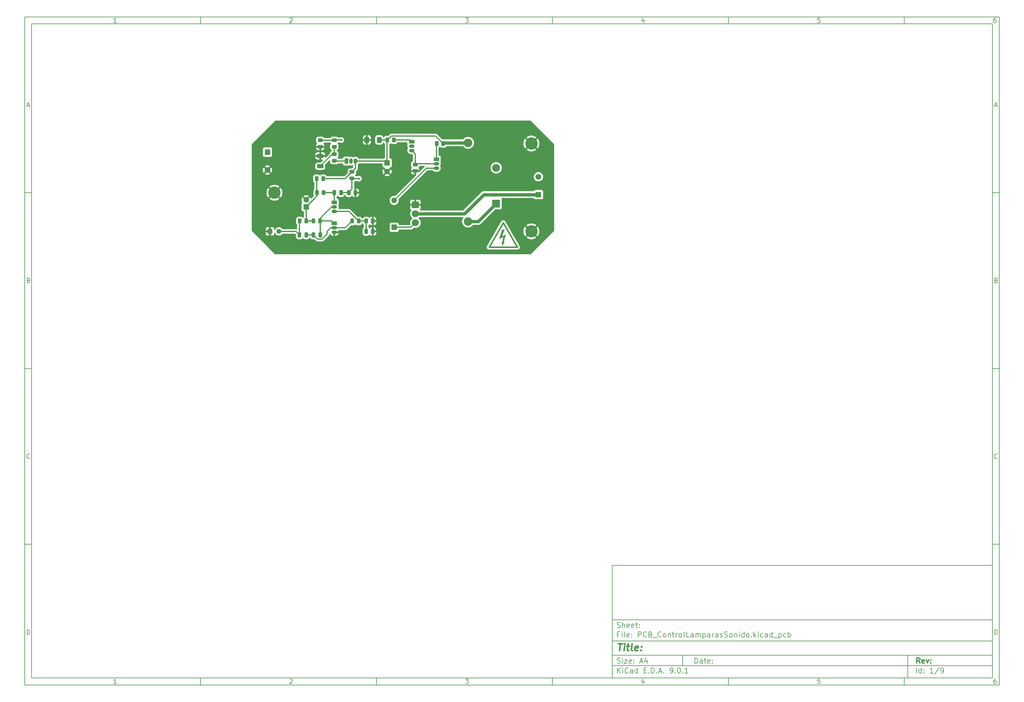
<source format=gbr>
%TF.GenerationSoftware,KiCad,Pcbnew,9.0.1*%
%TF.CreationDate,2025-04-21T16:50:23+01:00*%
%TF.ProjectId,PCB_ControlLamparasSonido,5043425f-436f-46e7-9472-6f6c4c616d70,rev?*%
%TF.SameCoordinates,Original*%
%TF.FileFunction,Copper,L1,Top*%
%TF.FilePolarity,Positive*%
%FSLAX46Y46*%
G04 Gerber Fmt 4.6, Leading zero omitted, Abs format (unit mm)*
G04 Created by KiCad (PCBNEW 9.0.1) date 2025-04-21 16:50:23*
%MOMM*%
%LPD*%
G01*
G04 APERTURE LIST*
G04 Aperture macros list*
%AMRoundRect*
0 Rectangle with rounded corners*
0 $1 Rounding radius*
0 $2 $3 $4 $5 $6 $7 $8 $9 X,Y pos of 4 corners*
0 Add a 4 corners polygon primitive as box body*
4,1,4,$2,$3,$4,$5,$6,$7,$8,$9,$2,$3,0*
0 Add four circle primitives for the rounded corners*
1,1,$1+$1,$2,$3*
1,1,$1+$1,$4,$5*
1,1,$1+$1,$6,$7*
1,1,$1+$1,$8,$9*
0 Add four rect primitives between the rounded corners*
20,1,$1+$1,$2,$3,$4,$5,0*
20,1,$1+$1,$4,$5,$6,$7,0*
20,1,$1+$1,$6,$7,$8,$9,0*
20,1,$1+$1,$8,$9,$2,$3,0*%
G04 Aperture macros list end*
%ADD10C,0.100000*%
%ADD11C,0.150000*%
%ADD12C,0.300000*%
%ADD13C,0.400000*%
%TA.AperFunction,EtchedComponent*%
%ADD14C,0.381000*%
%TD*%
%TA.AperFunction,EtchedComponent*%
%ADD15C,0.200000*%
%TD*%
%TA.AperFunction,EtchedComponent*%
%ADD16C,0.400000*%
%TD*%
%TA.AperFunction,EtchedComponent*%
%ADD17C,0.100000*%
%TD*%
%TA.AperFunction,ComponentPad*%
%ADD18R,2.000000X1.905000*%
%TD*%
%TA.AperFunction,ComponentPad*%
%ADD19O,2.000000X1.905000*%
%TD*%
%TA.AperFunction,ComponentPad*%
%ADD20C,3.500000*%
%TD*%
%TA.AperFunction,SMDPad,CuDef*%
%ADD21RoundRect,0.250000X-0.262500X-0.450000X0.262500X-0.450000X0.262500X0.450000X-0.262500X0.450000X0*%
%TD*%
%TA.AperFunction,ComponentPad*%
%ADD22R,1.500000X1.050000*%
%TD*%
%TA.AperFunction,ComponentPad*%
%ADD23O,1.500000X1.050000*%
%TD*%
%TA.AperFunction,SMDPad,CuDef*%
%ADD24RoundRect,0.250000X-0.450000X0.262500X-0.450000X-0.262500X0.450000X-0.262500X0.450000X0.262500X0*%
%TD*%
%TA.AperFunction,SMDPad,CuDef*%
%ADD25RoundRect,0.250000X0.650000X-0.325000X0.650000X0.325000X-0.650000X0.325000X-0.650000X-0.325000X0*%
%TD*%
%TA.AperFunction,ComponentPad*%
%ADD26R,1.378000X1.378000*%
%TD*%
%TA.AperFunction,ComponentPad*%
%ADD27C,1.378000*%
%TD*%
%TA.AperFunction,SMDPad,CuDef*%
%ADD28RoundRect,0.250000X-0.250000X-0.475000X0.250000X-0.475000X0.250000X0.475000X-0.250000X0.475000X0*%
%TD*%
%TA.AperFunction,SMDPad,CuDef*%
%ADD29RoundRect,0.250000X0.450000X-0.262500X0.450000X0.262500X-0.450000X0.262500X-0.450000X-0.262500X0*%
%TD*%
%TA.AperFunction,ComponentPad*%
%ADD30R,1.650000X1.650000*%
%TD*%
%TA.AperFunction,ComponentPad*%
%ADD31C,1.650000*%
%TD*%
%TA.AperFunction,SMDPad,CuDef*%
%ADD32RoundRect,0.250000X0.250000X0.475000X-0.250000X0.475000X-0.250000X-0.475000X0.250000X-0.475000X0*%
%TD*%
%TA.AperFunction,ComponentPad*%
%ADD33R,2.200000X2.200000*%
%TD*%
%TA.AperFunction,ComponentPad*%
%ADD34O,2.200000X2.200000*%
%TD*%
%TA.AperFunction,ComponentPad*%
%ADD35R,1.600000X1.600000*%
%TD*%
%TA.AperFunction,ComponentPad*%
%ADD36C,1.600000*%
%TD*%
%TA.AperFunction,SMDPad,CuDef*%
%ADD37RoundRect,0.250000X0.262500X0.450000X-0.262500X0.450000X-0.262500X-0.450000X0.262500X-0.450000X0*%
%TD*%
%TA.AperFunction,ComponentPad*%
%ADD38O,1.600000X1.600000*%
%TD*%
%TA.AperFunction,ComponentPad*%
%ADD39C,2.400000*%
%TD*%
%TA.AperFunction,ComponentPad*%
%ADD40O,2.400000X2.400000*%
%TD*%
%TA.AperFunction,SMDPad,CuDef*%
%ADD41RoundRect,0.250000X0.400000X0.600000X-0.400000X0.600000X-0.400000X-0.600000X0.400000X-0.600000X0*%
%TD*%
%TA.AperFunction,ComponentPad*%
%ADD42R,1.050000X1.500000*%
%TD*%
%TA.AperFunction,ComponentPad*%
%ADD43O,1.050000X1.500000*%
%TD*%
%TA.AperFunction,ViaPad*%
%ADD44C,0.600000*%
%TD*%
%TA.AperFunction,Conductor*%
%ADD45C,0.900000*%
%TD*%
%TA.AperFunction,Conductor*%
%ADD46C,0.300000*%
%TD*%
G04 APERTURE END LIST*
D10*
D11*
X177002200Y-166007200D02*
X285002200Y-166007200D01*
X285002200Y-198007200D01*
X177002200Y-198007200D01*
X177002200Y-166007200D01*
D10*
D11*
X10000000Y-10000000D02*
X287002200Y-10000000D01*
X287002200Y-200007200D01*
X10000000Y-200007200D01*
X10000000Y-10000000D01*
D10*
D11*
X12000000Y-12000000D02*
X285002200Y-12000000D01*
X285002200Y-198007200D01*
X12000000Y-198007200D01*
X12000000Y-12000000D01*
D10*
D11*
X60000000Y-12000000D02*
X60000000Y-10000000D01*
D10*
D11*
X110000000Y-12000000D02*
X110000000Y-10000000D01*
D10*
D11*
X160000000Y-12000000D02*
X160000000Y-10000000D01*
D10*
D11*
X210000000Y-12000000D02*
X210000000Y-10000000D01*
D10*
D11*
X260000000Y-12000000D02*
X260000000Y-10000000D01*
D10*
D11*
X36089160Y-11593604D02*
X35346303Y-11593604D01*
X35717731Y-11593604D02*
X35717731Y-10293604D01*
X35717731Y-10293604D02*
X35593922Y-10479319D01*
X35593922Y-10479319D02*
X35470112Y-10603128D01*
X35470112Y-10603128D02*
X35346303Y-10665033D01*
D10*
D11*
X85346303Y-10417414D02*
X85408207Y-10355509D01*
X85408207Y-10355509D02*
X85532017Y-10293604D01*
X85532017Y-10293604D02*
X85841541Y-10293604D01*
X85841541Y-10293604D02*
X85965350Y-10355509D01*
X85965350Y-10355509D02*
X86027255Y-10417414D01*
X86027255Y-10417414D02*
X86089160Y-10541223D01*
X86089160Y-10541223D02*
X86089160Y-10665033D01*
X86089160Y-10665033D02*
X86027255Y-10850747D01*
X86027255Y-10850747D02*
X85284398Y-11593604D01*
X85284398Y-11593604D02*
X86089160Y-11593604D01*
D10*
D11*
X135284398Y-10293604D02*
X136089160Y-10293604D01*
X136089160Y-10293604D02*
X135655826Y-10788842D01*
X135655826Y-10788842D02*
X135841541Y-10788842D01*
X135841541Y-10788842D02*
X135965350Y-10850747D01*
X135965350Y-10850747D02*
X136027255Y-10912652D01*
X136027255Y-10912652D02*
X136089160Y-11036461D01*
X136089160Y-11036461D02*
X136089160Y-11345985D01*
X136089160Y-11345985D02*
X136027255Y-11469795D01*
X136027255Y-11469795D02*
X135965350Y-11531700D01*
X135965350Y-11531700D02*
X135841541Y-11593604D01*
X135841541Y-11593604D02*
X135470112Y-11593604D01*
X135470112Y-11593604D02*
X135346303Y-11531700D01*
X135346303Y-11531700D02*
X135284398Y-11469795D01*
D10*
D11*
X185965350Y-10726938D02*
X185965350Y-11593604D01*
X185655826Y-10231700D02*
X185346303Y-11160271D01*
X185346303Y-11160271D02*
X186151064Y-11160271D01*
D10*
D11*
X236027255Y-10293604D02*
X235408207Y-10293604D01*
X235408207Y-10293604D02*
X235346303Y-10912652D01*
X235346303Y-10912652D02*
X235408207Y-10850747D01*
X235408207Y-10850747D02*
X235532017Y-10788842D01*
X235532017Y-10788842D02*
X235841541Y-10788842D01*
X235841541Y-10788842D02*
X235965350Y-10850747D01*
X235965350Y-10850747D02*
X236027255Y-10912652D01*
X236027255Y-10912652D02*
X236089160Y-11036461D01*
X236089160Y-11036461D02*
X236089160Y-11345985D01*
X236089160Y-11345985D02*
X236027255Y-11469795D01*
X236027255Y-11469795D02*
X235965350Y-11531700D01*
X235965350Y-11531700D02*
X235841541Y-11593604D01*
X235841541Y-11593604D02*
X235532017Y-11593604D01*
X235532017Y-11593604D02*
X235408207Y-11531700D01*
X235408207Y-11531700D02*
X235346303Y-11469795D01*
D10*
D11*
X285965350Y-10293604D02*
X285717731Y-10293604D01*
X285717731Y-10293604D02*
X285593922Y-10355509D01*
X285593922Y-10355509D02*
X285532017Y-10417414D01*
X285532017Y-10417414D02*
X285408207Y-10603128D01*
X285408207Y-10603128D02*
X285346303Y-10850747D01*
X285346303Y-10850747D02*
X285346303Y-11345985D01*
X285346303Y-11345985D02*
X285408207Y-11469795D01*
X285408207Y-11469795D02*
X285470112Y-11531700D01*
X285470112Y-11531700D02*
X285593922Y-11593604D01*
X285593922Y-11593604D02*
X285841541Y-11593604D01*
X285841541Y-11593604D02*
X285965350Y-11531700D01*
X285965350Y-11531700D02*
X286027255Y-11469795D01*
X286027255Y-11469795D02*
X286089160Y-11345985D01*
X286089160Y-11345985D02*
X286089160Y-11036461D01*
X286089160Y-11036461D02*
X286027255Y-10912652D01*
X286027255Y-10912652D02*
X285965350Y-10850747D01*
X285965350Y-10850747D02*
X285841541Y-10788842D01*
X285841541Y-10788842D02*
X285593922Y-10788842D01*
X285593922Y-10788842D02*
X285470112Y-10850747D01*
X285470112Y-10850747D02*
X285408207Y-10912652D01*
X285408207Y-10912652D02*
X285346303Y-11036461D01*
D10*
D11*
X60000000Y-198007200D02*
X60000000Y-200007200D01*
D10*
D11*
X110000000Y-198007200D02*
X110000000Y-200007200D01*
D10*
D11*
X160000000Y-198007200D02*
X160000000Y-200007200D01*
D10*
D11*
X210000000Y-198007200D02*
X210000000Y-200007200D01*
D10*
D11*
X260000000Y-198007200D02*
X260000000Y-200007200D01*
D10*
D11*
X36089160Y-199600804D02*
X35346303Y-199600804D01*
X35717731Y-199600804D02*
X35717731Y-198300804D01*
X35717731Y-198300804D02*
X35593922Y-198486519D01*
X35593922Y-198486519D02*
X35470112Y-198610328D01*
X35470112Y-198610328D02*
X35346303Y-198672233D01*
D10*
D11*
X85346303Y-198424614D02*
X85408207Y-198362709D01*
X85408207Y-198362709D02*
X85532017Y-198300804D01*
X85532017Y-198300804D02*
X85841541Y-198300804D01*
X85841541Y-198300804D02*
X85965350Y-198362709D01*
X85965350Y-198362709D02*
X86027255Y-198424614D01*
X86027255Y-198424614D02*
X86089160Y-198548423D01*
X86089160Y-198548423D02*
X86089160Y-198672233D01*
X86089160Y-198672233D02*
X86027255Y-198857947D01*
X86027255Y-198857947D02*
X85284398Y-199600804D01*
X85284398Y-199600804D02*
X86089160Y-199600804D01*
D10*
D11*
X135284398Y-198300804D02*
X136089160Y-198300804D01*
X136089160Y-198300804D02*
X135655826Y-198796042D01*
X135655826Y-198796042D02*
X135841541Y-198796042D01*
X135841541Y-198796042D02*
X135965350Y-198857947D01*
X135965350Y-198857947D02*
X136027255Y-198919852D01*
X136027255Y-198919852D02*
X136089160Y-199043661D01*
X136089160Y-199043661D02*
X136089160Y-199353185D01*
X136089160Y-199353185D02*
X136027255Y-199476995D01*
X136027255Y-199476995D02*
X135965350Y-199538900D01*
X135965350Y-199538900D02*
X135841541Y-199600804D01*
X135841541Y-199600804D02*
X135470112Y-199600804D01*
X135470112Y-199600804D02*
X135346303Y-199538900D01*
X135346303Y-199538900D02*
X135284398Y-199476995D01*
D10*
D11*
X185965350Y-198734138D02*
X185965350Y-199600804D01*
X185655826Y-198238900D02*
X185346303Y-199167471D01*
X185346303Y-199167471D02*
X186151064Y-199167471D01*
D10*
D11*
X236027255Y-198300804D02*
X235408207Y-198300804D01*
X235408207Y-198300804D02*
X235346303Y-198919852D01*
X235346303Y-198919852D02*
X235408207Y-198857947D01*
X235408207Y-198857947D02*
X235532017Y-198796042D01*
X235532017Y-198796042D02*
X235841541Y-198796042D01*
X235841541Y-198796042D02*
X235965350Y-198857947D01*
X235965350Y-198857947D02*
X236027255Y-198919852D01*
X236027255Y-198919852D02*
X236089160Y-199043661D01*
X236089160Y-199043661D02*
X236089160Y-199353185D01*
X236089160Y-199353185D02*
X236027255Y-199476995D01*
X236027255Y-199476995D02*
X235965350Y-199538900D01*
X235965350Y-199538900D02*
X235841541Y-199600804D01*
X235841541Y-199600804D02*
X235532017Y-199600804D01*
X235532017Y-199600804D02*
X235408207Y-199538900D01*
X235408207Y-199538900D02*
X235346303Y-199476995D01*
D10*
D11*
X285965350Y-198300804D02*
X285717731Y-198300804D01*
X285717731Y-198300804D02*
X285593922Y-198362709D01*
X285593922Y-198362709D02*
X285532017Y-198424614D01*
X285532017Y-198424614D02*
X285408207Y-198610328D01*
X285408207Y-198610328D02*
X285346303Y-198857947D01*
X285346303Y-198857947D02*
X285346303Y-199353185D01*
X285346303Y-199353185D02*
X285408207Y-199476995D01*
X285408207Y-199476995D02*
X285470112Y-199538900D01*
X285470112Y-199538900D02*
X285593922Y-199600804D01*
X285593922Y-199600804D02*
X285841541Y-199600804D01*
X285841541Y-199600804D02*
X285965350Y-199538900D01*
X285965350Y-199538900D02*
X286027255Y-199476995D01*
X286027255Y-199476995D02*
X286089160Y-199353185D01*
X286089160Y-199353185D02*
X286089160Y-199043661D01*
X286089160Y-199043661D02*
X286027255Y-198919852D01*
X286027255Y-198919852D02*
X285965350Y-198857947D01*
X285965350Y-198857947D02*
X285841541Y-198796042D01*
X285841541Y-198796042D02*
X285593922Y-198796042D01*
X285593922Y-198796042D02*
X285470112Y-198857947D01*
X285470112Y-198857947D02*
X285408207Y-198919852D01*
X285408207Y-198919852D02*
X285346303Y-199043661D01*
D10*
D11*
X10000000Y-60000000D02*
X12000000Y-60000000D01*
D10*
D11*
X10000000Y-110000000D02*
X12000000Y-110000000D01*
D10*
D11*
X10000000Y-160000000D02*
X12000000Y-160000000D01*
D10*
D11*
X10690476Y-35222176D02*
X11309523Y-35222176D01*
X10566666Y-35593604D02*
X10999999Y-34293604D01*
X10999999Y-34293604D02*
X11433333Y-35593604D01*
D10*
D11*
X11092857Y-84912652D02*
X11278571Y-84974557D01*
X11278571Y-84974557D02*
X11340476Y-85036461D01*
X11340476Y-85036461D02*
X11402380Y-85160271D01*
X11402380Y-85160271D02*
X11402380Y-85345985D01*
X11402380Y-85345985D02*
X11340476Y-85469795D01*
X11340476Y-85469795D02*
X11278571Y-85531700D01*
X11278571Y-85531700D02*
X11154761Y-85593604D01*
X11154761Y-85593604D02*
X10659523Y-85593604D01*
X10659523Y-85593604D02*
X10659523Y-84293604D01*
X10659523Y-84293604D02*
X11092857Y-84293604D01*
X11092857Y-84293604D02*
X11216666Y-84355509D01*
X11216666Y-84355509D02*
X11278571Y-84417414D01*
X11278571Y-84417414D02*
X11340476Y-84541223D01*
X11340476Y-84541223D02*
X11340476Y-84665033D01*
X11340476Y-84665033D02*
X11278571Y-84788842D01*
X11278571Y-84788842D02*
X11216666Y-84850747D01*
X11216666Y-84850747D02*
X11092857Y-84912652D01*
X11092857Y-84912652D02*
X10659523Y-84912652D01*
D10*
D11*
X11402380Y-135469795D02*
X11340476Y-135531700D01*
X11340476Y-135531700D02*
X11154761Y-135593604D01*
X11154761Y-135593604D02*
X11030952Y-135593604D01*
X11030952Y-135593604D02*
X10845238Y-135531700D01*
X10845238Y-135531700D02*
X10721428Y-135407890D01*
X10721428Y-135407890D02*
X10659523Y-135284080D01*
X10659523Y-135284080D02*
X10597619Y-135036461D01*
X10597619Y-135036461D02*
X10597619Y-134850747D01*
X10597619Y-134850747D02*
X10659523Y-134603128D01*
X10659523Y-134603128D02*
X10721428Y-134479319D01*
X10721428Y-134479319D02*
X10845238Y-134355509D01*
X10845238Y-134355509D02*
X11030952Y-134293604D01*
X11030952Y-134293604D02*
X11154761Y-134293604D01*
X11154761Y-134293604D02*
X11340476Y-134355509D01*
X11340476Y-134355509D02*
X11402380Y-134417414D01*
D10*
D11*
X10659523Y-185593604D02*
X10659523Y-184293604D01*
X10659523Y-184293604D02*
X10969047Y-184293604D01*
X10969047Y-184293604D02*
X11154761Y-184355509D01*
X11154761Y-184355509D02*
X11278571Y-184479319D01*
X11278571Y-184479319D02*
X11340476Y-184603128D01*
X11340476Y-184603128D02*
X11402380Y-184850747D01*
X11402380Y-184850747D02*
X11402380Y-185036461D01*
X11402380Y-185036461D02*
X11340476Y-185284080D01*
X11340476Y-185284080D02*
X11278571Y-185407890D01*
X11278571Y-185407890D02*
X11154761Y-185531700D01*
X11154761Y-185531700D02*
X10969047Y-185593604D01*
X10969047Y-185593604D02*
X10659523Y-185593604D01*
D10*
D11*
X287002200Y-60000000D02*
X285002200Y-60000000D01*
D10*
D11*
X287002200Y-110000000D02*
X285002200Y-110000000D01*
D10*
D11*
X287002200Y-160000000D02*
X285002200Y-160000000D01*
D10*
D11*
X285692676Y-35222176D02*
X286311723Y-35222176D01*
X285568866Y-35593604D02*
X286002199Y-34293604D01*
X286002199Y-34293604D02*
X286435533Y-35593604D01*
D10*
D11*
X286095057Y-84912652D02*
X286280771Y-84974557D01*
X286280771Y-84974557D02*
X286342676Y-85036461D01*
X286342676Y-85036461D02*
X286404580Y-85160271D01*
X286404580Y-85160271D02*
X286404580Y-85345985D01*
X286404580Y-85345985D02*
X286342676Y-85469795D01*
X286342676Y-85469795D02*
X286280771Y-85531700D01*
X286280771Y-85531700D02*
X286156961Y-85593604D01*
X286156961Y-85593604D02*
X285661723Y-85593604D01*
X285661723Y-85593604D02*
X285661723Y-84293604D01*
X285661723Y-84293604D02*
X286095057Y-84293604D01*
X286095057Y-84293604D02*
X286218866Y-84355509D01*
X286218866Y-84355509D02*
X286280771Y-84417414D01*
X286280771Y-84417414D02*
X286342676Y-84541223D01*
X286342676Y-84541223D02*
X286342676Y-84665033D01*
X286342676Y-84665033D02*
X286280771Y-84788842D01*
X286280771Y-84788842D02*
X286218866Y-84850747D01*
X286218866Y-84850747D02*
X286095057Y-84912652D01*
X286095057Y-84912652D02*
X285661723Y-84912652D01*
D10*
D11*
X286404580Y-135469795D02*
X286342676Y-135531700D01*
X286342676Y-135531700D02*
X286156961Y-135593604D01*
X286156961Y-135593604D02*
X286033152Y-135593604D01*
X286033152Y-135593604D02*
X285847438Y-135531700D01*
X285847438Y-135531700D02*
X285723628Y-135407890D01*
X285723628Y-135407890D02*
X285661723Y-135284080D01*
X285661723Y-135284080D02*
X285599819Y-135036461D01*
X285599819Y-135036461D02*
X285599819Y-134850747D01*
X285599819Y-134850747D02*
X285661723Y-134603128D01*
X285661723Y-134603128D02*
X285723628Y-134479319D01*
X285723628Y-134479319D02*
X285847438Y-134355509D01*
X285847438Y-134355509D02*
X286033152Y-134293604D01*
X286033152Y-134293604D02*
X286156961Y-134293604D01*
X286156961Y-134293604D02*
X286342676Y-134355509D01*
X286342676Y-134355509D02*
X286404580Y-134417414D01*
D10*
D11*
X285661723Y-185593604D02*
X285661723Y-184293604D01*
X285661723Y-184293604D02*
X285971247Y-184293604D01*
X285971247Y-184293604D02*
X286156961Y-184355509D01*
X286156961Y-184355509D02*
X286280771Y-184479319D01*
X286280771Y-184479319D02*
X286342676Y-184603128D01*
X286342676Y-184603128D02*
X286404580Y-184850747D01*
X286404580Y-184850747D02*
X286404580Y-185036461D01*
X286404580Y-185036461D02*
X286342676Y-185284080D01*
X286342676Y-185284080D02*
X286280771Y-185407890D01*
X286280771Y-185407890D02*
X286156961Y-185531700D01*
X286156961Y-185531700D02*
X285971247Y-185593604D01*
X285971247Y-185593604D02*
X285661723Y-185593604D01*
D10*
D11*
X200458026Y-193793328D02*
X200458026Y-192293328D01*
X200458026Y-192293328D02*
X200815169Y-192293328D01*
X200815169Y-192293328D02*
X201029455Y-192364757D01*
X201029455Y-192364757D02*
X201172312Y-192507614D01*
X201172312Y-192507614D02*
X201243741Y-192650471D01*
X201243741Y-192650471D02*
X201315169Y-192936185D01*
X201315169Y-192936185D02*
X201315169Y-193150471D01*
X201315169Y-193150471D02*
X201243741Y-193436185D01*
X201243741Y-193436185D02*
X201172312Y-193579042D01*
X201172312Y-193579042D02*
X201029455Y-193721900D01*
X201029455Y-193721900D02*
X200815169Y-193793328D01*
X200815169Y-193793328D02*
X200458026Y-193793328D01*
X202600884Y-193793328D02*
X202600884Y-193007614D01*
X202600884Y-193007614D02*
X202529455Y-192864757D01*
X202529455Y-192864757D02*
X202386598Y-192793328D01*
X202386598Y-192793328D02*
X202100884Y-192793328D01*
X202100884Y-192793328D02*
X201958026Y-192864757D01*
X202600884Y-193721900D02*
X202458026Y-193793328D01*
X202458026Y-193793328D02*
X202100884Y-193793328D01*
X202100884Y-193793328D02*
X201958026Y-193721900D01*
X201958026Y-193721900D02*
X201886598Y-193579042D01*
X201886598Y-193579042D02*
X201886598Y-193436185D01*
X201886598Y-193436185D02*
X201958026Y-193293328D01*
X201958026Y-193293328D02*
X202100884Y-193221900D01*
X202100884Y-193221900D02*
X202458026Y-193221900D01*
X202458026Y-193221900D02*
X202600884Y-193150471D01*
X203100884Y-192793328D02*
X203672312Y-192793328D01*
X203315169Y-192293328D02*
X203315169Y-193579042D01*
X203315169Y-193579042D02*
X203386598Y-193721900D01*
X203386598Y-193721900D02*
X203529455Y-193793328D01*
X203529455Y-193793328D02*
X203672312Y-193793328D01*
X204743741Y-193721900D02*
X204600884Y-193793328D01*
X204600884Y-193793328D02*
X204315170Y-193793328D01*
X204315170Y-193793328D02*
X204172312Y-193721900D01*
X204172312Y-193721900D02*
X204100884Y-193579042D01*
X204100884Y-193579042D02*
X204100884Y-193007614D01*
X204100884Y-193007614D02*
X204172312Y-192864757D01*
X204172312Y-192864757D02*
X204315170Y-192793328D01*
X204315170Y-192793328D02*
X204600884Y-192793328D01*
X204600884Y-192793328D02*
X204743741Y-192864757D01*
X204743741Y-192864757D02*
X204815170Y-193007614D01*
X204815170Y-193007614D02*
X204815170Y-193150471D01*
X204815170Y-193150471D02*
X204100884Y-193293328D01*
X205458026Y-193650471D02*
X205529455Y-193721900D01*
X205529455Y-193721900D02*
X205458026Y-193793328D01*
X205458026Y-193793328D02*
X205386598Y-193721900D01*
X205386598Y-193721900D02*
X205458026Y-193650471D01*
X205458026Y-193650471D02*
X205458026Y-193793328D01*
X205458026Y-192864757D02*
X205529455Y-192936185D01*
X205529455Y-192936185D02*
X205458026Y-193007614D01*
X205458026Y-193007614D02*
X205386598Y-192936185D01*
X205386598Y-192936185D02*
X205458026Y-192864757D01*
X205458026Y-192864757D02*
X205458026Y-193007614D01*
D10*
D11*
X177002200Y-194507200D02*
X285002200Y-194507200D01*
D10*
D11*
X178458026Y-196593328D02*
X178458026Y-195093328D01*
X179315169Y-196593328D02*
X178672312Y-195736185D01*
X179315169Y-195093328D02*
X178458026Y-195950471D01*
X179958026Y-196593328D02*
X179958026Y-195593328D01*
X179958026Y-195093328D02*
X179886598Y-195164757D01*
X179886598Y-195164757D02*
X179958026Y-195236185D01*
X179958026Y-195236185D02*
X180029455Y-195164757D01*
X180029455Y-195164757D02*
X179958026Y-195093328D01*
X179958026Y-195093328D02*
X179958026Y-195236185D01*
X181529455Y-196450471D02*
X181458027Y-196521900D01*
X181458027Y-196521900D02*
X181243741Y-196593328D01*
X181243741Y-196593328D02*
X181100884Y-196593328D01*
X181100884Y-196593328D02*
X180886598Y-196521900D01*
X180886598Y-196521900D02*
X180743741Y-196379042D01*
X180743741Y-196379042D02*
X180672312Y-196236185D01*
X180672312Y-196236185D02*
X180600884Y-195950471D01*
X180600884Y-195950471D02*
X180600884Y-195736185D01*
X180600884Y-195736185D02*
X180672312Y-195450471D01*
X180672312Y-195450471D02*
X180743741Y-195307614D01*
X180743741Y-195307614D02*
X180886598Y-195164757D01*
X180886598Y-195164757D02*
X181100884Y-195093328D01*
X181100884Y-195093328D02*
X181243741Y-195093328D01*
X181243741Y-195093328D02*
X181458027Y-195164757D01*
X181458027Y-195164757D02*
X181529455Y-195236185D01*
X182815170Y-196593328D02*
X182815170Y-195807614D01*
X182815170Y-195807614D02*
X182743741Y-195664757D01*
X182743741Y-195664757D02*
X182600884Y-195593328D01*
X182600884Y-195593328D02*
X182315170Y-195593328D01*
X182315170Y-195593328D02*
X182172312Y-195664757D01*
X182815170Y-196521900D02*
X182672312Y-196593328D01*
X182672312Y-196593328D02*
X182315170Y-196593328D01*
X182315170Y-196593328D02*
X182172312Y-196521900D01*
X182172312Y-196521900D02*
X182100884Y-196379042D01*
X182100884Y-196379042D02*
X182100884Y-196236185D01*
X182100884Y-196236185D02*
X182172312Y-196093328D01*
X182172312Y-196093328D02*
X182315170Y-196021900D01*
X182315170Y-196021900D02*
X182672312Y-196021900D01*
X182672312Y-196021900D02*
X182815170Y-195950471D01*
X184172313Y-196593328D02*
X184172313Y-195093328D01*
X184172313Y-196521900D02*
X184029455Y-196593328D01*
X184029455Y-196593328D02*
X183743741Y-196593328D01*
X183743741Y-196593328D02*
X183600884Y-196521900D01*
X183600884Y-196521900D02*
X183529455Y-196450471D01*
X183529455Y-196450471D02*
X183458027Y-196307614D01*
X183458027Y-196307614D02*
X183458027Y-195879042D01*
X183458027Y-195879042D02*
X183529455Y-195736185D01*
X183529455Y-195736185D02*
X183600884Y-195664757D01*
X183600884Y-195664757D02*
X183743741Y-195593328D01*
X183743741Y-195593328D02*
X184029455Y-195593328D01*
X184029455Y-195593328D02*
X184172313Y-195664757D01*
X186029455Y-195807614D02*
X186529455Y-195807614D01*
X186743741Y-196593328D02*
X186029455Y-196593328D01*
X186029455Y-196593328D02*
X186029455Y-195093328D01*
X186029455Y-195093328D02*
X186743741Y-195093328D01*
X187386598Y-196450471D02*
X187458027Y-196521900D01*
X187458027Y-196521900D02*
X187386598Y-196593328D01*
X187386598Y-196593328D02*
X187315170Y-196521900D01*
X187315170Y-196521900D02*
X187386598Y-196450471D01*
X187386598Y-196450471D02*
X187386598Y-196593328D01*
X188100884Y-196593328D02*
X188100884Y-195093328D01*
X188100884Y-195093328D02*
X188458027Y-195093328D01*
X188458027Y-195093328D02*
X188672313Y-195164757D01*
X188672313Y-195164757D02*
X188815170Y-195307614D01*
X188815170Y-195307614D02*
X188886599Y-195450471D01*
X188886599Y-195450471D02*
X188958027Y-195736185D01*
X188958027Y-195736185D02*
X188958027Y-195950471D01*
X188958027Y-195950471D02*
X188886599Y-196236185D01*
X188886599Y-196236185D02*
X188815170Y-196379042D01*
X188815170Y-196379042D02*
X188672313Y-196521900D01*
X188672313Y-196521900D02*
X188458027Y-196593328D01*
X188458027Y-196593328D02*
X188100884Y-196593328D01*
X189600884Y-196450471D02*
X189672313Y-196521900D01*
X189672313Y-196521900D02*
X189600884Y-196593328D01*
X189600884Y-196593328D02*
X189529456Y-196521900D01*
X189529456Y-196521900D02*
X189600884Y-196450471D01*
X189600884Y-196450471D02*
X189600884Y-196593328D01*
X190243742Y-196164757D02*
X190958028Y-196164757D01*
X190100885Y-196593328D02*
X190600885Y-195093328D01*
X190600885Y-195093328D02*
X191100885Y-196593328D01*
X191600884Y-196450471D02*
X191672313Y-196521900D01*
X191672313Y-196521900D02*
X191600884Y-196593328D01*
X191600884Y-196593328D02*
X191529456Y-196521900D01*
X191529456Y-196521900D02*
X191600884Y-196450471D01*
X191600884Y-196450471D02*
X191600884Y-196593328D01*
X193529456Y-196593328D02*
X193815170Y-196593328D01*
X193815170Y-196593328D02*
X193958027Y-196521900D01*
X193958027Y-196521900D02*
X194029456Y-196450471D01*
X194029456Y-196450471D02*
X194172313Y-196236185D01*
X194172313Y-196236185D02*
X194243742Y-195950471D01*
X194243742Y-195950471D02*
X194243742Y-195379042D01*
X194243742Y-195379042D02*
X194172313Y-195236185D01*
X194172313Y-195236185D02*
X194100885Y-195164757D01*
X194100885Y-195164757D02*
X193958027Y-195093328D01*
X193958027Y-195093328D02*
X193672313Y-195093328D01*
X193672313Y-195093328D02*
X193529456Y-195164757D01*
X193529456Y-195164757D02*
X193458027Y-195236185D01*
X193458027Y-195236185D02*
X193386599Y-195379042D01*
X193386599Y-195379042D02*
X193386599Y-195736185D01*
X193386599Y-195736185D02*
X193458027Y-195879042D01*
X193458027Y-195879042D02*
X193529456Y-195950471D01*
X193529456Y-195950471D02*
X193672313Y-196021900D01*
X193672313Y-196021900D02*
X193958027Y-196021900D01*
X193958027Y-196021900D02*
X194100885Y-195950471D01*
X194100885Y-195950471D02*
X194172313Y-195879042D01*
X194172313Y-195879042D02*
X194243742Y-195736185D01*
X194886598Y-196450471D02*
X194958027Y-196521900D01*
X194958027Y-196521900D02*
X194886598Y-196593328D01*
X194886598Y-196593328D02*
X194815170Y-196521900D01*
X194815170Y-196521900D02*
X194886598Y-196450471D01*
X194886598Y-196450471D02*
X194886598Y-196593328D01*
X195886599Y-195093328D02*
X196029456Y-195093328D01*
X196029456Y-195093328D02*
X196172313Y-195164757D01*
X196172313Y-195164757D02*
X196243742Y-195236185D01*
X196243742Y-195236185D02*
X196315170Y-195379042D01*
X196315170Y-195379042D02*
X196386599Y-195664757D01*
X196386599Y-195664757D02*
X196386599Y-196021900D01*
X196386599Y-196021900D02*
X196315170Y-196307614D01*
X196315170Y-196307614D02*
X196243742Y-196450471D01*
X196243742Y-196450471D02*
X196172313Y-196521900D01*
X196172313Y-196521900D02*
X196029456Y-196593328D01*
X196029456Y-196593328D02*
X195886599Y-196593328D01*
X195886599Y-196593328D02*
X195743742Y-196521900D01*
X195743742Y-196521900D02*
X195672313Y-196450471D01*
X195672313Y-196450471D02*
X195600884Y-196307614D01*
X195600884Y-196307614D02*
X195529456Y-196021900D01*
X195529456Y-196021900D02*
X195529456Y-195664757D01*
X195529456Y-195664757D02*
X195600884Y-195379042D01*
X195600884Y-195379042D02*
X195672313Y-195236185D01*
X195672313Y-195236185D02*
X195743742Y-195164757D01*
X195743742Y-195164757D02*
X195886599Y-195093328D01*
X197029455Y-196450471D02*
X197100884Y-196521900D01*
X197100884Y-196521900D02*
X197029455Y-196593328D01*
X197029455Y-196593328D02*
X196958027Y-196521900D01*
X196958027Y-196521900D02*
X197029455Y-196450471D01*
X197029455Y-196450471D02*
X197029455Y-196593328D01*
X198529456Y-196593328D02*
X197672313Y-196593328D01*
X198100884Y-196593328D02*
X198100884Y-195093328D01*
X198100884Y-195093328D02*
X197958027Y-195307614D01*
X197958027Y-195307614D02*
X197815170Y-195450471D01*
X197815170Y-195450471D02*
X197672313Y-195521900D01*
D10*
D11*
X177002200Y-191507200D02*
X285002200Y-191507200D01*
D10*
D12*
X264413853Y-193785528D02*
X263913853Y-193071242D01*
X263556710Y-193785528D02*
X263556710Y-192285528D01*
X263556710Y-192285528D02*
X264128139Y-192285528D01*
X264128139Y-192285528D02*
X264270996Y-192356957D01*
X264270996Y-192356957D02*
X264342425Y-192428385D01*
X264342425Y-192428385D02*
X264413853Y-192571242D01*
X264413853Y-192571242D02*
X264413853Y-192785528D01*
X264413853Y-192785528D02*
X264342425Y-192928385D01*
X264342425Y-192928385D02*
X264270996Y-192999814D01*
X264270996Y-192999814D02*
X264128139Y-193071242D01*
X264128139Y-193071242D02*
X263556710Y-193071242D01*
X265628139Y-193714100D02*
X265485282Y-193785528D01*
X265485282Y-193785528D02*
X265199568Y-193785528D01*
X265199568Y-193785528D02*
X265056710Y-193714100D01*
X265056710Y-193714100D02*
X264985282Y-193571242D01*
X264985282Y-193571242D02*
X264985282Y-192999814D01*
X264985282Y-192999814D02*
X265056710Y-192856957D01*
X265056710Y-192856957D02*
X265199568Y-192785528D01*
X265199568Y-192785528D02*
X265485282Y-192785528D01*
X265485282Y-192785528D02*
X265628139Y-192856957D01*
X265628139Y-192856957D02*
X265699568Y-192999814D01*
X265699568Y-192999814D02*
X265699568Y-193142671D01*
X265699568Y-193142671D02*
X264985282Y-193285528D01*
X266199567Y-192785528D02*
X266556710Y-193785528D01*
X266556710Y-193785528D02*
X266913853Y-192785528D01*
X267485281Y-193642671D02*
X267556710Y-193714100D01*
X267556710Y-193714100D02*
X267485281Y-193785528D01*
X267485281Y-193785528D02*
X267413853Y-193714100D01*
X267413853Y-193714100D02*
X267485281Y-193642671D01*
X267485281Y-193642671D02*
X267485281Y-193785528D01*
X267485281Y-192856957D02*
X267556710Y-192928385D01*
X267556710Y-192928385D02*
X267485281Y-192999814D01*
X267485281Y-192999814D02*
X267413853Y-192928385D01*
X267413853Y-192928385D02*
X267485281Y-192856957D01*
X267485281Y-192856957D02*
X267485281Y-192999814D01*
D10*
D11*
X178386598Y-193721900D02*
X178600884Y-193793328D01*
X178600884Y-193793328D02*
X178958026Y-193793328D01*
X178958026Y-193793328D02*
X179100884Y-193721900D01*
X179100884Y-193721900D02*
X179172312Y-193650471D01*
X179172312Y-193650471D02*
X179243741Y-193507614D01*
X179243741Y-193507614D02*
X179243741Y-193364757D01*
X179243741Y-193364757D02*
X179172312Y-193221900D01*
X179172312Y-193221900D02*
X179100884Y-193150471D01*
X179100884Y-193150471D02*
X178958026Y-193079042D01*
X178958026Y-193079042D02*
X178672312Y-193007614D01*
X178672312Y-193007614D02*
X178529455Y-192936185D01*
X178529455Y-192936185D02*
X178458026Y-192864757D01*
X178458026Y-192864757D02*
X178386598Y-192721900D01*
X178386598Y-192721900D02*
X178386598Y-192579042D01*
X178386598Y-192579042D02*
X178458026Y-192436185D01*
X178458026Y-192436185D02*
X178529455Y-192364757D01*
X178529455Y-192364757D02*
X178672312Y-192293328D01*
X178672312Y-192293328D02*
X179029455Y-192293328D01*
X179029455Y-192293328D02*
X179243741Y-192364757D01*
X179886597Y-193793328D02*
X179886597Y-192793328D01*
X179886597Y-192293328D02*
X179815169Y-192364757D01*
X179815169Y-192364757D02*
X179886597Y-192436185D01*
X179886597Y-192436185D02*
X179958026Y-192364757D01*
X179958026Y-192364757D02*
X179886597Y-192293328D01*
X179886597Y-192293328D02*
X179886597Y-192436185D01*
X180458026Y-192793328D02*
X181243741Y-192793328D01*
X181243741Y-192793328D02*
X180458026Y-193793328D01*
X180458026Y-193793328D02*
X181243741Y-193793328D01*
X182386598Y-193721900D02*
X182243741Y-193793328D01*
X182243741Y-193793328D02*
X181958027Y-193793328D01*
X181958027Y-193793328D02*
X181815169Y-193721900D01*
X181815169Y-193721900D02*
X181743741Y-193579042D01*
X181743741Y-193579042D02*
X181743741Y-193007614D01*
X181743741Y-193007614D02*
X181815169Y-192864757D01*
X181815169Y-192864757D02*
X181958027Y-192793328D01*
X181958027Y-192793328D02*
X182243741Y-192793328D01*
X182243741Y-192793328D02*
X182386598Y-192864757D01*
X182386598Y-192864757D02*
X182458027Y-193007614D01*
X182458027Y-193007614D02*
X182458027Y-193150471D01*
X182458027Y-193150471D02*
X181743741Y-193293328D01*
X183100883Y-193650471D02*
X183172312Y-193721900D01*
X183172312Y-193721900D02*
X183100883Y-193793328D01*
X183100883Y-193793328D02*
X183029455Y-193721900D01*
X183029455Y-193721900D02*
X183100883Y-193650471D01*
X183100883Y-193650471D02*
X183100883Y-193793328D01*
X183100883Y-192864757D02*
X183172312Y-192936185D01*
X183172312Y-192936185D02*
X183100883Y-193007614D01*
X183100883Y-193007614D02*
X183029455Y-192936185D01*
X183029455Y-192936185D02*
X183100883Y-192864757D01*
X183100883Y-192864757D02*
X183100883Y-193007614D01*
X184886598Y-193364757D02*
X185600884Y-193364757D01*
X184743741Y-193793328D02*
X185243741Y-192293328D01*
X185243741Y-192293328D02*
X185743741Y-193793328D01*
X186886598Y-192793328D02*
X186886598Y-193793328D01*
X186529455Y-192221900D02*
X186172312Y-193293328D01*
X186172312Y-193293328D02*
X187100883Y-193293328D01*
D10*
D11*
X263458026Y-196593328D02*
X263458026Y-195093328D01*
X264815170Y-196593328D02*
X264815170Y-195093328D01*
X264815170Y-196521900D02*
X264672312Y-196593328D01*
X264672312Y-196593328D02*
X264386598Y-196593328D01*
X264386598Y-196593328D02*
X264243741Y-196521900D01*
X264243741Y-196521900D02*
X264172312Y-196450471D01*
X264172312Y-196450471D02*
X264100884Y-196307614D01*
X264100884Y-196307614D02*
X264100884Y-195879042D01*
X264100884Y-195879042D02*
X264172312Y-195736185D01*
X264172312Y-195736185D02*
X264243741Y-195664757D01*
X264243741Y-195664757D02*
X264386598Y-195593328D01*
X264386598Y-195593328D02*
X264672312Y-195593328D01*
X264672312Y-195593328D02*
X264815170Y-195664757D01*
X265529455Y-196450471D02*
X265600884Y-196521900D01*
X265600884Y-196521900D02*
X265529455Y-196593328D01*
X265529455Y-196593328D02*
X265458027Y-196521900D01*
X265458027Y-196521900D02*
X265529455Y-196450471D01*
X265529455Y-196450471D02*
X265529455Y-196593328D01*
X265529455Y-195664757D02*
X265600884Y-195736185D01*
X265600884Y-195736185D02*
X265529455Y-195807614D01*
X265529455Y-195807614D02*
X265458027Y-195736185D01*
X265458027Y-195736185D02*
X265529455Y-195664757D01*
X265529455Y-195664757D02*
X265529455Y-195807614D01*
X268172313Y-196593328D02*
X267315170Y-196593328D01*
X267743741Y-196593328D02*
X267743741Y-195093328D01*
X267743741Y-195093328D02*
X267600884Y-195307614D01*
X267600884Y-195307614D02*
X267458027Y-195450471D01*
X267458027Y-195450471D02*
X267315170Y-195521900D01*
X269886598Y-195021900D02*
X268600884Y-196950471D01*
X270458027Y-196593328D02*
X270743741Y-196593328D01*
X270743741Y-196593328D02*
X270886598Y-196521900D01*
X270886598Y-196521900D02*
X270958027Y-196450471D01*
X270958027Y-196450471D02*
X271100884Y-196236185D01*
X271100884Y-196236185D02*
X271172313Y-195950471D01*
X271172313Y-195950471D02*
X271172313Y-195379042D01*
X271172313Y-195379042D02*
X271100884Y-195236185D01*
X271100884Y-195236185D02*
X271029456Y-195164757D01*
X271029456Y-195164757D02*
X270886598Y-195093328D01*
X270886598Y-195093328D02*
X270600884Y-195093328D01*
X270600884Y-195093328D02*
X270458027Y-195164757D01*
X270458027Y-195164757D02*
X270386598Y-195236185D01*
X270386598Y-195236185D02*
X270315170Y-195379042D01*
X270315170Y-195379042D02*
X270315170Y-195736185D01*
X270315170Y-195736185D02*
X270386598Y-195879042D01*
X270386598Y-195879042D02*
X270458027Y-195950471D01*
X270458027Y-195950471D02*
X270600884Y-196021900D01*
X270600884Y-196021900D02*
X270886598Y-196021900D01*
X270886598Y-196021900D02*
X271029456Y-195950471D01*
X271029456Y-195950471D02*
X271100884Y-195879042D01*
X271100884Y-195879042D02*
X271172313Y-195736185D01*
D10*
D11*
X177002200Y-187507200D02*
X285002200Y-187507200D01*
D10*
D13*
X178693928Y-188211638D02*
X179836785Y-188211638D01*
X179015357Y-190211638D02*
X179265357Y-188211638D01*
X180253452Y-190211638D02*
X180420119Y-188878304D01*
X180503452Y-188211638D02*
X180396309Y-188306876D01*
X180396309Y-188306876D02*
X180479643Y-188402114D01*
X180479643Y-188402114D02*
X180586786Y-188306876D01*
X180586786Y-188306876D02*
X180503452Y-188211638D01*
X180503452Y-188211638D02*
X180479643Y-188402114D01*
X181086786Y-188878304D02*
X181848690Y-188878304D01*
X181455833Y-188211638D02*
X181241548Y-189925923D01*
X181241548Y-189925923D02*
X181312976Y-190116400D01*
X181312976Y-190116400D02*
X181491548Y-190211638D01*
X181491548Y-190211638D02*
X181682024Y-190211638D01*
X182634405Y-190211638D02*
X182455833Y-190116400D01*
X182455833Y-190116400D02*
X182384405Y-189925923D01*
X182384405Y-189925923D02*
X182598690Y-188211638D01*
X184170119Y-190116400D02*
X183967738Y-190211638D01*
X183967738Y-190211638D02*
X183586785Y-190211638D01*
X183586785Y-190211638D02*
X183408214Y-190116400D01*
X183408214Y-190116400D02*
X183336785Y-189925923D01*
X183336785Y-189925923D02*
X183432024Y-189164019D01*
X183432024Y-189164019D02*
X183551071Y-188973542D01*
X183551071Y-188973542D02*
X183753452Y-188878304D01*
X183753452Y-188878304D02*
X184134404Y-188878304D01*
X184134404Y-188878304D02*
X184312976Y-188973542D01*
X184312976Y-188973542D02*
X184384404Y-189164019D01*
X184384404Y-189164019D02*
X184360595Y-189354495D01*
X184360595Y-189354495D02*
X183384404Y-189544971D01*
X185134405Y-190021161D02*
X185217738Y-190116400D01*
X185217738Y-190116400D02*
X185110595Y-190211638D01*
X185110595Y-190211638D02*
X185027262Y-190116400D01*
X185027262Y-190116400D02*
X185134405Y-190021161D01*
X185134405Y-190021161D02*
X185110595Y-190211638D01*
X185265357Y-188973542D02*
X185348690Y-189068780D01*
X185348690Y-189068780D02*
X185241548Y-189164019D01*
X185241548Y-189164019D02*
X185158214Y-189068780D01*
X185158214Y-189068780D02*
X185265357Y-188973542D01*
X185265357Y-188973542D02*
X185241548Y-189164019D01*
D10*
D11*
X178958026Y-185607614D02*
X178458026Y-185607614D01*
X178458026Y-186393328D02*
X178458026Y-184893328D01*
X178458026Y-184893328D02*
X179172312Y-184893328D01*
X179743740Y-186393328D02*
X179743740Y-185393328D01*
X179743740Y-184893328D02*
X179672312Y-184964757D01*
X179672312Y-184964757D02*
X179743740Y-185036185D01*
X179743740Y-185036185D02*
X179815169Y-184964757D01*
X179815169Y-184964757D02*
X179743740Y-184893328D01*
X179743740Y-184893328D02*
X179743740Y-185036185D01*
X180672312Y-186393328D02*
X180529455Y-186321900D01*
X180529455Y-186321900D02*
X180458026Y-186179042D01*
X180458026Y-186179042D02*
X180458026Y-184893328D01*
X181815169Y-186321900D02*
X181672312Y-186393328D01*
X181672312Y-186393328D02*
X181386598Y-186393328D01*
X181386598Y-186393328D02*
X181243740Y-186321900D01*
X181243740Y-186321900D02*
X181172312Y-186179042D01*
X181172312Y-186179042D02*
X181172312Y-185607614D01*
X181172312Y-185607614D02*
X181243740Y-185464757D01*
X181243740Y-185464757D02*
X181386598Y-185393328D01*
X181386598Y-185393328D02*
X181672312Y-185393328D01*
X181672312Y-185393328D02*
X181815169Y-185464757D01*
X181815169Y-185464757D02*
X181886598Y-185607614D01*
X181886598Y-185607614D02*
X181886598Y-185750471D01*
X181886598Y-185750471D02*
X181172312Y-185893328D01*
X182529454Y-186250471D02*
X182600883Y-186321900D01*
X182600883Y-186321900D02*
X182529454Y-186393328D01*
X182529454Y-186393328D02*
X182458026Y-186321900D01*
X182458026Y-186321900D02*
X182529454Y-186250471D01*
X182529454Y-186250471D02*
X182529454Y-186393328D01*
X182529454Y-185464757D02*
X182600883Y-185536185D01*
X182600883Y-185536185D02*
X182529454Y-185607614D01*
X182529454Y-185607614D02*
X182458026Y-185536185D01*
X182458026Y-185536185D02*
X182529454Y-185464757D01*
X182529454Y-185464757D02*
X182529454Y-185607614D01*
X184386597Y-186393328D02*
X184386597Y-184893328D01*
X184386597Y-184893328D02*
X184958026Y-184893328D01*
X184958026Y-184893328D02*
X185100883Y-184964757D01*
X185100883Y-184964757D02*
X185172312Y-185036185D01*
X185172312Y-185036185D02*
X185243740Y-185179042D01*
X185243740Y-185179042D02*
X185243740Y-185393328D01*
X185243740Y-185393328D02*
X185172312Y-185536185D01*
X185172312Y-185536185D02*
X185100883Y-185607614D01*
X185100883Y-185607614D02*
X184958026Y-185679042D01*
X184958026Y-185679042D02*
X184386597Y-185679042D01*
X186743740Y-186250471D02*
X186672312Y-186321900D01*
X186672312Y-186321900D02*
X186458026Y-186393328D01*
X186458026Y-186393328D02*
X186315169Y-186393328D01*
X186315169Y-186393328D02*
X186100883Y-186321900D01*
X186100883Y-186321900D02*
X185958026Y-186179042D01*
X185958026Y-186179042D02*
X185886597Y-186036185D01*
X185886597Y-186036185D02*
X185815169Y-185750471D01*
X185815169Y-185750471D02*
X185815169Y-185536185D01*
X185815169Y-185536185D02*
X185886597Y-185250471D01*
X185886597Y-185250471D02*
X185958026Y-185107614D01*
X185958026Y-185107614D02*
X186100883Y-184964757D01*
X186100883Y-184964757D02*
X186315169Y-184893328D01*
X186315169Y-184893328D02*
X186458026Y-184893328D01*
X186458026Y-184893328D02*
X186672312Y-184964757D01*
X186672312Y-184964757D02*
X186743740Y-185036185D01*
X187886597Y-185607614D02*
X188100883Y-185679042D01*
X188100883Y-185679042D02*
X188172312Y-185750471D01*
X188172312Y-185750471D02*
X188243740Y-185893328D01*
X188243740Y-185893328D02*
X188243740Y-186107614D01*
X188243740Y-186107614D02*
X188172312Y-186250471D01*
X188172312Y-186250471D02*
X188100883Y-186321900D01*
X188100883Y-186321900D02*
X187958026Y-186393328D01*
X187958026Y-186393328D02*
X187386597Y-186393328D01*
X187386597Y-186393328D02*
X187386597Y-184893328D01*
X187386597Y-184893328D02*
X187886597Y-184893328D01*
X187886597Y-184893328D02*
X188029455Y-184964757D01*
X188029455Y-184964757D02*
X188100883Y-185036185D01*
X188100883Y-185036185D02*
X188172312Y-185179042D01*
X188172312Y-185179042D02*
X188172312Y-185321900D01*
X188172312Y-185321900D02*
X188100883Y-185464757D01*
X188100883Y-185464757D02*
X188029455Y-185536185D01*
X188029455Y-185536185D02*
X187886597Y-185607614D01*
X187886597Y-185607614D02*
X187386597Y-185607614D01*
X188529455Y-186536185D02*
X189672312Y-186536185D01*
X190886597Y-186250471D02*
X190815169Y-186321900D01*
X190815169Y-186321900D02*
X190600883Y-186393328D01*
X190600883Y-186393328D02*
X190458026Y-186393328D01*
X190458026Y-186393328D02*
X190243740Y-186321900D01*
X190243740Y-186321900D02*
X190100883Y-186179042D01*
X190100883Y-186179042D02*
X190029454Y-186036185D01*
X190029454Y-186036185D02*
X189958026Y-185750471D01*
X189958026Y-185750471D02*
X189958026Y-185536185D01*
X189958026Y-185536185D02*
X190029454Y-185250471D01*
X190029454Y-185250471D02*
X190100883Y-185107614D01*
X190100883Y-185107614D02*
X190243740Y-184964757D01*
X190243740Y-184964757D02*
X190458026Y-184893328D01*
X190458026Y-184893328D02*
X190600883Y-184893328D01*
X190600883Y-184893328D02*
X190815169Y-184964757D01*
X190815169Y-184964757D02*
X190886597Y-185036185D01*
X191743740Y-186393328D02*
X191600883Y-186321900D01*
X191600883Y-186321900D02*
X191529454Y-186250471D01*
X191529454Y-186250471D02*
X191458026Y-186107614D01*
X191458026Y-186107614D02*
X191458026Y-185679042D01*
X191458026Y-185679042D02*
X191529454Y-185536185D01*
X191529454Y-185536185D02*
X191600883Y-185464757D01*
X191600883Y-185464757D02*
X191743740Y-185393328D01*
X191743740Y-185393328D02*
X191958026Y-185393328D01*
X191958026Y-185393328D02*
X192100883Y-185464757D01*
X192100883Y-185464757D02*
X192172312Y-185536185D01*
X192172312Y-185536185D02*
X192243740Y-185679042D01*
X192243740Y-185679042D02*
X192243740Y-186107614D01*
X192243740Y-186107614D02*
X192172312Y-186250471D01*
X192172312Y-186250471D02*
X192100883Y-186321900D01*
X192100883Y-186321900D02*
X191958026Y-186393328D01*
X191958026Y-186393328D02*
X191743740Y-186393328D01*
X192886597Y-185393328D02*
X192886597Y-186393328D01*
X192886597Y-185536185D02*
X192958026Y-185464757D01*
X192958026Y-185464757D02*
X193100883Y-185393328D01*
X193100883Y-185393328D02*
X193315169Y-185393328D01*
X193315169Y-185393328D02*
X193458026Y-185464757D01*
X193458026Y-185464757D02*
X193529455Y-185607614D01*
X193529455Y-185607614D02*
X193529455Y-186393328D01*
X194029455Y-185393328D02*
X194600883Y-185393328D01*
X194243740Y-184893328D02*
X194243740Y-186179042D01*
X194243740Y-186179042D02*
X194315169Y-186321900D01*
X194315169Y-186321900D02*
X194458026Y-186393328D01*
X194458026Y-186393328D02*
X194600883Y-186393328D01*
X195100883Y-186393328D02*
X195100883Y-185393328D01*
X195100883Y-185679042D02*
X195172312Y-185536185D01*
X195172312Y-185536185D02*
X195243741Y-185464757D01*
X195243741Y-185464757D02*
X195386598Y-185393328D01*
X195386598Y-185393328D02*
X195529455Y-185393328D01*
X196243740Y-186393328D02*
X196100883Y-186321900D01*
X196100883Y-186321900D02*
X196029454Y-186250471D01*
X196029454Y-186250471D02*
X195958026Y-186107614D01*
X195958026Y-186107614D02*
X195958026Y-185679042D01*
X195958026Y-185679042D02*
X196029454Y-185536185D01*
X196029454Y-185536185D02*
X196100883Y-185464757D01*
X196100883Y-185464757D02*
X196243740Y-185393328D01*
X196243740Y-185393328D02*
X196458026Y-185393328D01*
X196458026Y-185393328D02*
X196600883Y-185464757D01*
X196600883Y-185464757D02*
X196672312Y-185536185D01*
X196672312Y-185536185D02*
X196743740Y-185679042D01*
X196743740Y-185679042D02*
X196743740Y-186107614D01*
X196743740Y-186107614D02*
X196672312Y-186250471D01*
X196672312Y-186250471D02*
X196600883Y-186321900D01*
X196600883Y-186321900D02*
X196458026Y-186393328D01*
X196458026Y-186393328D02*
X196243740Y-186393328D01*
X197600883Y-186393328D02*
X197458026Y-186321900D01*
X197458026Y-186321900D02*
X197386597Y-186179042D01*
X197386597Y-186179042D02*
X197386597Y-184893328D01*
X198886597Y-186393328D02*
X198172311Y-186393328D01*
X198172311Y-186393328D02*
X198172311Y-184893328D01*
X200029455Y-186393328D02*
X200029455Y-185607614D01*
X200029455Y-185607614D02*
X199958026Y-185464757D01*
X199958026Y-185464757D02*
X199815169Y-185393328D01*
X199815169Y-185393328D02*
X199529455Y-185393328D01*
X199529455Y-185393328D02*
X199386597Y-185464757D01*
X200029455Y-186321900D02*
X199886597Y-186393328D01*
X199886597Y-186393328D02*
X199529455Y-186393328D01*
X199529455Y-186393328D02*
X199386597Y-186321900D01*
X199386597Y-186321900D02*
X199315169Y-186179042D01*
X199315169Y-186179042D02*
X199315169Y-186036185D01*
X199315169Y-186036185D02*
X199386597Y-185893328D01*
X199386597Y-185893328D02*
X199529455Y-185821900D01*
X199529455Y-185821900D02*
X199886597Y-185821900D01*
X199886597Y-185821900D02*
X200029455Y-185750471D01*
X200743740Y-186393328D02*
X200743740Y-185393328D01*
X200743740Y-185536185D02*
X200815169Y-185464757D01*
X200815169Y-185464757D02*
X200958026Y-185393328D01*
X200958026Y-185393328D02*
X201172312Y-185393328D01*
X201172312Y-185393328D02*
X201315169Y-185464757D01*
X201315169Y-185464757D02*
X201386598Y-185607614D01*
X201386598Y-185607614D02*
X201386598Y-186393328D01*
X201386598Y-185607614D02*
X201458026Y-185464757D01*
X201458026Y-185464757D02*
X201600883Y-185393328D01*
X201600883Y-185393328D02*
X201815169Y-185393328D01*
X201815169Y-185393328D02*
X201958026Y-185464757D01*
X201958026Y-185464757D02*
X202029455Y-185607614D01*
X202029455Y-185607614D02*
X202029455Y-186393328D01*
X202743740Y-185393328D02*
X202743740Y-186893328D01*
X202743740Y-185464757D02*
X202886598Y-185393328D01*
X202886598Y-185393328D02*
X203172312Y-185393328D01*
X203172312Y-185393328D02*
X203315169Y-185464757D01*
X203315169Y-185464757D02*
X203386598Y-185536185D01*
X203386598Y-185536185D02*
X203458026Y-185679042D01*
X203458026Y-185679042D02*
X203458026Y-186107614D01*
X203458026Y-186107614D02*
X203386598Y-186250471D01*
X203386598Y-186250471D02*
X203315169Y-186321900D01*
X203315169Y-186321900D02*
X203172312Y-186393328D01*
X203172312Y-186393328D02*
X202886598Y-186393328D01*
X202886598Y-186393328D02*
X202743740Y-186321900D01*
X204743741Y-186393328D02*
X204743741Y-185607614D01*
X204743741Y-185607614D02*
X204672312Y-185464757D01*
X204672312Y-185464757D02*
X204529455Y-185393328D01*
X204529455Y-185393328D02*
X204243741Y-185393328D01*
X204243741Y-185393328D02*
X204100883Y-185464757D01*
X204743741Y-186321900D02*
X204600883Y-186393328D01*
X204600883Y-186393328D02*
X204243741Y-186393328D01*
X204243741Y-186393328D02*
X204100883Y-186321900D01*
X204100883Y-186321900D02*
X204029455Y-186179042D01*
X204029455Y-186179042D02*
X204029455Y-186036185D01*
X204029455Y-186036185D02*
X204100883Y-185893328D01*
X204100883Y-185893328D02*
X204243741Y-185821900D01*
X204243741Y-185821900D02*
X204600883Y-185821900D01*
X204600883Y-185821900D02*
X204743741Y-185750471D01*
X205458026Y-186393328D02*
X205458026Y-185393328D01*
X205458026Y-185679042D02*
X205529455Y-185536185D01*
X205529455Y-185536185D02*
X205600884Y-185464757D01*
X205600884Y-185464757D02*
X205743741Y-185393328D01*
X205743741Y-185393328D02*
X205886598Y-185393328D01*
X207029455Y-186393328D02*
X207029455Y-185607614D01*
X207029455Y-185607614D02*
X206958026Y-185464757D01*
X206958026Y-185464757D02*
X206815169Y-185393328D01*
X206815169Y-185393328D02*
X206529455Y-185393328D01*
X206529455Y-185393328D02*
X206386597Y-185464757D01*
X207029455Y-186321900D02*
X206886597Y-186393328D01*
X206886597Y-186393328D02*
X206529455Y-186393328D01*
X206529455Y-186393328D02*
X206386597Y-186321900D01*
X206386597Y-186321900D02*
X206315169Y-186179042D01*
X206315169Y-186179042D02*
X206315169Y-186036185D01*
X206315169Y-186036185D02*
X206386597Y-185893328D01*
X206386597Y-185893328D02*
X206529455Y-185821900D01*
X206529455Y-185821900D02*
X206886597Y-185821900D01*
X206886597Y-185821900D02*
X207029455Y-185750471D01*
X207672312Y-186321900D02*
X207815169Y-186393328D01*
X207815169Y-186393328D02*
X208100883Y-186393328D01*
X208100883Y-186393328D02*
X208243740Y-186321900D01*
X208243740Y-186321900D02*
X208315169Y-186179042D01*
X208315169Y-186179042D02*
X208315169Y-186107614D01*
X208315169Y-186107614D02*
X208243740Y-185964757D01*
X208243740Y-185964757D02*
X208100883Y-185893328D01*
X208100883Y-185893328D02*
X207886598Y-185893328D01*
X207886598Y-185893328D02*
X207743740Y-185821900D01*
X207743740Y-185821900D02*
X207672312Y-185679042D01*
X207672312Y-185679042D02*
X207672312Y-185607614D01*
X207672312Y-185607614D02*
X207743740Y-185464757D01*
X207743740Y-185464757D02*
X207886598Y-185393328D01*
X207886598Y-185393328D02*
X208100883Y-185393328D01*
X208100883Y-185393328D02*
X208243740Y-185464757D01*
X208886598Y-186321900D02*
X209100884Y-186393328D01*
X209100884Y-186393328D02*
X209458026Y-186393328D01*
X209458026Y-186393328D02*
X209600884Y-186321900D01*
X209600884Y-186321900D02*
X209672312Y-186250471D01*
X209672312Y-186250471D02*
X209743741Y-186107614D01*
X209743741Y-186107614D02*
X209743741Y-185964757D01*
X209743741Y-185964757D02*
X209672312Y-185821900D01*
X209672312Y-185821900D02*
X209600884Y-185750471D01*
X209600884Y-185750471D02*
X209458026Y-185679042D01*
X209458026Y-185679042D02*
X209172312Y-185607614D01*
X209172312Y-185607614D02*
X209029455Y-185536185D01*
X209029455Y-185536185D02*
X208958026Y-185464757D01*
X208958026Y-185464757D02*
X208886598Y-185321900D01*
X208886598Y-185321900D02*
X208886598Y-185179042D01*
X208886598Y-185179042D02*
X208958026Y-185036185D01*
X208958026Y-185036185D02*
X209029455Y-184964757D01*
X209029455Y-184964757D02*
X209172312Y-184893328D01*
X209172312Y-184893328D02*
X209529455Y-184893328D01*
X209529455Y-184893328D02*
X209743741Y-184964757D01*
X210600883Y-186393328D02*
X210458026Y-186321900D01*
X210458026Y-186321900D02*
X210386597Y-186250471D01*
X210386597Y-186250471D02*
X210315169Y-186107614D01*
X210315169Y-186107614D02*
X210315169Y-185679042D01*
X210315169Y-185679042D02*
X210386597Y-185536185D01*
X210386597Y-185536185D02*
X210458026Y-185464757D01*
X210458026Y-185464757D02*
X210600883Y-185393328D01*
X210600883Y-185393328D02*
X210815169Y-185393328D01*
X210815169Y-185393328D02*
X210958026Y-185464757D01*
X210958026Y-185464757D02*
X211029455Y-185536185D01*
X211029455Y-185536185D02*
X211100883Y-185679042D01*
X211100883Y-185679042D02*
X211100883Y-186107614D01*
X211100883Y-186107614D02*
X211029455Y-186250471D01*
X211029455Y-186250471D02*
X210958026Y-186321900D01*
X210958026Y-186321900D02*
X210815169Y-186393328D01*
X210815169Y-186393328D02*
X210600883Y-186393328D01*
X211743740Y-185393328D02*
X211743740Y-186393328D01*
X211743740Y-185536185D02*
X211815169Y-185464757D01*
X211815169Y-185464757D02*
X211958026Y-185393328D01*
X211958026Y-185393328D02*
X212172312Y-185393328D01*
X212172312Y-185393328D02*
X212315169Y-185464757D01*
X212315169Y-185464757D02*
X212386598Y-185607614D01*
X212386598Y-185607614D02*
X212386598Y-186393328D01*
X213100883Y-186393328D02*
X213100883Y-185393328D01*
X213100883Y-184893328D02*
X213029455Y-184964757D01*
X213029455Y-184964757D02*
X213100883Y-185036185D01*
X213100883Y-185036185D02*
X213172312Y-184964757D01*
X213172312Y-184964757D02*
X213100883Y-184893328D01*
X213100883Y-184893328D02*
X213100883Y-185036185D01*
X214458027Y-186393328D02*
X214458027Y-184893328D01*
X214458027Y-186321900D02*
X214315169Y-186393328D01*
X214315169Y-186393328D02*
X214029455Y-186393328D01*
X214029455Y-186393328D02*
X213886598Y-186321900D01*
X213886598Y-186321900D02*
X213815169Y-186250471D01*
X213815169Y-186250471D02*
X213743741Y-186107614D01*
X213743741Y-186107614D02*
X213743741Y-185679042D01*
X213743741Y-185679042D02*
X213815169Y-185536185D01*
X213815169Y-185536185D02*
X213886598Y-185464757D01*
X213886598Y-185464757D02*
X214029455Y-185393328D01*
X214029455Y-185393328D02*
X214315169Y-185393328D01*
X214315169Y-185393328D02*
X214458027Y-185464757D01*
X215386598Y-186393328D02*
X215243741Y-186321900D01*
X215243741Y-186321900D02*
X215172312Y-186250471D01*
X215172312Y-186250471D02*
X215100884Y-186107614D01*
X215100884Y-186107614D02*
X215100884Y-185679042D01*
X215100884Y-185679042D02*
X215172312Y-185536185D01*
X215172312Y-185536185D02*
X215243741Y-185464757D01*
X215243741Y-185464757D02*
X215386598Y-185393328D01*
X215386598Y-185393328D02*
X215600884Y-185393328D01*
X215600884Y-185393328D02*
X215743741Y-185464757D01*
X215743741Y-185464757D02*
X215815170Y-185536185D01*
X215815170Y-185536185D02*
X215886598Y-185679042D01*
X215886598Y-185679042D02*
X215886598Y-186107614D01*
X215886598Y-186107614D02*
X215815170Y-186250471D01*
X215815170Y-186250471D02*
X215743741Y-186321900D01*
X215743741Y-186321900D02*
X215600884Y-186393328D01*
X215600884Y-186393328D02*
X215386598Y-186393328D01*
X216529455Y-186250471D02*
X216600884Y-186321900D01*
X216600884Y-186321900D02*
X216529455Y-186393328D01*
X216529455Y-186393328D02*
X216458027Y-186321900D01*
X216458027Y-186321900D02*
X216529455Y-186250471D01*
X216529455Y-186250471D02*
X216529455Y-186393328D01*
X217243741Y-186393328D02*
X217243741Y-184893328D01*
X217386599Y-185821900D02*
X217815170Y-186393328D01*
X217815170Y-185393328D02*
X217243741Y-185964757D01*
X218458027Y-186393328D02*
X218458027Y-185393328D01*
X218458027Y-184893328D02*
X218386599Y-184964757D01*
X218386599Y-184964757D02*
X218458027Y-185036185D01*
X218458027Y-185036185D02*
X218529456Y-184964757D01*
X218529456Y-184964757D02*
X218458027Y-184893328D01*
X218458027Y-184893328D02*
X218458027Y-185036185D01*
X219815171Y-186321900D02*
X219672313Y-186393328D01*
X219672313Y-186393328D02*
X219386599Y-186393328D01*
X219386599Y-186393328D02*
X219243742Y-186321900D01*
X219243742Y-186321900D02*
X219172313Y-186250471D01*
X219172313Y-186250471D02*
X219100885Y-186107614D01*
X219100885Y-186107614D02*
X219100885Y-185679042D01*
X219100885Y-185679042D02*
X219172313Y-185536185D01*
X219172313Y-185536185D02*
X219243742Y-185464757D01*
X219243742Y-185464757D02*
X219386599Y-185393328D01*
X219386599Y-185393328D02*
X219672313Y-185393328D01*
X219672313Y-185393328D02*
X219815171Y-185464757D01*
X221100885Y-186393328D02*
X221100885Y-185607614D01*
X221100885Y-185607614D02*
X221029456Y-185464757D01*
X221029456Y-185464757D02*
X220886599Y-185393328D01*
X220886599Y-185393328D02*
X220600885Y-185393328D01*
X220600885Y-185393328D02*
X220458027Y-185464757D01*
X221100885Y-186321900D02*
X220958027Y-186393328D01*
X220958027Y-186393328D02*
X220600885Y-186393328D01*
X220600885Y-186393328D02*
X220458027Y-186321900D01*
X220458027Y-186321900D02*
X220386599Y-186179042D01*
X220386599Y-186179042D02*
X220386599Y-186036185D01*
X220386599Y-186036185D02*
X220458027Y-185893328D01*
X220458027Y-185893328D02*
X220600885Y-185821900D01*
X220600885Y-185821900D02*
X220958027Y-185821900D01*
X220958027Y-185821900D02*
X221100885Y-185750471D01*
X222458028Y-186393328D02*
X222458028Y-184893328D01*
X222458028Y-186321900D02*
X222315170Y-186393328D01*
X222315170Y-186393328D02*
X222029456Y-186393328D01*
X222029456Y-186393328D02*
X221886599Y-186321900D01*
X221886599Y-186321900D02*
X221815170Y-186250471D01*
X221815170Y-186250471D02*
X221743742Y-186107614D01*
X221743742Y-186107614D02*
X221743742Y-185679042D01*
X221743742Y-185679042D02*
X221815170Y-185536185D01*
X221815170Y-185536185D02*
X221886599Y-185464757D01*
X221886599Y-185464757D02*
X222029456Y-185393328D01*
X222029456Y-185393328D02*
X222315170Y-185393328D01*
X222315170Y-185393328D02*
X222458028Y-185464757D01*
X222815171Y-186536185D02*
X223958028Y-186536185D01*
X224315170Y-185393328D02*
X224315170Y-186893328D01*
X224315170Y-185464757D02*
X224458028Y-185393328D01*
X224458028Y-185393328D02*
X224743742Y-185393328D01*
X224743742Y-185393328D02*
X224886599Y-185464757D01*
X224886599Y-185464757D02*
X224958028Y-185536185D01*
X224958028Y-185536185D02*
X225029456Y-185679042D01*
X225029456Y-185679042D02*
X225029456Y-186107614D01*
X225029456Y-186107614D02*
X224958028Y-186250471D01*
X224958028Y-186250471D02*
X224886599Y-186321900D01*
X224886599Y-186321900D02*
X224743742Y-186393328D01*
X224743742Y-186393328D02*
X224458028Y-186393328D01*
X224458028Y-186393328D02*
X224315170Y-186321900D01*
X226315171Y-186321900D02*
X226172313Y-186393328D01*
X226172313Y-186393328D02*
X225886599Y-186393328D01*
X225886599Y-186393328D02*
X225743742Y-186321900D01*
X225743742Y-186321900D02*
X225672313Y-186250471D01*
X225672313Y-186250471D02*
X225600885Y-186107614D01*
X225600885Y-186107614D02*
X225600885Y-185679042D01*
X225600885Y-185679042D02*
X225672313Y-185536185D01*
X225672313Y-185536185D02*
X225743742Y-185464757D01*
X225743742Y-185464757D02*
X225886599Y-185393328D01*
X225886599Y-185393328D02*
X226172313Y-185393328D01*
X226172313Y-185393328D02*
X226315171Y-185464757D01*
X226958027Y-186393328D02*
X226958027Y-184893328D01*
X226958027Y-185464757D02*
X227100885Y-185393328D01*
X227100885Y-185393328D02*
X227386599Y-185393328D01*
X227386599Y-185393328D02*
X227529456Y-185464757D01*
X227529456Y-185464757D02*
X227600885Y-185536185D01*
X227600885Y-185536185D02*
X227672313Y-185679042D01*
X227672313Y-185679042D02*
X227672313Y-186107614D01*
X227672313Y-186107614D02*
X227600885Y-186250471D01*
X227600885Y-186250471D02*
X227529456Y-186321900D01*
X227529456Y-186321900D02*
X227386599Y-186393328D01*
X227386599Y-186393328D02*
X227100885Y-186393328D01*
X227100885Y-186393328D02*
X226958027Y-186321900D01*
D10*
D11*
X177002200Y-181507200D02*
X285002200Y-181507200D01*
D10*
D11*
X178386598Y-183621900D02*
X178600884Y-183693328D01*
X178600884Y-183693328D02*
X178958026Y-183693328D01*
X178958026Y-183693328D02*
X179100884Y-183621900D01*
X179100884Y-183621900D02*
X179172312Y-183550471D01*
X179172312Y-183550471D02*
X179243741Y-183407614D01*
X179243741Y-183407614D02*
X179243741Y-183264757D01*
X179243741Y-183264757D02*
X179172312Y-183121900D01*
X179172312Y-183121900D02*
X179100884Y-183050471D01*
X179100884Y-183050471D02*
X178958026Y-182979042D01*
X178958026Y-182979042D02*
X178672312Y-182907614D01*
X178672312Y-182907614D02*
X178529455Y-182836185D01*
X178529455Y-182836185D02*
X178458026Y-182764757D01*
X178458026Y-182764757D02*
X178386598Y-182621900D01*
X178386598Y-182621900D02*
X178386598Y-182479042D01*
X178386598Y-182479042D02*
X178458026Y-182336185D01*
X178458026Y-182336185D02*
X178529455Y-182264757D01*
X178529455Y-182264757D02*
X178672312Y-182193328D01*
X178672312Y-182193328D02*
X179029455Y-182193328D01*
X179029455Y-182193328D02*
X179243741Y-182264757D01*
X179886597Y-183693328D02*
X179886597Y-182193328D01*
X180529455Y-183693328D02*
X180529455Y-182907614D01*
X180529455Y-182907614D02*
X180458026Y-182764757D01*
X180458026Y-182764757D02*
X180315169Y-182693328D01*
X180315169Y-182693328D02*
X180100883Y-182693328D01*
X180100883Y-182693328D02*
X179958026Y-182764757D01*
X179958026Y-182764757D02*
X179886597Y-182836185D01*
X181815169Y-183621900D02*
X181672312Y-183693328D01*
X181672312Y-183693328D02*
X181386598Y-183693328D01*
X181386598Y-183693328D02*
X181243740Y-183621900D01*
X181243740Y-183621900D02*
X181172312Y-183479042D01*
X181172312Y-183479042D02*
X181172312Y-182907614D01*
X181172312Y-182907614D02*
X181243740Y-182764757D01*
X181243740Y-182764757D02*
X181386598Y-182693328D01*
X181386598Y-182693328D02*
X181672312Y-182693328D01*
X181672312Y-182693328D02*
X181815169Y-182764757D01*
X181815169Y-182764757D02*
X181886598Y-182907614D01*
X181886598Y-182907614D02*
X181886598Y-183050471D01*
X181886598Y-183050471D02*
X181172312Y-183193328D01*
X183100883Y-183621900D02*
X182958026Y-183693328D01*
X182958026Y-183693328D02*
X182672312Y-183693328D01*
X182672312Y-183693328D02*
X182529454Y-183621900D01*
X182529454Y-183621900D02*
X182458026Y-183479042D01*
X182458026Y-183479042D02*
X182458026Y-182907614D01*
X182458026Y-182907614D02*
X182529454Y-182764757D01*
X182529454Y-182764757D02*
X182672312Y-182693328D01*
X182672312Y-182693328D02*
X182958026Y-182693328D01*
X182958026Y-182693328D02*
X183100883Y-182764757D01*
X183100883Y-182764757D02*
X183172312Y-182907614D01*
X183172312Y-182907614D02*
X183172312Y-183050471D01*
X183172312Y-183050471D02*
X182458026Y-183193328D01*
X183600883Y-182693328D02*
X184172311Y-182693328D01*
X183815168Y-182193328D02*
X183815168Y-183479042D01*
X183815168Y-183479042D02*
X183886597Y-183621900D01*
X183886597Y-183621900D02*
X184029454Y-183693328D01*
X184029454Y-183693328D02*
X184172311Y-183693328D01*
X184672311Y-183550471D02*
X184743740Y-183621900D01*
X184743740Y-183621900D02*
X184672311Y-183693328D01*
X184672311Y-183693328D02*
X184600883Y-183621900D01*
X184600883Y-183621900D02*
X184672311Y-183550471D01*
X184672311Y-183550471D02*
X184672311Y-183693328D01*
X184672311Y-182764757D02*
X184743740Y-182836185D01*
X184743740Y-182836185D02*
X184672311Y-182907614D01*
X184672311Y-182907614D02*
X184600883Y-182836185D01*
X184600883Y-182836185D02*
X184672311Y-182764757D01*
X184672311Y-182764757D02*
X184672311Y-182907614D01*
D10*
D11*
X197002200Y-191507200D02*
X197002200Y-194507200D01*
D10*
D11*
X261002200Y-191507200D02*
X261002200Y-198007200D01*
D14*
%TO.C,REF\u002A\u002A*%
X142000000Y-75460000D02*
X146000000Y-68540000D01*
D15*
X142490000Y-75440000D02*
X142223678Y-75030736D01*
X145550000Y-72215000D02*
X145760000Y-72440000D01*
X145660000Y-74095000D02*
X146170000Y-74185000D01*
X145850000Y-68960000D02*
X146160000Y-68960000D01*
X145867101Y-72479099D02*
X146112899Y-72680901D01*
D14*
X146000000Y-68540000D02*
X150000000Y-75460000D01*
D15*
X149510000Y-75440000D02*
X149776322Y-75030736D01*
D16*
X150000000Y-75460000D02*
X142000000Y-75460000D01*
D17*
X145500000Y-72500000D02*
X146664167Y-71874260D01*
X146009323Y-74260802D01*
X146344021Y-74057073D01*
X145747385Y-74944750D01*
X145529104Y-73897000D01*
X145761938Y-74217146D01*
X146038427Y-72485448D01*
X144917917Y-73082083D01*
X145645521Y-70506364D01*
X146358573Y-70506364D01*
X145500000Y-72500000D01*
%TA.AperFunction,EtchedComponent*%
G36*
X145500000Y-72500000D02*
G01*
X146664167Y-71874260D01*
X146009323Y-74260802D01*
X146344021Y-74057073D01*
X145747385Y-74944750D01*
X145529104Y-73897000D01*
X145761938Y-74217146D01*
X146038427Y-72485448D01*
X144917917Y-73082083D01*
X145645521Y-70506364D01*
X146358573Y-70506364D01*
X145500000Y-72500000D01*
G37*
%TD.AperFunction*%
%TD*%
D18*
%TO.P,Q6,1,A1*%
%TO.N,GND*%
X121055000Y-63460000D03*
D19*
%TO.P,Q6,2,A2*%
%TO.N,Net-(Q6-A2)*%
X121055000Y-66000000D03*
%TO.P,Q6,3,G*%
%TO.N,Net-(D2-K)*%
X121055000Y-68540000D03*
%TD*%
D20*
%TO.P,H3,1,1*%
%TO.N,GND*%
X81000000Y-60000000D03*
%TD*%
D21*
%TO.P,R4,1*%
%TO.N,Net-(Q2-E)*%
X107087500Y-68050000D03*
%TO.P,R4,2*%
%TO.N,GND*%
X108912500Y-68050000D03*
%TD*%
D22*
%TO.P,Q1,1,C*%
%TO.N,Net-(Q1-C)*%
X98000000Y-68730000D03*
D23*
%TO.P,Q1,2,B*%
%TO.N,Net-(Q1-B)*%
X98000000Y-70000000D03*
%TO.P,Q1,3,E*%
%TO.N,GND*%
X98000000Y-71270000D03*
%TD*%
D24*
%TO.P,R9,1*%
%TO.N,Net-(Q4-B)*%
X98000000Y-45087500D03*
%TO.P,R9,2*%
%TO.N,Net-(C7-Pad1)*%
X98000000Y-46912500D03*
%TD*%
D25*
%TO.P,C7,1*%
%TO.N,Net-(C7-Pad1)*%
X94000000Y-52475000D03*
%TO.P,C7,2*%
%TO.N,GND*%
X94000000Y-49525000D03*
%TD*%
D26*
%TO.P,MK1,1,-*%
%TO.N,GND*%
X79730000Y-71000000D03*
D27*
%TO.P,MK1,2,+*%
%TO.N,Net-(MK1-+)*%
X82270000Y-71000000D03*
%TD*%
D21*
%TO.P,R6,1*%
%TO.N,Net-(C2-Pad1)*%
X93000000Y-56000000D03*
%TO.P,R6,2*%
%TO.N,Net-(D1-K)*%
X94825000Y-56000000D03*
%TD*%
D28*
%TO.P,C3,1*%
%TO.N,Net-(Q1-B)*%
X92100000Y-72000000D03*
%TO.P,C3,2*%
%TO.N,Net-(Q1-C)*%
X94000000Y-72000000D03*
%TD*%
D29*
%TO.P,R7,1*%
%TO.N,Net-(Q3-B)*%
X103000000Y-55912500D03*
%TO.P,R7,2*%
%TO.N,Net-(D1-K)*%
X103000000Y-54087500D03*
%TD*%
D30*
%TO.P,P2,1,1*%
%TO.N,Net-(Q6-A2)*%
X156000000Y-60540000D03*
D31*
%TO.P,P2,2,2*%
%TO.N,LINE*%
X156000000Y-55460000D03*
%TD*%
D22*
%TO.P,Q5,1,C*%
%TO.N,Net-(Q5-C)*%
X127000000Y-50460000D03*
D23*
%TO.P,Q5,2,B*%
%TO.N,Net-(Q4-E)*%
X127000000Y-51730000D03*
%TO.P,Q5,3,E*%
%TO.N,Net-(D2-A)*%
X127000000Y-53000000D03*
%TD*%
D32*
%TO.P,C6,1*%
%TO.N,GND*%
X104000000Y-60000000D03*
%TO.P,C6,2*%
%TO.N,Net-(Q3-B)*%
X102100000Y-60000000D03*
%TD*%
D33*
%TO.P,D3,1,K*%
%TO.N,Net-(D3-K)*%
X144000000Y-63080000D03*
D34*
%TO.P,D3,2,A*%
%TO.N,LINE*%
X144000000Y-52920000D03*
%TD*%
D20*
%TO.P,H1,1,1*%
%TO.N,GND*%
X154000000Y-46000000D03*
%TD*%
D22*
%TO.P,Q4,1,C*%
%TO.N,Net-(Q4-C)*%
X120000000Y-45460000D03*
D23*
%TO.P,Q4,2,B*%
%TO.N,Net-(Q4-B)*%
X120000000Y-46730000D03*
%TO.P,Q4,3,E*%
%TO.N,Net-(Q4-E)*%
X120000000Y-48000000D03*
%TD*%
D29*
%TO.P,R10,1*%
%TO.N,GND*%
X94000000Y-46912500D03*
%TO.P,R10,2*%
%TO.N,Net-(Q4-B)*%
X94000000Y-45087500D03*
%TD*%
D21*
%TO.P,R5,1*%
%TO.N,Net-(C2-Pad1)*%
X93087500Y-60000000D03*
%TO.P,R5,2*%
%TO.N,Net-(Q2-C)*%
X94912500Y-60000000D03*
%TD*%
D22*
%TO.P,Q2,1,C*%
%TO.N,Net-(Q2-C)*%
X98000000Y-62730000D03*
D23*
%TO.P,Q2,2,B*%
%TO.N,Net-(Q1-C)*%
X98000000Y-64000000D03*
%TO.P,Q2,3,E*%
%TO.N,Net-(Q2-E)*%
X98000000Y-65270000D03*
%TD*%
D20*
%TO.P,H2,1,1*%
%TO.N,GND*%
X154000000Y-71000000D03*
%TD*%
D30*
%TO.P,P1,1,1*%
%TO.N,LINE*%
X79000000Y-48460000D03*
D31*
%TO.P,P1,2,2*%
%TO.N,GND*%
X79000000Y-53540000D03*
%TD*%
D35*
%TO.P,C8,1*%
%TO.N,Net-(D1-K)*%
X113000000Y-51500000D03*
D36*
%TO.P,C8,2*%
%TO.N,GND*%
X113000000Y-54000000D03*
%TD*%
D35*
%TO.P,C2,1*%
%TO.N,Net-(C2-Pad1)*%
X90000000Y-64000000D03*
D36*
%TO.P,C2,2*%
%TO.N,GND*%
X90000000Y-62000000D03*
%TD*%
D37*
%TO.P,R11,1*%
%TO.N,Net-(Q4-C)*%
X114912500Y-45000000D03*
%TO.P,R11,2*%
%TO.N,Net-(D1-K)*%
X113087500Y-45000000D03*
%TD*%
%TO.P,R1,1*%
%TO.N,Net-(C2-Pad1)*%
X90000000Y-68000000D03*
%TO.P,R1,2*%
%TO.N,Net-(MK1-+)*%
X88175000Y-68000000D03*
%TD*%
D24*
%TO.P,R8,1*%
%TO.N,Net-(C7-Pad1)*%
X98000000Y-49087500D03*
%TO.P,R8,2*%
%TO.N,Net-(Q3-C)*%
X98000000Y-50912500D03*
%TD*%
D32*
%TO.P,C4,1*%
%TO.N,GND*%
X108950000Y-71000000D03*
%TO.P,C4,2*%
%TO.N,Net-(Q2-E)*%
X107050000Y-71000000D03*
%TD*%
D28*
%TO.P,C1,1*%
%TO.N,Net-(MK1-+)*%
X88100000Y-72000000D03*
%TO.P,C1,2*%
%TO.N,Net-(Q1-B)*%
X90000000Y-72000000D03*
%TD*%
%TO.P,C5,1*%
%TO.N,Net-(Q2-C)*%
X98000000Y-60000000D03*
%TO.P,C5,2*%
%TO.N,Net-(Q3-B)*%
X99900000Y-60000000D03*
%TD*%
D29*
%TO.P,R12,1*%
%TO.N,GND*%
X121000000Y-53825000D03*
%TO.P,R12,2*%
%TO.N,Net-(Q4-E)*%
X121000000Y-52000000D03*
%TD*%
D21*
%TO.P,R3,1*%
%TO.N,Net-(Q1-B)*%
X103087500Y-68050000D03*
%TO.P,R3,2*%
%TO.N,Net-(Q2-E)*%
X104912500Y-68050000D03*
%TD*%
D35*
%TO.P,D2,1,K*%
%TO.N,Net-(D2-K)*%
X115000000Y-69810000D03*
D38*
%TO.P,D2,2,A*%
%TO.N,Net-(D2-A)*%
X115000000Y-62190000D03*
%TD*%
D39*
%TO.P,R14,1*%
%TO.N,Net-(D3-K)*%
X136000000Y-68200000D03*
D40*
%TO.P,R14,2*%
%TO.N,Net-(D1-K)*%
X136000000Y-45800000D03*
%TD*%
D41*
%TO.P,D1,1,K*%
%TO.N,Net-(D1-K)*%
X110750000Y-45000000D03*
%TO.P,D1,2,A*%
%TO.N,GND*%
X107250000Y-45000000D03*
%TD*%
D42*
%TO.P,Q3,1,C*%
%TO.N,Net-(Q3-C)*%
X101460000Y-51000000D03*
D43*
%TO.P,Q3,2,B*%
%TO.N,Net-(Q3-B)*%
X102730000Y-51000000D03*
%TO.P,Q3,3,E*%
%TO.N,Net-(D1-K)*%
X104000000Y-51000000D03*
%TD*%
D21*
%TO.P,R2,1*%
%TO.N,Net-(C2-Pad1)*%
X92087500Y-68000000D03*
%TO.P,R2,2*%
%TO.N,Net-(Q1-C)*%
X93912500Y-68000000D03*
%TD*%
%TO.P,R13,1*%
%TO.N,Net-(Q5-C)*%
X127087500Y-46000000D03*
%TO.P,R13,2*%
%TO.N,Net-(D1-K)*%
X128912500Y-46000000D03*
%TD*%
D44*
%TO.N,Net-(Q3-B)*%
X105000000Y-56000000D03*
%TO.N,Net-(Q4-B)*%
X100000000Y-45000000D03*
%TD*%
D45*
%TO.N,Net-(Q6-A2)*%
X140460000Y-60540000D02*
X156000000Y-60540000D01*
X135000000Y-66000000D02*
X140460000Y-60540000D01*
X121055000Y-66000000D02*
X135000000Y-66000000D01*
D46*
%TO.N,Net-(Q1-B)*%
X94547292Y-73176000D02*
X96000000Y-71723292D01*
X93276000Y-73176000D02*
X94547292Y-73176000D01*
X92100000Y-72000000D02*
X93276000Y-73176000D01*
X90000000Y-72000000D02*
X92100000Y-72000000D01*
X96000000Y-71723292D02*
X96000000Y-71000000D01*
X98000000Y-70000000D02*
X101137500Y-70000000D01*
X96000000Y-71000000D02*
X97000000Y-70000000D01*
X101137500Y-70000000D02*
X103087500Y-68050000D01*
X97000000Y-70000000D02*
X98000000Y-70000000D01*
%TO.N,Net-(MK1-+)*%
X82270000Y-71000000D02*
X87100000Y-71000000D01*
X87100000Y-71000000D02*
X88100000Y-72000000D01*
X88100000Y-68075000D02*
X88175000Y-68000000D01*
X88100000Y-72000000D02*
X88100000Y-68075000D01*
%TO.N,Net-(C2-Pad1)*%
X93087500Y-60912500D02*
X93087500Y-60000000D01*
X90000000Y-68000000D02*
X92087500Y-68000000D01*
X90000000Y-68000000D02*
X90000000Y-64000000D01*
X90000000Y-64000000D02*
X93087500Y-60912500D01*
X93000000Y-56000000D02*
X93000000Y-59912500D01*
X93000000Y-59912500D02*
X93087500Y-60000000D01*
%TO.N,Net-(Q1-C)*%
X93912500Y-67300000D02*
X97212500Y-64000000D01*
X93912500Y-68000000D02*
X97270000Y-68000000D01*
X97270000Y-68000000D02*
X98000000Y-68730000D01*
X93912500Y-68000000D02*
X93912500Y-67300000D01*
X94000000Y-72000000D02*
X94000000Y-68087500D01*
X97212500Y-64000000D02*
X98000000Y-64000000D01*
X94000000Y-68087500D02*
X93912500Y-68000000D01*
%TO.N,Net-(Q2-E)*%
X98000000Y-65270000D02*
X102132500Y-65270000D01*
X107050000Y-68087500D02*
X107087500Y-68050000D01*
X107050000Y-71000000D02*
X107050000Y-68087500D01*
X104912500Y-68050000D02*
X107087500Y-68050000D01*
X102132500Y-65270000D02*
X104912500Y-68050000D01*
%TO.N,Net-(Q3-B)*%
X102730000Y-51000000D02*
X102730000Y-50664728D01*
X105000000Y-56000000D02*
X103087500Y-56000000D01*
X102100000Y-60000000D02*
X102100000Y-59900000D01*
X99900000Y-60000000D02*
X102100000Y-60000000D01*
X102100000Y-59900000D02*
X103000000Y-59000000D01*
X103000000Y-59000000D02*
X103000000Y-55912500D01*
X103087500Y-56000000D02*
X103000000Y-55912500D01*
%TO.N,Net-(Q2-C)*%
X98000000Y-62730000D02*
X98000000Y-60000000D01*
X94912500Y-60000000D02*
X98000000Y-60000000D01*
%TO.N,Net-(C7-Pad1)*%
X97387500Y-49087500D02*
X98000000Y-49087500D01*
X94000000Y-52475000D02*
X97387500Y-49087500D01*
X98000000Y-49087500D02*
X98000000Y-46912500D01*
%TO.N,Net-(D1-K)*%
X110750000Y-45000000D02*
X113087500Y-45000000D01*
X113000000Y-51500000D02*
X113000000Y-45087500D01*
X126761500Y-43849000D02*
X128912500Y-46000000D01*
X113000000Y-45087500D02*
X113087500Y-45000000D01*
X104000000Y-51000000D02*
X112500000Y-51000000D01*
X114238500Y-43849000D02*
X126761500Y-43849000D01*
X112500000Y-51000000D02*
X113000000Y-51500000D01*
X104000000Y-53087500D02*
X104000000Y-51000000D01*
X101087500Y-56000000D02*
X103000000Y-54087500D01*
D45*
X129112500Y-45800000D02*
X128912500Y-46000000D01*
D46*
X113087500Y-45000000D02*
X114238500Y-43849000D01*
D45*
X136000000Y-45800000D02*
X129112500Y-45800000D01*
D46*
X94825000Y-56000000D02*
X101087500Y-56000000D01*
X103000000Y-54087500D02*
X104000000Y-53087500D01*
%TO.N,Net-(D2-K)*%
X115000000Y-69810000D02*
X119785000Y-69810000D01*
X119785000Y-69810000D02*
X121055000Y-68540000D01*
%TO.N,Net-(D2-A)*%
X124190000Y-53000000D02*
X115000000Y-62190000D01*
X127000000Y-53000000D02*
X124190000Y-53000000D01*
D45*
%TO.N,Net-(D3-K)*%
X138880000Y-68200000D02*
X144000000Y-63080000D01*
X136000000Y-68200000D02*
X138880000Y-68200000D01*
D46*
%TO.N,Net-(Q3-C)*%
X98087500Y-51000000D02*
X98000000Y-50912500D01*
X101460000Y-51000000D02*
X98087500Y-51000000D01*
%TO.N,Net-(Q4-E)*%
X121270000Y-51730000D02*
X121000000Y-52000000D01*
X121000000Y-49000000D02*
X120000000Y-48000000D01*
X127000000Y-51730000D02*
X121270000Y-51730000D01*
X121000000Y-52000000D02*
X121000000Y-49000000D01*
%TO.N,Net-(Q4-B)*%
X94000000Y-45087500D02*
X98000000Y-45087500D01*
X98087500Y-45000000D02*
X98000000Y-45087500D01*
X100000000Y-45000000D02*
X98087500Y-45000000D01*
%TO.N,Net-(Q4-C)*%
X114912500Y-45000000D02*
X119540000Y-45000000D01*
X119540000Y-45000000D02*
X120000000Y-45460000D01*
%TO.N,Net-(Q5-C)*%
X127000000Y-50460000D02*
X127000000Y-46087500D01*
X127000000Y-46087500D02*
X127087500Y-46000000D01*
%TD*%
%TA.AperFunction,Conductor*%
%TO.N,GND*%
G36*
X153808363Y-39520185D02*
G01*
X153829005Y-39536819D01*
X160463181Y-46170995D01*
X160496666Y-46232318D01*
X160499500Y-46258676D01*
X160499500Y-70741324D01*
X160479815Y-70808363D01*
X160463181Y-70829005D01*
X153829005Y-77463181D01*
X153767682Y-77496666D01*
X153741324Y-77499500D01*
X81258676Y-77499500D01*
X81191637Y-77479815D01*
X81170995Y-77463181D01*
X79236809Y-75528995D01*
X141299499Y-75528995D01*
X141326418Y-75664322D01*
X141326421Y-75664332D01*
X141379221Y-75791804D01*
X141379228Y-75791817D01*
X141455885Y-75906541D01*
X141455888Y-75906545D01*
X141553454Y-76004111D01*
X141553458Y-76004114D01*
X141668182Y-76080771D01*
X141668195Y-76080778D01*
X141795667Y-76133578D01*
X141795672Y-76133580D01*
X141795676Y-76133580D01*
X141795677Y-76133581D01*
X141931004Y-76160500D01*
X141931007Y-76160500D01*
X150068995Y-76160500D01*
X150160041Y-76142389D01*
X150204328Y-76133580D01*
X150331811Y-76080775D01*
X150446542Y-76004114D01*
X150544114Y-75906542D01*
X150620775Y-75791811D01*
X150673580Y-75664328D01*
X150700500Y-75528993D01*
X150700500Y-75391007D01*
X150700500Y-75391004D01*
X150673581Y-75255677D01*
X150673580Y-75255676D01*
X150673580Y-75255672D01*
X150673578Y-75255667D01*
X150620778Y-75128195D01*
X150620771Y-75128182D01*
X150544114Y-75013458D01*
X150540249Y-75008748D01*
X150540660Y-75008410D01*
X150526250Y-74989641D01*
X150379300Y-74735418D01*
X148282712Y-71108319D01*
X148168379Y-70910523D01*
X148134859Y-70852533D01*
X151750000Y-70852533D01*
X151750000Y-71147466D01*
X151750001Y-71147483D01*
X151788496Y-71439884D01*
X151788499Y-71439897D01*
X151864835Y-71724790D01*
X151864838Y-71724800D01*
X151977704Y-71997281D01*
X151977709Y-71997292D01*
X152125174Y-72252707D01*
X152125180Y-72252715D01*
X152241777Y-72404667D01*
X153063708Y-71582735D01*
X153160967Y-71716602D01*
X153283398Y-71839033D01*
X153417262Y-71936290D01*
X152595331Y-72758221D01*
X152747284Y-72874819D01*
X152747292Y-72874825D01*
X153002707Y-73022290D01*
X153002718Y-73022295D01*
X153275199Y-73135161D01*
X153275209Y-73135164D01*
X153560102Y-73211500D01*
X153560115Y-73211503D01*
X153852516Y-73249998D01*
X153852534Y-73250000D01*
X154147466Y-73250000D01*
X154147483Y-73249998D01*
X154439884Y-73211503D01*
X154439897Y-73211500D01*
X154724790Y-73135164D01*
X154724800Y-73135161D01*
X154997281Y-73022295D01*
X154997292Y-73022290D01*
X155252707Y-72874825D01*
X155252725Y-72874813D01*
X155404667Y-72758222D01*
X155404667Y-72758220D01*
X154582737Y-71936290D01*
X154716602Y-71839033D01*
X154839033Y-71716602D01*
X154936290Y-71582737D01*
X155758220Y-72404667D01*
X155758222Y-72404667D01*
X155874813Y-72252725D01*
X155874825Y-72252707D01*
X156022290Y-71997292D01*
X156022295Y-71997281D01*
X156135161Y-71724800D01*
X156135164Y-71724790D01*
X156211500Y-71439897D01*
X156211503Y-71439884D01*
X156249998Y-71147483D01*
X156250000Y-71147466D01*
X156250000Y-70852533D01*
X156249998Y-70852516D01*
X156211503Y-70560115D01*
X156211500Y-70560102D01*
X156135164Y-70275209D01*
X156135161Y-70275199D01*
X156022295Y-70002718D01*
X156022290Y-70002707D01*
X155874825Y-69747292D01*
X155874819Y-69747284D01*
X155758221Y-69595331D01*
X154936290Y-70417262D01*
X154839033Y-70283398D01*
X154716602Y-70160967D01*
X154582736Y-70063709D01*
X155404667Y-69241777D01*
X155252715Y-69125180D01*
X155252707Y-69125174D01*
X154997292Y-68977709D01*
X154997281Y-68977704D01*
X154724800Y-68864838D01*
X154724790Y-68864835D01*
X154439897Y-68788499D01*
X154439884Y-68788496D01*
X154147483Y-68750001D01*
X154147466Y-68750000D01*
X153852534Y-68750000D01*
X153852516Y-68750001D01*
X153560115Y-68788496D01*
X153560102Y-68788499D01*
X153275209Y-68864835D01*
X153275199Y-68864838D01*
X153002718Y-68977704D01*
X153002707Y-68977709D01*
X152747292Y-69125174D01*
X152747276Y-69125185D01*
X152595331Y-69241775D01*
X152595331Y-69241777D01*
X153417263Y-70063709D01*
X153283398Y-70160967D01*
X153160967Y-70283398D01*
X153063709Y-70417263D01*
X152241777Y-69595331D01*
X152241775Y-69595331D01*
X152125185Y-69747276D01*
X152125174Y-69747292D01*
X151977709Y-70002707D01*
X151977704Y-70002718D01*
X151864838Y-70275199D01*
X151864835Y-70275209D01*
X151788499Y-70560102D01*
X151788496Y-70560115D01*
X151750001Y-70852516D01*
X151750000Y-70852533D01*
X148134859Y-70852533D01*
X148022339Y-70657874D01*
X146609740Y-68214077D01*
X146589826Y-68173642D01*
X146575759Y-68155291D01*
X146564187Y-68135270D01*
X146537171Y-68104497D01*
X146531942Y-68098125D01*
X146507020Y-68065612D01*
X146495694Y-68055669D01*
X146489636Y-68050351D01*
X146474388Y-68032981D01*
X146438616Y-68005561D01*
X146404730Y-67975813D01*
X146404729Y-67975812D01*
X146404726Y-67975810D01*
X146391689Y-67968274D01*
X146391689Y-67968273D01*
X146384697Y-67964231D01*
X146366358Y-67950174D01*
X146325929Y-67930262D01*
X146322354Y-67928196D01*
X146286886Y-67907694D01*
X146286887Y-67907694D01*
X146272612Y-67902840D01*
X146272612Y-67902839D01*
X146264973Y-67900241D01*
X146244248Y-67890035D01*
X146200722Y-67878395D01*
X146196809Y-67877065D01*
X146196807Y-67877063D01*
X146158018Y-67863876D01*
X146143086Y-67861901D01*
X146143086Y-67861902D01*
X146135088Y-67860844D01*
X146112754Y-67854873D01*
X146067770Y-67851947D01*
X146063675Y-67851405D01*
X146023072Y-67846039D01*
X146008043Y-67847017D01*
X145991957Y-67847017D01*
X145976925Y-67846039D01*
X145936322Y-67851406D01*
X145928127Y-67852213D01*
X145887253Y-67854872D01*
X145887240Y-67854874D01*
X145872689Y-67858764D01*
X145856926Y-67861900D01*
X145841985Y-67863875D01*
X145818645Y-67871811D01*
X145803203Y-67877061D01*
X145799282Y-67878394D01*
X145755752Y-67890035D01*
X145735022Y-67900243D01*
X145727384Y-67902841D01*
X145727384Y-67902842D01*
X145713116Y-67907694D01*
X145713106Y-67907698D01*
X145677647Y-67928193D01*
X145677648Y-67928194D01*
X145674072Y-67930260D01*
X145633642Y-67950174D01*
X145615298Y-67964233D01*
X145608322Y-67968266D01*
X145608320Y-67968268D01*
X145595270Y-67975812D01*
X145564485Y-68002837D01*
X145561392Y-68005554D01*
X145525612Y-68032980D01*
X145510360Y-68050352D01*
X145504301Y-68055672D01*
X145504299Y-68055675D01*
X145492980Y-68065612D01*
X145492977Y-68065615D01*
X145468061Y-68098120D01*
X145462839Y-68104482D01*
X145435813Y-68135270D01*
X145435811Y-68135272D01*
X145435811Y-68135273D01*
X145428270Y-68148317D01*
X145428269Y-68148316D01*
X145424229Y-68155303D01*
X145410174Y-68173642D01*
X145390264Y-68214065D01*
X145388191Y-68217653D01*
X141473745Y-74989646D01*
X141459336Y-75008418D01*
X141459746Y-75008755D01*
X141455881Y-75013463D01*
X141379228Y-75128182D01*
X141379221Y-75128195D01*
X141326421Y-75255667D01*
X141326418Y-75255677D01*
X141299500Y-75391004D01*
X141299500Y-75391007D01*
X141299500Y-75528993D01*
X141299500Y-75528995D01*
X141299499Y-75528995D01*
X79236809Y-75528995D01*
X74536819Y-70829005D01*
X74503334Y-70767682D01*
X74500500Y-70741324D01*
X74500500Y-70263155D01*
X78541000Y-70263155D01*
X78541000Y-70750000D01*
X79372042Y-70750000D01*
X79324644Y-70832096D01*
X79295000Y-70942731D01*
X79295000Y-71057269D01*
X79324644Y-71167904D01*
X79372042Y-71250000D01*
X78541000Y-71250000D01*
X78541000Y-71736844D01*
X78547401Y-71796372D01*
X78547403Y-71796379D01*
X78597645Y-71931086D01*
X78597649Y-71931093D01*
X78683809Y-72046187D01*
X78683812Y-72046190D01*
X78798906Y-72132350D01*
X78798913Y-72132354D01*
X78933620Y-72182596D01*
X78933627Y-72182598D01*
X78993155Y-72188999D01*
X78993172Y-72189000D01*
X79480000Y-72189000D01*
X79480000Y-71357957D01*
X79562096Y-71405356D01*
X79672731Y-71435000D01*
X79787269Y-71435000D01*
X79897904Y-71405356D01*
X79980000Y-71357957D01*
X79980000Y-72189000D01*
X80466828Y-72189000D01*
X80466844Y-72188999D01*
X80526372Y-72182598D01*
X80526379Y-72182596D01*
X80661086Y-72132354D01*
X80661093Y-72132350D01*
X80776187Y-72046190D01*
X80776190Y-72046187D01*
X80862350Y-71931093D01*
X80862354Y-71931086D01*
X80912596Y-71796379D01*
X80912598Y-71796372D01*
X80918999Y-71736844D01*
X80919000Y-71736827D01*
X80919000Y-71474258D01*
X80938685Y-71407219D01*
X80991489Y-71361464D01*
X81060647Y-71351520D01*
X81124203Y-71380545D01*
X81160931Y-71435940D01*
X81167645Y-71456606D01*
X81167646Y-71456609D01*
X81224900Y-71568974D01*
X81250729Y-71619666D01*
X81252651Y-71623437D01*
X81362694Y-71774900D01*
X81362698Y-71774905D01*
X81495094Y-71907301D01*
X81495099Y-71907305D01*
X81618942Y-71997281D01*
X81646566Y-72017351D01*
X81745401Y-72067710D01*
X81813390Y-72102353D01*
X81813393Y-72102354D01*
X81902424Y-72131281D01*
X81991458Y-72160210D01*
X82176384Y-72189500D01*
X82176385Y-72189500D01*
X82363615Y-72189500D01*
X82363616Y-72189500D01*
X82548542Y-72160210D01*
X82726609Y-72102353D01*
X82893434Y-72017351D01*
X83044907Y-71907300D01*
X83177300Y-71774907D01*
X83230551Y-71701613D01*
X83285880Y-71658949D01*
X83330868Y-71650500D01*
X86779192Y-71650500D01*
X86846231Y-71670185D01*
X86866873Y-71686819D01*
X87063181Y-71883127D01*
X87096666Y-71944450D01*
X87099500Y-71970808D01*
X87099500Y-72525001D01*
X87099501Y-72525019D01*
X87110000Y-72627796D01*
X87110001Y-72627799D01*
X87157893Y-72772324D01*
X87165186Y-72794334D01*
X87257288Y-72943656D01*
X87381344Y-73067712D01*
X87530666Y-73159814D01*
X87697203Y-73214999D01*
X87799991Y-73225500D01*
X88400008Y-73225499D01*
X88400016Y-73225498D01*
X88400019Y-73225498D01*
X88456302Y-73219748D01*
X88502797Y-73214999D01*
X88669334Y-73159814D01*
X88818656Y-73067712D01*
X88942712Y-72943656D01*
X88944461Y-72940819D01*
X88946169Y-72939283D01*
X88947193Y-72937989D01*
X88947414Y-72938163D01*
X88996406Y-72894096D01*
X89065368Y-72882872D01*
X89129451Y-72910713D01*
X89155537Y-72940817D01*
X89157288Y-72943656D01*
X89281344Y-73067712D01*
X89430666Y-73159814D01*
X89597203Y-73214999D01*
X89699991Y-73225500D01*
X90300008Y-73225499D01*
X90300016Y-73225498D01*
X90300019Y-73225498D01*
X90356302Y-73219748D01*
X90402797Y-73214999D01*
X90569334Y-73159814D01*
X90718656Y-73067712D01*
X90842712Y-72943656D01*
X90934814Y-72794334D01*
X90934817Y-72794322D01*
X90937615Y-72788325D01*
X90983785Y-72735884D01*
X91050977Y-72716728D01*
X91117859Y-72736940D01*
X91162385Y-72788325D01*
X91165184Y-72794330D01*
X91165186Y-72794334D01*
X91257288Y-72943656D01*
X91381344Y-73067712D01*
X91530666Y-73159814D01*
X91697203Y-73214999D01*
X91799991Y-73225500D01*
X92354191Y-73225499D01*
X92421230Y-73245183D01*
X92441872Y-73261818D01*
X92770724Y-73590669D01*
X92816733Y-73636678D01*
X92861332Y-73681277D01*
X92967866Y-73752461D01*
X92967872Y-73752464D01*
X92967873Y-73752465D01*
X93086256Y-73801501D01*
X93086260Y-73801501D01*
X93086261Y-73801502D01*
X93211928Y-73826500D01*
X93211931Y-73826500D01*
X94611363Y-73826500D01*
X94695907Y-73809682D01*
X94737036Y-73801501D01*
X94855419Y-73752465D01*
X94961961Y-73681277D01*
X96505276Y-72137962D01*
X96553247Y-72066167D01*
X96576464Y-72031421D01*
X96576465Y-72031419D01*
X96625501Y-71913036D01*
X96630240Y-71889212D01*
X96631451Y-71883127D01*
X96635600Y-71862263D01*
X96646564Y-71807144D01*
X96678949Y-71745235D01*
X96739664Y-71710661D01*
X96809434Y-71714400D01*
X96866106Y-71755266D01*
X96871283Y-71762446D01*
X96978829Y-71923399D01*
X96978832Y-71923403D01*
X97121596Y-72066167D01*
X97121600Y-72066170D01*
X97289473Y-72178340D01*
X97289486Y-72178347D01*
X97476016Y-72255609D01*
X97476025Y-72255612D01*
X97674041Y-72294999D01*
X97674045Y-72295000D01*
X97750000Y-72295000D01*
X97750000Y-71550330D01*
X97769745Y-71570075D01*
X97855255Y-71619444D01*
X97950630Y-71645000D01*
X98049370Y-71645000D01*
X98144745Y-71619444D01*
X98230255Y-71570075D01*
X98250000Y-71550330D01*
X98250000Y-72295000D01*
X98325955Y-72295000D01*
X98325958Y-72294999D01*
X98523974Y-72255612D01*
X98523983Y-72255609D01*
X98710513Y-72178347D01*
X98710526Y-72178340D01*
X98878399Y-72066170D01*
X98878403Y-72066167D01*
X99021167Y-71923403D01*
X99021170Y-71923399D01*
X99133340Y-71755526D01*
X99133347Y-71755513D01*
X99210609Y-71568983D01*
X99210612Y-71568974D01*
X99220353Y-71520000D01*
X98280330Y-71520000D01*
X98300075Y-71500255D01*
X98349444Y-71414745D01*
X98375000Y-71319370D01*
X98375000Y-71220630D01*
X98349444Y-71125255D01*
X98300075Y-71039745D01*
X98285830Y-71025500D01*
X98326003Y-71025500D01*
X98352259Y-71020277D01*
X98363047Y-71020032D01*
X98363715Y-71020211D01*
X98365866Y-71020000D01*
X99220353Y-71020000D01*
X99210612Y-70971025D01*
X99210609Y-70971016D01*
X99148866Y-70821952D01*
X99141397Y-70752482D01*
X99172673Y-70690003D01*
X99232762Y-70654352D01*
X99263427Y-70650500D01*
X101201571Y-70650500D01*
X101286115Y-70633682D01*
X101327244Y-70625501D01*
X101445627Y-70576465D01*
X101495126Y-70543391D01*
X101495126Y-70543390D01*
X101495128Y-70543390D01*
X101533934Y-70517461D01*
X101552169Y-70505277D01*
X102770627Y-69286817D01*
X102831950Y-69253333D01*
X102858308Y-69250499D01*
X103400002Y-69250499D01*
X103400008Y-69250499D01*
X103502797Y-69239999D01*
X103669334Y-69184814D01*
X103818656Y-69092712D01*
X103912319Y-68999049D01*
X103973642Y-68965564D01*
X104043334Y-68970548D01*
X104087681Y-68999049D01*
X104181344Y-69092712D01*
X104330666Y-69184814D01*
X104497203Y-69239999D01*
X104599991Y-69250500D01*
X105225008Y-69250499D01*
X105225016Y-69250498D01*
X105225019Y-69250498D01*
X105310391Y-69241777D01*
X105327797Y-69239999D01*
X105494334Y-69184814D01*
X105643656Y-69092712D01*
X105767712Y-68968656D01*
X105859814Y-68819334D01*
X105871028Y-68785494D01*
X105884897Y-68765462D01*
X105895020Y-68743297D01*
X105904432Y-68737248D01*
X105910801Y-68728050D01*
X105933299Y-68718696D01*
X105953798Y-68705523D01*
X105970901Y-68703063D01*
X105975317Y-68701228D01*
X105988733Y-68700500D01*
X106011267Y-68700500D01*
X106078306Y-68720185D01*
X106124061Y-68772989D01*
X106128972Y-68785494D01*
X106140186Y-68819334D01*
X106232096Y-68968345D01*
X106232289Y-68968657D01*
X106361451Y-69097819D01*
X106359559Y-69099710D01*
X106392774Y-69146583D01*
X106399500Y-69186867D01*
X106399500Y-69821042D01*
X106379815Y-69888081D01*
X106340598Y-69926580D01*
X106331344Y-69932287D01*
X106207289Y-70056342D01*
X106115187Y-70205663D01*
X106115185Y-70205668D01*
X106098585Y-70255765D01*
X106060001Y-70372203D01*
X106060001Y-70372204D01*
X106060000Y-70372204D01*
X106049500Y-70474983D01*
X106049500Y-71525001D01*
X106049501Y-71525019D01*
X106060000Y-71627796D01*
X106060001Y-71627799D01*
X106108749Y-71774909D01*
X106115186Y-71794334D01*
X106207288Y-71943656D01*
X106331344Y-72067712D01*
X106480666Y-72159814D01*
X106647203Y-72214999D01*
X106749991Y-72225500D01*
X107350008Y-72225499D01*
X107350016Y-72225498D01*
X107350019Y-72225498D01*
X107406302Y-72219748D01*
X107452797Y-72214999D01*
X107619334Y-72159814D01*
X107768656Y-72067712D01*
X107892712Y-71943656D01*
X107894752Y-71940347D01*
X107896745Y-71938555D01*
X107897193Y-71937989D01*
X107897289Y-71938065D01*
X107946694Y-71893623D01*
X108015656Y-71882395D01*
X108079740Y-71910234D01*
X108105829Y-71940339D01*
X108107681Y-71943341D01*
X108107683Y-71943344D01*
X108231654Y-72067315D01*
X108380875Y-72159356D01*
X108380880Y-72159358D01*
X108547302Y-72214505D01*
X108547309Y-72214506D01*
X108650019Y-72224999D01*
X109200000Y-72224999D01*
X109249972Y-72224999D01*
X109249986Y-72224998D01*
X109352697Y-72214505D01*
X109519119Y-72159358D01*
X109519124Y-72159356D01*
X109668345Y-72067315D01*
X109792315Y-71943345D01*
X109884356Y-71794124D01*
X109884358Y-71794119D01*
X109939505Y-71627697D01*
X109939506Y-71627690D01*
X109949999Y-71524986D01*
X109950000Y-71524973D01*
X109950000Y-71250000D01*
X109200000Y-71250000D01*
X109200000Y-72224999D01*
X108650019Y-72224999D01*
X108699999Y-72224998D01*
X108700000Y-72224998D01*
X108700000Y-70750000D01*
X109200000Y-70750000D01*
X109949999Y-70750000D01*
X109949999Y-70475028D01*
X109949998Y-70475013D01*
X109939505Y-70372302D01*
X109884358Y-70205880D01*
X109884356Y-70205875D01*
X109792315Y-70056654D01*
X109668345Y-69932684D01*
X109519124Y-69840643D01*
X109519119Y-69840641D01*
X109352697Y-69785494D01*
X109352690Y-69785493D01*
X109249986Y-69775000D01*
X109200000Y-69775000D01*
X109200000Y-70750000D01*
X108700000Y-70750000D01*
X108700000Y-69775000D01*
X108699999Y-69774999D01*
X108650029Y-69775000D01*
X108650011Y-69775001D01*
X108547302Y-69785494D01*
X108380880Y-69840641D01*
X108380875Y-69840643D01*
X108231654Y-69932684D01*
X108107683Y-70056655D01*
X108107679Y-70056660D01*
X108105826Y-70059665D01*
X108104018Y-70061290D01*
X108103202Y-70062323D01*
X108103025Y-70062183D01*
X108053874Y-70106385D01*
X107984911Y-70117601D01*
X107920831Y-70089752D01*
X107913185Y-70082810D01*
X107902579Y-70072341D01*
X107892712Y-70056344D01*
X107768656Y-69932288D01*
X107747415Y-69919186D01*
X107737392Y-69909293D01*
X107727003Y-69890559D01*
X107712678Y-69874632D01*
X107708863Y-69857847D01*
X107703508Y-69848189D01*
X107704210Y-69837371D01*
X107700500Y-69821042D01*
X107700500Y-69234797D01*
X107720185Y-69167758D01*
X107759403Y-69129258D01*
X107818656Y-69092712D01*
X107912675Y-68998692D01*
X107973994Y-68965210D01*
X108043686Y-68970194D01*
X108088034Y-68998695D01*
X108181654Y-69092315D01*
X108330875Y-69184356D01*
X108330880Y-69184358D01*
X108497302Y-69239505D01*
X108497309Y-69239506D01*
X108600019Y-69249999D01*
X109162500Y-69249999D01*
X109224972Y-69249999D01*
X109224986Y-69249998D01*
X109327697Y-69239505D01*
X109494119Y-69184358D01*
X109494124Y-69184356D01*
X109643345Y-69092315D01*
X109767315Y-68968345D01*
X109771145Y-68962135D01*
X113699500Y-68962135D01*
X113699500Y-70657870D01*
X113699501Y-70657872D01*
X113705908Y-70717483D01*
X113756202Y-70852328D01*
X113756206Y-70852335D01*
X113842452Y-70967544D01*
X113842455Y-70967547D01*
X113957664Y-71053793D01*
X113957671Y-71053797D01*
X114092517Y-71104091D01*
X114092516Y-71104091D01*
X114099444Y-71104835D01*
X114152127Y-71110500D01*
X115847872Y-71110499D01*
X115907483Y-71104091D01*
X116042331Y-71053796D01*
X116157546Y-70967546D01*
X116243796Y-70852331D01*
X116294091Y-70717483D01*
X116300500Y-70657873D01*
X116300500Y-70584500D01*
X116320185Y-70517461D01*
X116372989Y-70471706D01*
X116424500Y-70460500D01*
X119849071Y-70460500D01*
X119933615Y-70443682D01*
X119974744Y-70435501D01*
X120093127Y-70386465D01*
X120107942Y-70376566D01*
X120114471Y-70372204D01*
X120177911Y-70329815D01*
X120199669Y-70315277D01*
X120530856Y-69984088D01*
X120592174Y-69950606D01*
X120656849Y-69953840D01*
X120667255Y-69957222D01*
X120893146Y-69993000D01*
X120893147Y-69993000D01*
X121216853Y-69993000D01*
X121216854Y-69993000D01*
X121442745Y-69957222D01*
X121442748Y-69957221D01*
X121442749Y-69957221D01*
X121660255Y-69886549D01*
X121660255Y-69886548D01*
X121660258Y-69886548D01*
X121864038Y-69782717D01*
X122049066Y-69648286D01*
X122210786Y-69486566D01*
X122345217Y-69301538D01*
X122449048Y-69097758D01*
X122454243Y-69081769D01*
X122519721Y-68880249D01*
X122519721Y-68880248D01*
X122519722Y-68880245D01*
X122555500Y-68654354D01*
X122555500Y-68425646D01*
X122519722Y-68199755D01*
X122519721Y-68199751D01*
X122519721Y-68199750D01*
X122449049Y-67982244D01*
X122441927Y-67968266D01*
X122345217Y-67778462D01*
X122210786Y-67593434D01*
X122049066Y-67431714D01*
X121964559Y-67370316D01*
X121921896Y-67314988D01*
X121915917Y-67245375D01*
X121948523Y-67183580D01*
X121964556Y-67169685D01*
X122049066Y-67108286D01*
X122170533Y-66986819D01*
X122231856Y-66953334D01*
X122258214Y-66950500D01*
X134563894Y-66950500D01*
X134630933Y-66970185D01*
X134676688Y-67022989D01*
X134686632Y-67092147D01*
X134662270Y-67149986D01*
X134583058Y-67253217D01*
X134583052Y-67253226D01*
X134471595Y-67446273D01*
X134471593Y-67446277D01*
X134386293Y-67652209D01*
X134386290Y-67652219D01*
X134330107Y-67861900D01*
X134328597Y-67867534D01*
X134328594Y-67867547D01*
X134299501Y-68088533D01*
X134299500Y-68088549D01*
X134299500Y-68311450D01*
X134299501Y-68311466D01*
X134328594Y-68532452D01*
X134328595Y-68532457D01*
X134328596Y-68532463D01*
X134381003Y-68728050D01*
X134386290Y-68747780D01*
X134386293Y-68747790D01*
X134471593Y-68953722D01*
X134471595Y-68953726D01*
X134583052Y-69146774D01*
X134583057Y-69146780D01*
X134583058Y-69146782D01*
X134718751Y-69323622D01*
X134718757Y-69323629D01*
X134876370Y-69481242D01*
X134876377Y-69481248D01*
X135002294Y-69577867D01*
X135053226Y-69616948D01*
X135246274Y-69728405D01*
X135452219Y-69813710D01*
X135667537Y-69871404D01*
X135888543Y-69900500D01*
X135888550Y-69900500D01*
X136111450Y-69900500D01*
X136111457Y-69900500D01*
X136332463Y-69871404D01*
X136547781Y-69813710D01*
X136753726Y-69728405D01*
X136946774Y-69616948D01*
X137123624Y-69481247D01*
X137281247Y-69323624D01*
X137376863Y-69199013D01*
X137433290Y-69157811D01*
X137475239Y-69150500D01*
X138973618Y-69150500D01*
X138985286Y-69148178D01*
X139065433Y-69132236D01*
X139157251Y-69113973D01*
X139228901Y-69084294D01*
X139330230Y-69042323D01*
X139485908Y-68938302D01*
X143707391Y-64716817D01*
X143768714Y-64683333D01*
X143795072Y-64680499D01*
X145147871Y-64680499D01*
X145147872Y-64680499D01*
X145207483Y-64674091D01*
X145342331Y-64623796D01*
X145457546Y-64537546D01*
X145543796Y-64422331D01*
X145594091Y-64287483D01*
X145600500Y-64227873D01*
X145600499Y-61932128D01*
X145594339Y-61874825D01*
X145594091Y-61872516D01*
X145543797Y-61737671D01*
X145543795Y-61737668D01*
X145507221Y-61688811D01*
X145482804Y-61623347D01*
X145497656Y-61555074D01*
X145547061Y-61505668D01*
X145606488Y-61490500D01*
X154601533Y-61490500D01*
X154668572Y-61510185D01*
X154714327Y-61562989D01*
X154717715Y-61571166D01*
X154731203Y-61607330D01*
X154731206Y-61607335D01*
X154817452Y-61722544D01*
X154817455Y-61722547D01*
X154932664Y-61808793D01*
X154932671Y-61808797D01*
X155067517Y-61859091D01*
X155067516Y-61859091D01*
X155074444Y-61859835D01*
X155127127Y-61865500D01*
X156872872Y-61865499D01*
X156932483Y-61859091D01*
X157067331Y-61808796D01*
X157182546Y-61722546D01*
X157268796Y-61607331D01*
X157319091Y-61472483D01*
X157325500Y-61412873D01*
X157325499Y-59667128D01*
X157319091Y-59607517D01*
X157317918Y-59604373D01*
X157268797Y-59472671D01*
X157268793Y-59472664D01*
X157182547Y-59357455D01*
X157182544Y-59357452D01*
X157067335Y-59271206D01*
X157067328Y-59271202D01*
X156932482Y-59220908D01*
X156932483Y-59220908D01*
X156872883Y-59214501D01*
X156872881Y-59214500D01*
X156872873Y-59214500D01*
X156872864Y-59214500D01*
X155127129Y-59214500D01*
X155127123Y-59214501D01*
X155067516Y-59220908D01*
X154932671Y-59271202D01*
X154932664Y-59271206D01*
X154817455Y-59357452D01*
X154817452Y-59357455D01*
X154731206Y-59472664D01*
X154731203Y-59472669D01*
X154717715Y-59508834D01*
X154675843Y-59564767D01*
X154610379Y-59589184D01*
X154601533Y-59589500D01*
X140366381Y-59589500D01*
X140296173Y-59603465D01*
X140296163Y-59603467D01*
X140291612Y-59604373D01*
X140182749Y-59626027D01*
X140123666Y-59650500D01*
X140116710Y-59653381D01*
X140116700Y-59653384D01*
X140009776Y-59697673D01*
X140009763Y-59697680D01*
X139854091Y-59801698D01*
X139854087Y-59801701D01*
X134642609Y-65013181D01*
X134581286Y-65046666D01*
X134554928Y-65049500D01*
X122410967Y-65049500D01*
X122343928Y-65029815D01*
X122298173Y-64977011D01*
X122288229Y-64907853D01*
X122317254Y-64844297D01*
X122336655Y-64826234D01*
X122412190Y-64769687D01*
X122498350Y-64654593D01*
X122498354Y-64654586D01*
X122548596Y-64519879D01*
X122548598Y-64519872D01*
X122554999Y-64460344D01*
X122555000Y-64460327D01*
X122555000Y-63710000D01*
X121545748Y-63710000D01*
X121567518Y-63672292D01*
X121605000Y-63532409D01*
X121605000Y-63387591D01*
X121567518Y-63247708D01*
X121545748Y-63210000D01*
X122555000Y-63210000D01*
X122555000Y-62459672D01*
X122554999Y-62459655D01*
X122548598Y-62400127D01*
X122548596Y-62400120D01*
X122498354Y-62265413D01*
X122498350Y-62265406D01*
X122412190Y-62150312D01*
X122412187Y-62150309D01*
X122297093Y-62064149D01*
X122297086Y-62064145D01*
X122162379Y-62013903D01*
X122162372Y-62013901D01*
X122102844Y-62007500D01*
X121305000Y-62007500D01*
X121305000Y-62969252D01*
X121267292Y-62947482D01*
X121127409Y-62910000D01*
X120982591Y-62910000D01*
X120842708Y-62947482D01*
X120805000Y-62969252D01*
X120805000Y-62007500D01*
X120007155Y-62007500D01*
X119947627Y-62013901D01*
X119947620Y-62013903D01*
X119812913Y-62064145D01*
X119812906Y-62064149D01*
X119697812Y-62150309D01*
X119697809Y-62150312D01*
X119611649Y-62265406D01*
X119611645Y-62265413D01*
X119561403Y-62400120D01*
X119561401Y-62400127D01*
X119555000Y-62459655D01*
X119555000Y-63210000D01*
X120564252Y-63210000D01*
X120542482Y-63247708D01*
X120505000Y-63387591D01*
X120505000Y-63532409D01*
X120542482Y-63672292D01*
X120564252Y-63710000D01*
X119555000Y-63710000D01*
X119555000Y-64460344D01*
X119561401Y-64519872D01*
X119561403Y-64519879D01*
X119611645Y-64654586D01*
X119611649Y-64654593D01*
X119697809Y-64769687D01*
X119697812Y-64769690D01*
X119812906Y-64855850D01*
X119812911Y-64855853D01*
X119840845Y-64866272D01*
X119896778Y-64908144D01*
X119921195Y-64973608D01*
X119906343Y-65041881D01*
X119897829Y-65055339D01*
X119764785Y-65238458D01*
X119660950Y-65442244D01*
X119590278Y-65659750D01*
X119590278Y-65659753D01*
X119554500Y-65885646D01*
X119554500Y-66114353D01*
X119590278Y-66340246D01*
X119590278Y-66340249D01*
X119660950Y-66557755D01*
X119675491Y-66586293D01*
X119764783Y-66761538D01*
X119899214Y-66946566D01*
X120060934Y-67108286D01*
X120101583Y-67137819D01*
X120145438Y-67169682D01*
X120188103Y-67225013D01*
X120194082Y-67294626D01*
X120161476Y-67356421D01*
X120145438Y-67370318D01*
X120060932Y-67431715D01*
X119899216Y-67593431D01*
X119899216Y-67593432D01*
X119899214Y-67593434D01*
X119856504Y-67652219D01*
X119764783Y-67778461D01*
X119660950Y-67982244D01*
X119590278Y-68199750D01*
X119590278Y-68199753D01*
X119554500Y-68425646D01*
X119554500Y-68654354D01*
X119558253Y-68678050D01*
X119590278Y-68880248D01*
X119616954Y-68962349D01*
X119617388Y-68977557D01*
X119622707Y-68991816D01*
X119618365Y-69011774D01*
X119618949Y-69032190D01*
X119610861Y-69046275D01*
X119607857Y-69060090D01*
X119586707Y-69088345D01*
X119551875Y-69123179D01*
X119490553Y-69156665D01*
X119464191Y-69159500D01*
X116424499Y-69159500D01*
X116357460Y-69139815D01*
X116311705Y-69087011D01*
X116300499Y-69035500D01*
X116300499Y-68962129D01*
X116300498Y-68962123D01*
X116300497Y-68962116D01*
X116294091Y-68902517D01*
X116285785Y-68880248D01*
X116243797Y-68767671D01*
X116243793Y-68767664D01*
X116157547Y-68652455D01*
X116157544Y-68652452D01*
X116042335Y-68566206D01*
X116042328Y-68566202D01*
X115907482Y-68515908D01*
X115907483Y-68515908D01*
X115847883Y-68509501D01*
X115847881Y-68509500D01*
X115847873Y-68509500D01*
X115847864Y-68509500D01*
X114152129Y-68509500D01*
X114152123Y-68509501D01*
X114092516Y-68515908D01*
X113957671Y-68566202D01*
X113957664Y-68566206D01*
X113842455Y-68652452D01*
X113842452Y-68652455D01*
X113756206Y-68767664D01*
X113756202Y-68767671D01*
X113705908Y-68902517D01*
X113700403Y-68953726D01*
X113699501Y-68962123D01*
X113699500Y-68962135D01*
X109771145Y-68962135D01*
X109813352Y-68893709D01*
X109859356Y-68819124D01*
X109859358Y-68819119D01*
X109914505Y-68652697D01*
X109914506Y-68652690D01*
X109924999Y-68549986D01*
X109925000Y-68549973D01*
X109925000Y-68300000D01*
X109162500Y-68300000D01*
X109162500Y-69249999D01*
X108600019Y-69249999D01*
X108662499Y-69249998D01*
X108662500Y-69249998D01*
X108662500Y-67800000D01*
X109162500Y-67800000D01*
X109924999Y-67800000D01*
X109924999Y-67550028D01*
X109924998Y-67550013D01*
X109914505Y-67447302D01*
X109859358Y-67280880D01*
X109859356Y-67280875D01*
X109767315Y-67131654D01*
X109643345Y-67007684D01*
X109494124Y-66915643D01*
X109494119Y-66915641D01*
X109327697Y-66860494D01*
X109327690Y-66860493D01*
X109224986Y-66850000D01*
X109162500Y-66850000D01*
X109162500Y-67800000D01*
X108662500Y-67800000D01*
X108662500Y-66850000D01*
X108662499Y-66849999D01*
X108600028Y-66850000D01*
X108600011Y-66850001D01*
X108497302Y-66860494D01*
X108330880Y-66915641D01*
X108330875Y-66915643D01*
X108181657Y-67007682D01*
X108088034Y-67101305D01*
X108026710Y-67134789D01*
X107957019Y-67129805D01*
X107912672Y-67101304D01*
X107818657Y-67007289D01*
X107818656Y-67007288D01*
X107669334Y-66915186D01*
X107502797Y-66860001D01*
X107502795Y-66860000D01*
X107400010Y-66849500D01*
X106774998Y-66849500D01*
X106774980Y-66849501D01*
X106672203Y-66860000D01*
X106672200Y-66860001D01*
X106505668Y-66915185D01*
X106505663Y-66915187D01*
X106356342Y-67007289D01*
X106232289Y-67131342D01*
X106140187Y-67280663D01*
X106140184Y-67280671D01*
X106128972Y-67314506D01*
X106115102Y-67334537D01*
X106104980Y-67356703D01*
X106095567Y-67362751D01*
X106089199Y-67371950D01*
X106066700Y-67381303D01*
X106046202Y-67394477D01*
X106029098Y-67396936D01*
X106024683Y-67398772D01*
X106011267Y-67399500D01*
X105988733Y-67399500D01*
X105921694Y-67379815D01*
X105875939Y-67327011D01*
X105871028Y-67314506D01*
X105864440Y-67294626D01*
X105859814Y-67280666D01*
X105767712Y-67131344D01*
X105643656Y-67007288D01*
X105494334Y-66915186D01*
X105327797Y-66860001D01*
X105327795Y-66860000D01*
X105225016Y-66849500D01*
X105225009Y-66849500D01*
X104683308Y-66849500D01*
X104616269Y-66829815D01*
X104595627Y-66813181D01*
X102547174Y-64764727D01*
X102547173Y-64764726D01*
X102475473Y-64716818D01*
X102440627Y-64693535D01*
X102415997Y-64683333D01*
X102322244Y-64644499D01*
X102322238Y-64644497D01*
X102196571Y-64619500D01*
X102196569Y-64619500D01*
X99263967Y-64619500D01*
X99196928Y-64599815D01*
X99151173Y-64547011D01*
X99141229Y-64477853D01*
X99149406Y-64448047D01*
X99162590Y-64416216D01*
X99211091Y-64299127D01*
X99250500Y-64101003D01*
X99250500Y-63898997D01*
X99211091Y-63700873D01*
X99177673Y-63620198D01*
X99170205Y-63550730D01*
X99189964Y-63505340D01*
X99189547Y-63505112D01*
X99192095Y-63500444D01*
X99192972Y-63498431D01*
X99193796Y-63497331D01*
X99244091Y-63362483D01*
X99250500Y-63302873D01*
X99250499Y-62157128D01*
X99244091Y-62097517D01*
X99240950Y-62089096D01*
X99193797Y-61962671D01*
X99193793Y-61962664D01*
X99107547Y-61847455D01*
X99107544Y-61847452D01*
X98992335Y-61761206D01*
X98992328Y-61761202D01*
X98857482Y-61710908D01*
X98857483Y-61710908D01*
X98797883Y-61704501D01*
X98797881Y-61704500D01*
X98797873Y-61704500D01*
X98797865Y-61704500D01*
X98774500Y-61704500D01*
X98707461Y-61684815D01*
X98661706Y-61632011D01*
X98650500Y-61580500D01*
X98650500Y-61178957D01*
X98670185Y-61111918D01*
X98687440Y-61090659D01*
X98697443Y-61080795D01*
X98718656Y-61067712D01*
X98842712Y-60943656D01*
X98852303Y-60928105D01*
X98862940Y-60917618D01*
X98881089Y-60907873D01*
X98896406Y-60894096D01*
X98911248Y-60891680D01*
X98924497Y-60884567D01*
X98945033Y-60886181D01*
X98965368Y-60882872D01*
X98979161Y-60888864D01*
X98994152Y-60890043D01*
X99010554Y-60902503D01*
X99029451Y-60910713D01*
X99045032Y-60928694D01*
X99049789Y-60932308D01*
X99050971Y-60935548D01*
X99055537Y-60940817D01*
X99057288Y-60943656D01*
X99181344Y-61067712D01*
X99330666Y-61159814D01*
X99497203Y-61214999D01*
X99599991Y-61225500D01*
X100200008Y-61225499D01*
X100200016Y-61225498D01*
X100200019Y-61225498D01*
X100256302Y-61219748D01*
X100302797Y-61214999D01*
X100469334Y-61159814D01*
X100618656Y-61067712D01*
X100742712Y-60943656D01*
X100834814Y-60794334D01*
X100854311Y-60735493D01*
X100868181Y-60715461D01*
X100878304Y-60693297D01*
X100887715Y-60687248D01*
X100894084Y-60678051D01*
X100916582Y-60668697D01*
X100937082Y-60655523D01*
X100954183Y-60653064D01*
X100958600Y-60651228D01*
X100972017Y-60650500D01*
X101027983Y-60650500D01*
X101095022Y-60670185D01*
X101140777Y-60722989D01*
X101145686Y-60735489D01*
X101165186Y-60794334D01*
X101257288Y-60943656D01*
X101381344Y-61067712D01*
X101530666Y-61159814D01*
X101697203Y-61214999D01*
X101799991Y-61225500D01*
X102400008Y-61225499D01*
X102400016Y-61225498D01*
X102400019Y-61225498D01*
X102456302Y-61219748D01*
X102502797Y-61214999D01*
X102669334Y-61159814D01*
X102818656Y-61067712D01*
X102942712Y-60943656D01*
X102944752Y-60940347D01*
X102946745Y-60938555D01*
X102947193Y-60937989D01*
X102947289Y-60938065D01*
X102996694Y-60893623D01*
X103065656Y-60882395D01*
X103129740Y-60910234D01*
X103155829Y-60940339D01*
X103157681Y-60943341D01*
X103157683Y-60943344D01*
X103281654Y-61067315D01*
X103430875Y-61159356D01*
X103430880Y-61159358D01*
X103597302Y-61214505D01*
X103597309Y-61214506D01*
X103700019Y-61224999D01*
X104250000Y-61224999D01*
X104299972Y-61224999D01*
X104299986Y-61224998D01*
X104402697Y-61214505D01*
X104569119Y-61159358D01*
X104569124Y-61159356D01*
X104718345Y-61067315D01*
X104842315Y-60943345D01*
X104934356Y-60794124D01*
X104934358Y-60794119D01*
X104989505Y-60627697D01*
X104989506Y-60627690D01*
X104999999Y-60524986D01*
X105000000Y-60524973D01*
X105000000Y-60250000D01*
X104250000Y-60250000D01*
X104250000Y-61224999D01*
X103700019Y-61224999D01*
X103749999Y-61224998D01*
X103750000Y-61224998D01*
X103750000Y-59750000D01*
X104250000Y-59750000D01*
X104999999Y-59750000D01*
X104999999Y-59475028D01*
X104999998Y-59475013D01*
X104989505Y-59372302D01*
X104934358Y-59205880D01*
X104934356Y-59205875D01*
X104842315Y-59056654D01*
X104718345Y-58932684D01*
X104569124Y-58840643D01*
X104569119Y-58840641D01*
X104402697Y-58785494D01*
X104402690Y-58785493D01*
X104299986Y-58775000D01*
X104250000Y-58775000D01*
X104250000Y-59750000D01*
X103750000Y-59750000D01*
X103750000Y-58786640D01*
X103701386Y-58751150D01*
X103682263Y-58726234D01*
X103661706Y-58702510D01*
X103660776Y-58698238D01*
X103658846Y-58695723D01*
X103657982Y-58685394D01*
X103650500Y-58650999D01*
X103650500Y-56988732D01*
X103670185Y-56921693D01*
X103722989Y-56875938D01*
X103735495Y-56871026D01*
X103769334Y-56859814D01*
X103918656Y-56767712D01*
X103999549Y-56686819D01*
X104060872Y-56653334D01*
X104087230Y-56650500D01*
X104495065Y-56650500D01*
X104562104Y-56670185D01*
X104563909Y-56671366D01*
X104620821Y-56709394D01*
X104620823Y-56709395D01*
X104620827Y-56709397D01*
X104765523Y-56769331D01*
X104766503Y-56769737D01*
X104921153Y-56800499D01*
X104921156Y-56800500D01*
X104921158Y-56800500D01*
X105078844Y-56800500D01*
X105078845Y-56800499D01*
X105233497Y-56769737D01*
X105379179Y-56709394D01*
X105510289Y-56621789D01*
X105621789Y-56510289D01*
X105709394Y-56379179D01*
X105714940Y-56365791D01*
X105769735Y-56233501D01*
X105769737Y-56233497D01*
X105800500Y-56078842D01*
X105800500Y-55921158D01*
X105800500Y-55921155D01*
X105800499Y-55921153D01*
X105769738Y-55766510D01*
X105769737Y-55766503D01*
X105769735Y-55766498D01*
X105709397Y-55620827D01*
X105709390Y-55620814D01*
X105621789Y-55489711D01*
X105621786Y-55489707D01*
X105510292Y-55378213D01*
X105510288Y-55378210D01*
X105379185Y-55290609D01*
X105379172Y-55290602D01*
X105233501Y-55230264D01*
X105233489Y-55230261D01*
X105078845Y-55199500D01*
X105078842Y-55199500D01*
X104921158Y-55199500D01*
X104921155Y-55199500D01*
X104766510Y-55230261D01*
X104766498Y-55230264D01*
X104620827Y-55290602D01*
X104620820Y-55290606D01*
X104606067Y-55300464D01*
X104563955Y-55328602D01*
X104497279Y-55349480D01*
X104495065Y-55349500D01*
X104215638Y-55349500D01*
X104211657Y-55348331D01*
X104207609Y-55349240D01*
X104178411Y-55338568D01*
X104148599Y-55329815D01*
X104144770Y-55326273D01*
X104141985Y-55325256D01*
X104132372Y-55314807D01*
X104116864Y-55300464D01*
X104113240Y-55295689D01*
X104042712Y-55181344D01*
X103949049Y-55087681D01*
X103915564Y-55026358D01*
X103920548Y-54956666D01*
X103949049Y-54912319D01*
X103958950Y-54902418D01*
X104042712Y-54818656D01*
X104134814Y-54669334D01*
X104189999Y-54502797D01*
X104200500Y-54400009D01*
X104200499Y-53858307D01*
X104220184Y-53791269D01*
X104236813Y-53770631D01*
X104505277Y-53502169D01*
X104576466Y-53395626D01*
X104625501Y-53277243D01*
X104634444Y-53232288D01*
X104650500Y-53151569D01*
X104650500Y-52076139D01*
X104670185Y-52009100D01*
X104686819Y-51988458D01*
X104796555Y-51878721D01*
X104796558Y-51878718D01*
X104866194Y-51774500D01*
X104912171Y-51705691D01*
X104914615Y-51707324D01*
X104954613Y-51666375D01*
X105015316Y-51650500D01*
X111575501Y-51650500D01*
X111642540Y-51670185D01*
X111688295Y-51722989D01*
X111699501Y-51774500D01*
X111699501Y-52347876D01*
X111705908Y-52407483D01*
X111756202Y-52542328D01*
X111756206Y-52542335D01*
X111842452Y-52657544D01*
X111842455Y-52657547D01*
X111957664Y-52743793D01*
X111957671Y-52743797D01*
X112002618Y-52760561D01*
X112092517Y-52794091D01*
X112152127Y-52800500D01*
X112152153Y-52800499D01*
X112155453Y-52800678D01*
X112155365Y-52802308D01*
X112216238Y-52820067D01*
X112262084Y-52872791D01*
X112269804Y-52916251D01*
X112953554Y-53600000D01*
X112947339Y-53600000D01*
X112845606Y-53627259D01*
X112754394Y-53679920D01*
X112679920Y-53754394D01*
X112627259Y-53845606D01*
X112600000Y-53947339D01*
X112600000Y-53953553D01*
X111920524Y-53274077D01*
X111920523Y-53274077D01*
X111888143Y-53318644D01*
X111795244Y-53500968D01*
X111732009Y-53695582D01*
X111700000Y-53897682D01*
X111700000Y-54102317D01*
X111732009Y-54304417D01*
X111795244Y-54499031D01*
X111888141Y-54681350D01*
X111888147Y-54681359D01*
X111920523Y-54725921D01*
X111920524Y-54725922D01*
X112600000Y-54046446D01*
X112600000Y-54052661D01*
X112627259Y-54154394D01*
X112679920Y-54245606D01*
X112754394Y-54320080D01*
X112845606Y-54372741D01*
X112947339Y-54400000D01*
X112953553Y-54400000D01*
X112274076Y-55079474D01*
X112318650Y-55111859D01*
X112500968Y-55204755D01*
X112695582Y-55267990D01*
X112897683Y-55300000D01*
X113102317Y-55300000D01*
X113304417Y-55267990D01*
X113499031Y-55204755D01*
X113681349Y-55111859D01*
X113725921Y-55079474D01*
X113046447Y-54400000D01*
X113052661Y-54400000D01*
X113154394Y-54372741D01*
X113245606Y-54320080D01*
X113320080Y-54245606D01*
X113372741Y-54154394D01*
X113400000Y-54052661D01*
X113400000Y-54046447D01*
X114079474Y-54725921D01*
X114111859Y-54681349D01*
X114204755Y-54499031D01*
X114267990Y-54304417D01*
X114294430Y-54137486D01*
X119800001Y-54137486D01*
X119810494Y-54240197D01*
X119865641Y-54406619D01*
X119865643Y-54406624D01*
X119957684Y-54555845D01*
X120081654Y-54679815D01*
X120230875Y-54771856D01*
X120230880Y-54771858D01*
X120397302Y-54827005D01*
X120397309Y-54827006D01*
X120500019Y-54837499D01*
X120749999Y-54837499D01*
X120750000Y-54837498D01*
X120750000Y-54075000D01*
X119800001Y-54075000D01*
X119800001Y-54137486D01*
X114294430Y-54137486D01*
X114300000Y-54102317D01*
X114300000Y-53897682D01*
X114267990Y-53695582D01*
X114204755Y-53500968D01*
X114111859Y-53318650D01*
X114079474Y-53274077D01*
X114079474Y-53274076D01*
X113400000Y-53953551D01*
X113400000Y-53947339D01*
X113372741Y-53845606D01*
X113320080Y-53754394D01*
X113245606Y-53679920D01*
X113154394Y-53627259D01*
X113052661Y-53600000D01*
X113046446Y-53600000D01*
X113730931Y-52915515D01*
X113741364Y-52865852D01*
X113790415Y-52816094D01*
X113844637Y-52802048D01*
X113844576Y-52800900D01*
X113844571Y-52800854D01*
X113844573Y-52800853D01*
X113844564Y-52800676D01*
X113847857Y-52800499D01*
X113847872Y-52800499D01*
X113907483Y-52794091D01*
X114042331Y-52743796D01*
X114157546Y-52657546D01*
X114243796Y-52542331D01*
X114294091Y-52407483D01*
X114300500Y-52347873D01*
X114300499Y-50652128D01*
X114294091Y-50592517D01*
X114272398Y-50534356D01*
X114243797Y-50457671D01*
X114243793Y-50457664D01*
X114157547Y-50342455D01*
X114157544Y-50342452D01*
X114042335Y-50256206D01*
X114042328Y-50256202D01*
X113907482Y-50205908D01*
X113907483Y-50205908D01*
X113847883Y-50199501D01*
X113847881Y-50199500D01*
X113847873Y-50199500D01*
X113847865Y-50199500D01*
X113774500Y-50199500D01*
X113707461Y-50179815D01*
X113661706Y-50127011D01*
X113650500Y-50075500D01*
X113650500Y-46215638D01*
X113670185Y-46148599D01*
X113709401Y-46110100D01*
X113818656Y-46042712D01*
X113912319Y-45949049D01*
X113973642Y-45915564D01*
X114043334Y-45920548D01*
X114087681Y-45949049D01*
X114181344Y-46042712D01*
X114330666Y-46134814D01*
X114497203Y-46189999D01*
X114599991Y-46200500D01*
X115225008Y-46200499D01*
X115225016Y-46200498D01*
X115225019Y-46200498D01*
X115301238Y-46192712D01*
X115327797Y-46189999D01*
X115494334Y-46134814D01*
X115643656Y-46042712D01*
X115767712Y-45918656D01*
X115859814Y-45769334D01*
X115870197Y-45738000D01*
X115871028Y-45735494D01*
X115910801Y-45678050D01*
X115975317Y-45651228D01*
X115988733Y-45650500D01*
X118625501Y-45650500D01*
X118692540Y-45670185D01*
X118738295Y-45722989D01*
X118749501Y-45774500D01*
X118749501Y-46032876D01*
X118755908Y-46092483D01*
X118806202Y-46227328D01*
X118806203Y-46227330D01*
X118806204Y-46227331D01*
X118807028Y-46228432D01*
X118807509Y-46229721D01*
X118810454Y-46235114D01*
X118809678Y-46235537D01*
X118831448Y-46293895D01*
X118822325Y-46350198D01*
X118788910Y-46430868D01*
X118788907Y-46430880D01*
X118749500Y-46628992D01*
X118749500Y-46831007D01*
X118788907Y-47029119D01*
X118788909Y-47029127D01*
X118866213Y-47215755D01*
X118919904Y-47296109D01*
X118940782Y-47362787D01*
X118922297Y-47430167D01*
X118919904Y-47433891D01*
X118866213Y-47514244D01*
X118788909Y-47700872D01*
X118788907Y-47700880D01*
X118749500Y-47898992D01*
X118749500Y-48101007D01*
X118788907Y-48299119D01*
X118788909Y-48299127D01*
X118866212Y-48485752D01*
X118866217Y-48485762D01*
X118978441Y-48653718D01*
X119121281Y-48796558D01*
X119289237Y-48908782D01*
X119289241Y-48908784D01*
X119289244Y-48908786D01*
X119475873Y-48986091D01*
X119673992Y-49025499D01*
X119673996Y-49025500D01*
X119673997Y-49025500D01*
X120054192Y-49025500D01*
X120083632Y-49034144D01*
X120113619Y-49040668D01*
X120118634Y-49044422D01*
X120121231Y-49045185D01*
X120141873Y-49061819D01*
X120313181Y-49233127D01*
X120346666Y-49294450D01*
X120349500Y-49320808D01*
X120349500Y-50923767D01*
X120329815Y-50990806D01*
X120277011Y-51036561D01*
X120264506Y-51041472D01*
X120230671Y-51052684D01*
X120230663Y-51052687D01*
X120081342Y-51144789D01*
X119957289Y-51268842D01*
X119865187Y-51418163D01*
X119865185Y-51418168D01*
X119849605Y-51465185D01*
X119810001Y-51584703D01*
X119810001Y-51584704D01*
X119810000Y-51584704D01*
X119799500Y-51687483D01*
X119799500Y-52312501D01*
X119799501Y-52312519D01*
X119810000Y-52415296D01*
X119810001Y-52415299D01*
X119865185Y-52581831D01*
X119865186Y-52581834D01*
X119938609Y-52700873D01*
X119957289Y-52731157D01*
X120051304Y-52825172D01*
X120084789Y-52886495D01*
X120079805Y-52956187D01*
X120051305Y-53000534D01*
X119957682Y-53094157D01*
X119865643Y-53243375D01*
X119865641Y-53243380D01*
X119810494Y-53409802D01*
X119810493Y-53409809D01*
X119800000Y-53512513D01*
X119800000Y-53575000D01*
X122199999Y-53575000D01*
X122199999Y-53512528D01*
X122199998Y-53512513D01*
X122189505Y-53409802D01*
X122134358Y-53243380D01*
X122134356Y-53243375D01*
X122042315Y-53094154D01*
X121948695Y-53000534D01*
X121915210Y-52939211D01*
X121920194Y-52869519D01*
X121948691Y-52825176D01*
X122042712Y-52731156D01*
X122134814Y-52581834D01*
X122173365Y-52465494D01*
X122213136Y-52408051D01*
X122277652Y-52381228D01*
X122291070Y-52380500D01*
X123590191Y-52380500D01*
X123657230Y-52400185D01*
X123702985Y-52452989D01*
X123712929Y-52522147D01*
X123683904Y-52585703D01*
X123677872Y-52592181D01*
X122231373Y-54038681D01*
X122170050Y-54072166D01*
X122143692Y-54075000D01*
X121250000Y-54075000D01*
X121250000Y-54837499D01*
X121253596Y-54841095D01*
X121287081Y-54902418D01*
X121282097Y-54972110D01*
X121253596Y-55016457D01*
X115387190Y-60882862D01*
X115325867Y-60916347D01*
X115280111Y-60917654D01*
X115134611Y-60894609D01*
X115102352Y-60889500D01*
X114897648Y-60889500D01*
X114873329Y-60893351D01*
X114695465Y-60921522D01*
X114500776Y-60984781D01*
X114318386Y-61077715D01*
X114152786Y-61198028D01*
X114008028Y-61342786D01*
X113887715Y-61508386D01*
X113794781Y-61690776D01*
X113731522Y-61885465D01*
X113699500Y-62087648D01*
X113699500Y-62292351D01*
X113731523Y-62494534D01*
X113731522Y-62494534D01*
X113794781Y-62689223D01*
X113887715Y-62871613D01*
X114008028Y-63037213D01*
X114152786Y-63181971D01*
X114294496Y-63284927D01*
X114318390Y-63302287D01*
X114434607Y-63361503D01*
X114500776Y-63395218D01*
X114500778Y-63395218D01*
X114500781Y-63395220D01*
X114560639Y-63414669D01*
X114695465Y-63458477D01*
X114796557Y-63474488D01*
X114897648Y-63490500D01*
X114897649Y-63490500D01*
X115102351Y-63490500D01*
X115102352Y-63490500D01*
X115304534Y-63458477D01*
X115499219Y-63395220D01*
X115681610Y-63302287D01*
X115774590Y-63234732D01*
X115847213Y-63181971D01*
X115847215Y-63181968D01*
X115847219Y-63181966D01*
X115991966Y-63037219D01*
X115991968Y-63037215D01*
X115991971Y-63037213D01*
X116044732Y-62964590D01*
X116112287Y-62871610D01*
X116205220Y-62689219D01*
X116268477Y-62494534D01*
X116300500Y-62292352D01*
X116300500Y-62087648D01*
X116288820Y-62013903D01*
X116272345Y-61909886D01*
X116281300Y-61840593D01*
X116307134Y-61802810D01*
X122754271Y-55355675D01*
X154674500Y-55355675D01*
X154674500Y-55564324D01*
X154707137Y-55770389D01*
X154771612Y-55968820D01*
X154866330Y-56154714D01*
X154988965Y-56323505D01*
X155136495Y-56471035D01*
X155305286Y-56593670D01*
X155393116Y-56638421D01*
X155491179Y-56688387D01*
X155491181Y-56688387D01*
X155491184Y-56688389D01*
X155555828Y-56709393D01*
X155689610Y-56752862D01*
X155895676Y-56785500D01*
X155895681Y-56785500D01*
X156104324Y-56785500D01*
X156310389Y-56752862D01*
X156508816Y-56688389D01*
X156694714Y-56593670D01*
X156863505Y-56471035D01*
X157011035Y-56323505D01*
X157133670Y-56154714D01*
X157228389Y-55968816D01*
X157292862Y-55770389D01*
X157293478Y-55766498D01*
X157325500Y-55564324D01*
X157325500Y-55355675D01*
X157292862Y-55149610D01*
X157260805Y-55050951D01*
X157228389Y-54951184D01*
X157228387Y-54951181D01*
X157228387Y-54951179D01*
X157170464Y-54837499D01*
X157133670Y-54765286D01*
X157011035Y-54596495D01*
X156863505Y-54448965D01*
X156694714Y-54326330D01*
X156651707Y-54304417D01*
X156508820Y-54231612D01*
X156310389Y-54167137D01*
X156104324Y-54134500D01*
X156104319Y-54134500D01*
X155895681Y-54134500D01*
X155895676Y-54134500D01*
X155689610Y-54167137D01*
X155491179Y-54231612D01*
X155305285Y-54326330D01*
X155136493Y-54448966D01*
X154988966Y-54596493D01*
X154866330Y-54765285D01*
X154771612Y-54951179D01*
X154707137Y-55149610D01*
X154674500Y-55355675D01*
X122754271Y-55355675D01*
X124423127Y-53686819D01*
X124484450Y-53653334D01*
X124510808Y-53650500D01*
X125923861Y-53650500D01*
X125990900Y-53670185D01*
X126011542Y-53686819D01*
X126121281Y-53796558D01*
X126289237Y-53908782D01*
X126289241Y-53908784D01*
X126289244Y-53908786D01*
X126475873Y-53986091D01*
X126673992Y-54025499D01*
X126673996Y-54025500D01*
X126673997Y-54025500D01*
X127326004Y-54025500D01*
X127326005Y-54025499D01*
X127524127Y-53986091D01*
X127710756Y-53908786D01*
X127878718Y-53796558D01*
X128021558Y-53653718D01*
X128133786Y-53485756D01*
X128211091Y-53299127D01*
X128250500Y-53101003D01*
X128250500Y-52898997D01*
X128248013Y-52886495D01*
X128233466Y-52813357D01*
X128229623Y-52794038D01*
X142399500Y-52794038D01*
X142399500Y-53045962D01*
X142414424Y-53140185D01*
X142438910Y-53294785D01*
X142516760Y-53534383D01*
X142586984Y-53672203D01*
X142628862Y-53754394D01*
X142631132Y-53758848D01*
X142779201Y-53962649D01*
X142779205Y-53962654D01*
X142957345Y-54140794D01*
X142957350Y-54140798D01*
X143082346Y-54231612D01*
X143161155Y-54288870D01*
X143288103Y-54353553D01*
X143385616Y-54403239D01*
X143385618Y-54403239D01*
X143385621Y-54403241D01*
X143625215Y-54481090D01*
X143874038Y-54520500D01*
X143874039Y-54520500D01*
X144125961Y-54520500D01*
X144125962Y-54520500D01*
X144374785Y-54481090D01*
X144614379Y-54403241D01*
X144838845Y-54288870D01*
X145042656Y-54140793D01*
X145220793Y-53962656D01*
X145368870Y-53758845D01*
X145483241Y-53534379D01*
X145561090Y-53294785D01*
X145600500Y-53045962D01*
X145600500Y-52794038D01*
X145561090Y-52545215D01*
X145483241Y-52305621D01*
X145483239Y-52305618D01*
X145483239Y-52305616D01*
X145441747Y-52224184D01*
X145368870Y-52081155D01*
X145331064Y-52029119D01*
X145220798Y-51877350D01*
X145220794Y-51877345D01*
X145042654Y-51699205D01*
X145042649Y-51699201D01*
X144838848Y-51551132D01*
X144838847Y-51551131D01*
X144838845Y-51551130D01*
X144768747Y-51515413D01*
X144614383Y-51436760D01*
X144374785Y-51358910D01*
X144178359Y-51327799D01*
X144125962Y-51319500D01*
X143874038Y-51319500D01*
X143821641Y-51327799D01*
X143625214Y-51358910D01*
X143385616Y-51436760D01*
X143161151Y-51551132D01*
X142957350Y-51699201D01*
X142957345Y-51699205D01*
X142779205Y-51877345D01*
X142779201Y-51877350D01*
X142631132Y-52081151D01*
X142516760Y-52305616D01*
X142438910Y-52545214D01*
X142433110Y-52581834D01*
X142399500Y-52794038D01*
X128229623Y-52794038D01*
X128211092Y-52700880D01*
X128211091Y-52700873D01*
X128133786Y-52514244D01*
X128080094Y-52433889D01*
X128059217Y-52367214D01*
X128077701Y-52299834D01*
X128080078Y-52296134D01*
X128133786Y-52215756D01*
X128211091Y-52029127D01*
X128250500Y-51831003D01*
X128250500Y-51628997D01*
X128211091Y-51430873D01*
X128177673Y-51350198D01*
X128170205Y-51280730D01*
X128189964Y-51235340D01*
X128189547Y-51235112D01*
X128192095Y-51230444D01*
X128192972Y-51228431D01*
X128193796Y-51227331D01*
X128244091Y-51092483D01*
X128250500Y-51032873D01*
X128250499Y-49887128D01*
X128244091Y-49827517D01*
X128240786Y-49818657D01*
X128193797Y-49692671D01*
X128193793Y-49692664D01*
X128107547Y-49577455D01*
X128107544Y-49577452D01*
X127992335Y-49491206D01*
X127992328Y-49491202D01*
X127857482Y-49440908D01*
X127857483Y-49440908D01*
X127797883Y-49434501D01*
X127797881Y-49434500D01*
X127797873Y-49434500D01*
X127797865Y-49434500D01*
X127774500Y-49434500D01*
X127707461Y-49414815D01*
X127661706Y-49362011D01*
X127650500Y-49310500D01*
X127650500Y-47215638D01*
X127670185Y-47148599D01*
X127709401Y-47110100D01*
X127818656Y-47042712D01*
X127912319Y-46949049D01*
X127973642Y-46915564D01*
X128043334Y-46920548D01*
X128087681Y-46949049D01*
X128181344Y-47042712D01*
X128330666Y-47134814D01*
X128497203Y-47189999D01*
X128599991Y-47200500D01*
X129225008Y-47200499D01*
X129225016Y-47200498D01*
X129225019Y-47200498D01*
X129281302Y-47194748D01*
X129327797Y-47189999D01*
X129494334Y-47134814D01*
X129643656Y-47042712D01*
X129767712Y-46918656D01*
X129835099Y-46809402D01*
X129887047Y-46762679D01*
X129940638Y-46750500D01*
X134524761Y-46750500D01*
X134591800Y-46770185D01*
X134623137Y-46799014D01*
X134718751Y-46923622D01*
X134718757Y-46923629D01*
X134876370Y-47081242D01*
X134876377Y-47081248D01*
X134913977Y-47110099D01*
X135053226Y-47216948D01*
X135246274Y-47328405D01*
X135452219Y-47413710D01*
X135667537Y-47471404D01*
X135888543Y-47500500D01*
X135888550Y-47500500D01*
X136111450Y-47500500D01*
X136111457Y-47500500D01*
X136332463Y-47471404D01*
X136547781Y-47413710D01*
X136753726Y-47328405D01*
X136946774Y-47216948D01*
X137123624Y-47081247D01*
X137281247Y-46923624D01*
X137416948Y-46746774D01*
X137528405Y-46553726D01*
X137613710Y-46347781D01*
X137671404Y-46132463D01*
X137700500Y-45911457D01*
X137700500Y-45852533D01*
X151750000Y-45852533D01*
X151750000Y-46147466D01*
X151750001Y-46147483D01*
X151788496Y-46439884D01*
X151788499Y-46439897D01*
X151864835Y-46724790D01*
X151864838Y-46724800D01*
X151977704Y-46997281D01*
X151977709Y-46997292D01*
X152125174Y-47252707D01*
X152125180Y-47252715D01*
X152241777Y-47404667D01*
X153063708Y-46582735D01*
X153160967Y-46716602D01*
X153283398Y-46839033D01*
X153417262Y-46936290D01*
X152595331Y-47758221D01*
X152747284Y-47874819D01*
X152747292Y-47874825D01*
X153002707Y-48022290D01*
X153002718Y-48022295D01*
X153275199Y-48135161D01*
X153275209Y-48135164D01*
X153560102Y-48211500D01*
X153560115Y-48211503D01*
X153852516Y-48249998D01*
X153852534Y-48250000D01*
X154147466Y-48250000D01*
X154147483Y-48249998D01*
X154439884Y-48211503D01*
X154439897Y-48211500D01*
X154724790Y-48135164D01*
X154724800Y-48135161D01*
X154997281Y-48022295D01*
X154997292Y-48022290D01*
X155252707Y-47874825D01*
X155252725Y-47874813D01*
X155404667Y-47758222D01*
X155404667Y-47758220D01*
X154582737Y-46936290D01*
X154716602Y-46839033D01*
X154839033Y-46716602D01*
X154936290Y-46582737D01*
X155758220Y-47404667D01*
X155758222Y-47404667D01*
X155874813Y-47252725D01*
X155874825Y-47252707D01*
X156022290Y-46997292D01*
X156022295Y-46997281D01*
X156135161Y-46724800D01*
X156135164Y-46724790D01*
X156211500Y-46439897D01*
X156211503Y-46439884D01*
X156249998Y-46147483D01*
X156250000Y-46147466D01*
X156250000Y-45852533D01*
X156249998Y-45852516D01*
X156211503Y-45560115D01*
X156211500Y-45560102D01*
X156135164Y-45275209D01*
X156135161Y-45275199D01*
X156022295Y-45002718D01*
X156022290Y-45002707D01*
X155874825Y-44747292D01*
X155874819Y-44747284D01*
X155758221Y-44595331D01*
X154936290Y-45417262D01*
X154839033Y-45283398D01*
X154716602Y-45160967D01*
X154582736Y-45063709D01*
X155404667Y-44241777D01*
X155252715Y-44125180D01*
X155252707Y-44125174D01*
X154997292Y-43977709D01*
X154997281Y-43977704D01*
X154724800Y-43864838D01*
X154724790Y-43864835D01*
X154439897Y-43788499D01*
X154439884Y-43788496D01*
X154147483Y-43750001D01*
X154147466Y-43750000D01*
X153852534Y-43750000D01*
X153852516Y-43750001D01*
X153560115Y-43788496D01*
X153560102Y-43788499D01*
X153275209Y-43864835D01*
X153275199Y-43864838D01*
X153002718Y-43977704D01*
X153002707Y-43977709D01*
X152747292Y-44125174D01*
X152747276Y-44125185D01*
X152595331Y-44241775D01*
X152595331Y-44241777D01*
X153417263Y-45063709D01*
X153283398Y-45160967D01*
X153160967Y-45283398D01*
X153063709Y-45417263D01*
X152241777Y-44595331D01*
X152241775Y-44595331D01*
X152125185Y-44747276D01*
X152125174Y-44747292D01*
X151977709Y-45002707D01*
X151977704Y-45002718D01*
X151864838Y-45275199D01*
X151864835Y-45275209D01*
X151788499Y-45560102D01*
X151788496Y-45560115D01*
X151750001Y-45852516D01*
X151750000Y-45852533D01*
X137700500Y-45852533D01*
X137700500Y-45688543D01*
X137671404Y-45467537D01*
X137613710Y-45252219D01*
X137604782Y-45230666D01*
X137542931Y-45081344D01*
X137528405Y-45046274D01*
X137416948Y-44853226D01*
X137350409Y-44766510D01*
X137281248Y-44676377D01*
X137281242Y-44676370D01*
X137123629Y-44518757D01*
X137123622Y-44518751D01*
X136953361Y-44388106D01*
X136946781Y-44383057D01*
X136946778Y-44383055D01*
X136946774Y-44383052D01*
X136753726Y-44271595D01*
X136753722Y-44271593D01*
X136547790Y-44186293D01*
X136547783Y-44186291D01*
X136547781Y-44186290D01*
X136332463Y-44128596D01*
X136332457Y-44128595D01*
X136332452Y-44128594D01*
X136111466Y-44099501D01*
X136111463Y-44099500D01*
X136111457Y-44099500D01*
X135888543Y-44099500D01*
X135888537Y-44099500D01*
X135888533Y-44099501D01*
X135667547Y-44128594D01*
X135667540Y-44128595D01*
X135667537Y-44128596D01*
X135624279Y-44140187D01*
X135452219Y-44186290D01*
X135452209Y-44186293D01*
X135246277Y-44271593D01*
X135246273Y-44271595D01*
X135053226Y-44383052D01*
X135053217Y-44383058D01*
X134876377Y-44518751D01*
X134876370Y-44518757D01*
X134718757Y-44676370D01*
X134718751Y-44676377D01*
X134623137Y-44800986D01*
X134566710Y-44842189D01*
X134524761Y-44849500D01*
X129467007Y-44849500D01*
X129428003Y-44843206D01*
X129420718Y-44840792D01*
X129327797Y-44810001D01*
X129327795Y-44810000D01*
X129225016Y-44799500D01*
X129225009Y-44799500D01*
X128683308Y-44799500D01*
X128616269Y-44779815D01*
X128595627Y-44763181D01*
X127176174Y-43343727D01*
X127176173Y-43343726D01*
X127176169Y-43343723D01*
X127069627Y-43272535D01*
X126951244Y-43223499D01*
X126951238Y-43223497D01*
X126825571Y-43198500D01*
X126825569Y-43198500D01*
X114174431Y-43198500D01*
X114174429Y-43198500D01*
X114048761Y-43223497D01*
X114048755Y-43223499D01*
X113930374Y-43272534D01*
X113823826Y-43343726D01*
X113404371Y-43763181D01*
X113343048Y-43796666D01*
X113316690Y-43799500D01*
X112774998Y-43799500D01*
X112774980Y-43799501D01*
X112672203Y-43810000D01*
X112672200Y-43810001D01*
X112505668Y-43865185D01*
X112505663Y-43865187D01*
X112356342Y-43957289D01*
X112232289Y-44081342D01*
X112140187Y-44230663D01*
X112140183Y-44230672D01*
X112129516Y-44262864D01*
X112089743Y-44320308D01*
X112025226Y-44347130D01*
X111956451Y-44334814D01*
X111905252Y-44287270D01*
X111890557Y-44249811D01*
X111889999Y-44247211D01*
X111889999Y-44247203D01*
X111834814Y-44080666D01*
X111742712Y-43931344D01*
X111618656Y-43807288D01*
X111469334Y-43715186D01*
X111302797Y-43660001D01*
X111302795Y-43660000D01*
X111200010Y-43649500D01*
X110299998Y-43649500D01*
X110299980Y-43649501D01*
X110197203Y-43660000D01*
X110197200Y-43660001D01*
X110030668Y-43715185D01*
X110030663Y-43715187D01*
X109881342Y-43807289D01*
X109757289Y-43931342D01*
X109665187Y-44080663D01*
X109665185Y-44080668D01*
X109649303Y-44128597D01*
X109610001Y-44247203D01*
X109610001Y-44247204D01*
X109610000Y-44247204D01*
X109599500Y-44349983D01*
X109599500Y-45650001D01*
X109599501Y-45650018D01*
X109610000Y-45752796D01*
X109610001Y-45752799D01*
X109665185Y-45919331D01*
X109665187Y-45919336D01*
X109681870Y-45946384D01*
X109757288Y-46068656D01*
X109881344Y-46192712D01*
X110030666Y-46284814D01*
X110197203Y-46339999D01*
X110299991Y-46350500D01*
X111200008Y-46350499D01*
X111200016Y-46350498D01*
X111200019Y-46350498D01*
X111256302Y-46344748D01*
X111302797Y-46339999D01*
X111469334Y-46284814D01*
X111618656Y-46192712D01*
X111742712Y-46068656D01*
X111834814Y-45919334D01*
X111889999Y-45752797D01*
X111889999Y-45752791D01*
X111890559Y-45750181D01*
X111891348Y-45748724D01*
X111892128Y-45746371D01*
X111892547Y-45746510D01*
X111923842Y-45688748D01*
X111985055Y-45655062D01*
X112054763Y-45659818D01*
X112110834Y-45701505D01*
X112129515Y-45737133D01*
X112134707Y-45752799D01*
X112140186Y-45769333D01*
X112140187Y-45769336D01*
X112159409Y-45800499D01*
X112231339Y-45917118D01*
X112232289Y-45918657D01*
X112313181Y-45999549D01*
X112346666Y-46060872D01*
X112349500Y-46087230D01*
X112349500Y-50075500D01*
X112329815Y-50142539D01*
X112277011Y-50188294D01*
X112225502Y-50199500D01*
X112152130Y-50199500D01*
X112152123Y-50199501D01*
X112092516Y-50205908D01*
X111957671Y-50256202D01*
X111957668Y-50256204D01*
X111866080Y-50324767D01*
X111800615Y-50349184D01*
X111791769Y-50349500D01*
X105015316Y-50349500D01*
X104948277Y-50329815D01*
X104914298Y-50292887D01*
X104912171Y-50294309D01*
X104796561Y-50121286D01*
X104796555Y-50121278D01*
X104653718Y-49978441D01*
X104485762Y-49866217D01*
X104485752Y-49866212D01*
X104299127Y-49788909D01*
X104299119Y-49788907D01*
X104101007Y-49749500D01*
X104101003Y-49749500D01*
X103898997Y-49749500D01*
X103898992Y-49749500D01*
X103700880Y-49788907D01*
X103700872Y-49788909D01*
X103514244Y-49866213D01*
X103433891Y-49919904D01*
X103367213Y-49940782D01*
X103299833Y-49922297D01*
X103296109Y-49919904D01*
X103215755Y-49866213D01*
X103029127Y-49788909D01*
X103029119Y-49788907D01*
X102831007Y-49749500D01*
X102831003Y-49749500D01*
X102628997Y-49749500D01*
X102628992Y-49749500D01*
X102430880Y-49788907D01*
X102430868Y-49788910D01*
X102350198Y-49822325D01*
X102280729Y-49829794D01*
X102235342Y-49810036D01*
X102235114Y-49810454D01*
X102230447Y-49807905D01*
X102228432Y-49807028D01*
X102227331Y-49806204D01*
X102227330Y-49806203D01*
X102227328Y-49806202D01*
X102092482Y-49755908D01*
X102092483Y-49755908D01*
X102032883Y-49749501D01*
X102032881Y-49749500D01*
X102032873Y-49749500D01*
X102032864Y-49749500D01*
X100887129Y-49749500D01*
X100887123Y-49749501D01*
X100827516Y-49755908D01*
X100692671Y-49806202D01*
X100692664Y-49806206D01*
X100577455Y-49892452D01*
X100577452Y-49892455D01*
X100491206Y-50007664D01*
X100491202Y-50007671D01*
X100440908Y-50142517D01*
X100434501Y-50202116D01*
X100434500Y-50202135D01*
X100434500Y-50225500D01*
X100414815Y-50292539D01*
X100362011Y-50338294D01*
X100310500Y-50349500D01*
X99215638Y-50349500D01*
X99148599Y-50329815D01*
X99110099Y-50290597D01*
X99042712Y-50181344D01*
X98949049Y-50087681D01*
X98915564Y-50026358D01*
X98920548Y-49956666D01*
X98949049Y-49912319D01*
X98995156Y-49866212D01*
X99042712Y-49818656D01*
X99134814Y-49669334D01*
X99189999Y-49502797D01*
X99200500Y-49400009D01*
X99200499Y-48774992D01*
X99198287Y-48753342D01*
X99189999Y-48672203D01*
X99189998Y-48672200D01*
X99168619Y-48607684D01*
X99134814Y-48505666D01*
X99042712Y-48356344D01*
X98918656Y-48232288D01*
X98769334Y-48140186D01*
X98754170Y-48135161D01*
X98735494Y-48128972D01*
X98715462Y-48115102D01*
X98693297Y-48104980D01*
X98687248Y-48095567D01*
X98678050Y-48089199D01*
X98668696Y-48066700D01*
X98655523Y-48046202D01*
X98653063Y-48029098D01*
X98651228Y-48024683D01*
X98650500Y-48011267D01*
X98650500Y-47988732D01*
X98670185Y-47921693D01*
X98722989Y-47875938D01*
X98735495Y-47871026D01*
X98769334Y-47859814D01*
X98918656Y-47767712D01*
X99042712Y-47643656D01*
X99134814Y-47494334D01*
X99189999Y-47327797D01*
X99200500Y-47225009D01*
X99200499Y-46599992D01*
X99195772Y-46553722D01*
X99189999Y-46497203D01*
X99189998Y-46497200D01*
X99134814Y-46330666D01*
X99042712Y-46181344D01*
X98949049Y-46087681D01*
X98915564Y-46026358D01*
X98920548Y-45956666D01*
X98949049Y-45912319D01*
X98949918Y-45911450D01*
X99042712Y-45818656D01*
X99110099Y-45709402D01*
X99162047Y-45662679D01*
X99215638Y-45650500D01*
X99495065Y-45650500D01*
X99562104Y-45670185D01*
X99563909Y-45671366D01*
X99620821Y-45709394D01*
X99620823Y-45709395D01*
X99620827Y-45709397D01*
X99765530Y-45769334D01*
X99766503Y-45769737D01*
X99903075Y-45796903D01*
X99921153Y-45800499D01*
X99921156Y-45800500D01*
X99921158Y-45800500D01*
X100078844Y-45800500D01*
X100078845Y-45800499D01*
X100233497Y-45769737D01*
X100346358Y-45722989D01*
X100379172Y-45709397D01*
X100379172Y-45709396D01*
X100379179Y-45709394D01*
X100468089Y-45649986D01*
X106100001Y-45649986D01*
X106110494Y-45752697D01*
X106165641Y-45919119D01*
X106165643Y-45919124D01*
X106257684Y-46068345D01*
X106381654Y-46192315D01*
X106530875Y-46284356D01*
X106530880Y-46284358D01*
X106697302Y-46339505D01*
X106697309Y-46339506D01*
X106800019Y-46349999D01*
X106999999Y-46349999D01*
X107500000Y-46349999D01*
X107699972Y-46349999D01*
X107699986Y-46349998D01*
X107802697Y-46339505D01*
X107969119Y-46284358D01*
X107969124Y-46284356D01*
X108118345Y-46192315D01*
X108242315Y-46068345D01*
X108334356Y-45919124D01*
X108334358Y-45919119D01*
X108389505Y-45752697D01*
X108389506Y-45752690D01*
X108399999Y-45649986D01*
X108400000Y-45649973D01*
X108400000Y-45250000D01*
X107500000Y-45250000D01*
X107500000Y-46349999D01*
X106999999Y-46349999D01*
X107000000Y-46349998D01*
X107000000Y-45250000D01*
X106100001Y-45250000D01*
X106100001Y-45649986D01*
X100468089Y-45649986D01*
X100510289Y-45621789D01*
X100621789Y-45510289D01*
X100709394Y-45379179D01*
X100769737Y-45233497D01*
X100784164Y-45160967D01*
X100800500Y-45078844D01*
X100800500Y-44921155D01*
X100800499Y-44921153D01*
X100793730Y-44887123D01*
X100769737Y-44766503D01*
X100761773Y-44747276D01*
X100709397Y-44620827D01*
X100709390Y-44620814D01*
X100621789Y-44489711D01*
X100621786Y-44489707D01*
X100510292Y-44378213D01*
X100510288Y-44378210D01*
X100468089Y-44350013D01*
X106100000Y-44350013D01*
X106100000Y-44750000D01*
X107000000Y-44750000D01*
X107500000Y-44750000D01*
X108399999Y-44750000D01*
X108399999Y-44350028D01*
X108399998Y-44350013D01*
X108389505Y-44247302D01*
X108334358Y-44080880D01*
X108334356Y-44080875D01*
X108242315Y-43931654D01*
X108118345Y-43807684D01*
X107969124Y-43715643D01*
X107969119Y-43715641D01*
X107802697Y-43660494D01*
X107802690Y-43660493D01*
X107699986Y-43650000D01*
X107500000Y-43650000D01*
X107500000Y-44750000D01*
X107000000Y-44750000D01*
X107000000Y-43650000D01*
X106800029Y-43650000D01*
X106800012Y-43650001D01*
X106697302Y-43660494D01*
X106530880Y-43715641D01*
X106530875Y-43715643D01*
X106381654Y-43807684D01*
X106257684Y-43931654D01*
X106165643Y-44080875D01*
X106165641Y-44080880D01*
X106110494Y-44247302D01*
X106110493Y-44247309D01*
X106100000Y-44350013D01*
X100468089Y-44350013D01*
X100379185Y-44290609D01*
X100379172Y-44290602D01*
X100233501Y-44230264D01*
X100233489Y-44230261D01*
X100078845Y-44199500D01*
X100078842Y-44199500D01*
X99921158Y-44199500D01*
X99921155Y-44199500D01*
X99766510Y-44230261D01*
X99766498Y-44230264D01*
X99620827Y-44290602D01*
X99620820Y-44290606D01*
X99591928Y-44309911D01*
X99563955Y-44328602D01*
X99497279Y-44349480D01*
X99495065Y-44349500D01*
X99087230Y-44349500D01*
X99020191Y-44329815D01*
X98999549Y-44313181D01*
X98918657Y-44232289D01*
X98918656Y-44232288D01*
X98769334Y-44140186D01*
X98602797Y-44085001D01*
X98602795Y-44085000D01*
X98500010Y-44074500D01*
X97499998Y-44074500D01*
X97499980Y-44074501D01*
X97397203Y-44085000D01*
X97397200Y-44085001D01*
X97230668Y-44140185D01*
X97230663Y-44140187D01*
X97081342Y-44232289D01*
X96957288Y-44356343D01*
X96957285Y-44356347D01*
X96943870Y-44378097D01*
X96891922Y-44424822D01*
X96838332Y-44437000D01*
X95161668Y-44437000D01*
X95094629Y-44417315D01*
X95056130Y-44378097D01*
X95042714Y-44356347D01*
X95042711Y-44356343D01*
X94918657Y-44232289D01*
X94918656Y-44232288D01*
X94769334Y-44140186D01*
X94602797Y-44085001D01*
X94602795Y-44085000D01*
X94500010Y-44074500D01*
X93499998Y-44074500D01*
X93499980Y-44074501D01*
X93397203Y-44085000D01*
X93397200Y-44085001D01*
X93230668Y-44140185D01*
X93230663Y-44140187D01*
X93081342Y-44232289D01*
X92957289Y-44356342D01*
X92865187Y-44505663D01*
X92865186Y-44505666D01*
X92810001Y-44672203D01*
X92810001Y-44672204D01*
X92810000Y-44672204D01*
X92799500Y-44774983D01*
X92799500Y-45400001D01*
X92799501Y-45400019D01*
X92810000Y-45502796D01*
X92810001Y-45502799D01*
X92865185Y-45669331D01*
X92865187Y-45669336D01*
X92885029Y-45701505D01*
X92946089Y-45800500D01*
X92957289Y-45818657D01*
X93051304Y-45912672D01*
X93084789Y-45973995D01*
X93079805Y-46043687D01*
X93051305Y-46088034D01*
X92957682Y-46181657D01*
X92865643Y-46330875D01*
X92865641Y-46330880D01*
X92810494Y-46497302D01*
X92810493Y-46497309D01*
X92800000Y-46600013D01*
X92800000Y-46662500D01*
X95199999Y-46662500D01*
X95199999Y-46600028D01*
X95199998Y-46600013D01*
X95189505Y-46497302D01*
X95134358Y-46330880D01*
X95134356Y-46330875D01*
X95042315Y-46181654D01*
X94948695Y-46088034D01*
X94945843Y-46082811D01*
X94940907Y-46079484D01*
X94929288Y-46052493D01*
X94915210Y-46026711D01*
X94915634Y-46020775D01*
X94913281Y-46015308D01*
X94918098Y-45986326D01*
X94920194Y-45957019D01*
X94924012Y-45950740D01*
X94924737Y-45946384D01*
X94938103Y-45927575D01*
X94944464Y-45917118D01*
X94946516Y-45914851D01*
X95042712Y-45818656D01*
X95062107Y-45787210D01*
X95069756Y-45778765D01*
X95090229Y-45766232D01*
X95108078Y-45750178D01*
X95121400Y-45747150D01*
X95129347Y-45742286D01*
X95141623Y-45742554D01*
X95161668Y-45738000D01*
X96838332Y-45738000D01*
X96905371Y-45757685D01*
X96943870Y-45796903D01*
X96957285Y-45818652D01*
X96957288Y-45818656D01*
X97050951Y-45912319D01*
X97084436Y-45973642D01*
X97079452Y-46043334D01*
X97050951Y-46087681D01*
X96957289Y-46181342D01*
X96865187Y-46330663D01*
X96865185Y-46330668D01*
X96837349Y-46414670D01*
X96810001Y-46497203D01*
X96810001Y-46497204D01*
X96810000Y-46497204D01*
X96799500Y-46599983D01*
X96799500Y-47225001D01*
X96799501Y-47225019D01*
X96810000Y-47327796D01*
X96810001Y-47327799D01*
X96865185Y-47494331D01*
X96865187Y-47494336D01*
X96877468Y-47514246D01*
X96957288Y-47643656D01*
X97081344Y-47767712D01*
X97230666Y-47859814D01*
X97264500Y-47871025D01*
X97284534Y-47884894D01*
X97306703Y-47895019D01*
X97312750Y-47904429D01*
X97321947Y-47910796D01*
X97331303Y-47933298D01*
X97344477Y-47953797D01*
X97346935Y-47970893D01*
X97348772Y-47975311D01*
X97349500Y-47988732D01*
X97349500Y-48011267D01*
X97329815Y-48078306D01*
X97277011Y-48124061D01*
X97264506Y-48128972D01*
X97230671Y-48140184D01*
X97230663Y-48140187D01*
X97081342Y-48232289D01*
X96957289Y-48356342D01*
X96865187Y-48505663D01*
X96865185Y-48505668D01*
X96810001Y-48672201D01*
X96810000Y-48672208D01*
X96806194Y-48709459D01*
X96779796Y-48774150D01*
X96770517Y-48784535D01*
X95611681Y-49943371D01*
X95550358Y-49976856D01*
X95480666Y-49971872D01*
X95424733Y-49930000D01*
X95400316Y-49864536D01*
X95400000Y-49855690D01*
X95400000Y-49775000D01*
X94250000Y-49775000D01*
X94250000Y-50599999D01*
X94655691Y-50599999D01*
X94722730Y-50619684D01*
X94768485Y-50672488D01*
X94778429Y-50741646D01*
X94749404Y-50805202D01*
X94743372Y-50811680D01*
X94191871Y-51363181D01*
X94130548Y-51396666D01*
X94104190Y-51399500D01*
X93299998Y-51399500D01*
X93299980Y-51399501D01*
X93197203Y-51410000D01*
X93197200Y-51410001D01*
X93030668Y-51465185D01*
X93030663Y-51465187D01*
X92881342Y-51557289D01*
X92757289Y-51681342D01*
X92665187Y-51830663D01*
X92665185Y-51830668D01*
X92655528Y-51859812D01*
X92610001Y-51997203D01*
X92610001Y-51997204D01*
X92610000Y-51997204D01*
X92599500Y-52099983D01*
X92599500Y-52850001D01*
X92599501Y-52850019D01*
X92610000Y-52952796D01*
X92610001Y-52952799D01*
X92665185Y-53119331D01*
X92665187Y-53119336D01*
X92685070Y-53151571D01*
X92757288Y-53268656D01*
X92881344Y-53392712D01*
X93030666Y-53484814D01*
X93197203Y-53539999D01*
X93299991Y-53550500D01*
X94700008Y-53550499D01*
X94802797Y-53539999D01*
X94969334Y-53484814D01*
X95118656Y-53392712D01*
X95242712Y-53268656D01*
X95334814Y-53119334D01*
X95389999Y-52952797D01*
X95400500Y-52850009D01*
X95400499Y-52099992D01*
X95396704Y-52062845D01*
X95409473Y-51994154D01*
X95432378Y-51962566D01*
X96587821Y-50807123D01*
X96649142Y-50773640D01*
X96718834Y-50778624D01*
X96774767Y-50820496D01*
X96799184Y-50885960D01*
X96799500Y-50894806D01*
X96799500Y-51225000D01*
X96799501Y-51225019D01*
X96810000Y-51327796D01*
X96810001Y-51327799D01*
X96844157Y-51430873D01*
X96865186Y-51494334D01*
X96957288Y-51643656D01*
X97081344Y-51767712D01*
X97230666Y-51859814D01*
X97397203Y-51914999D01*
X97499991Y-51925500D01*
X98500008Y-51925499D01*
X98500016Y-51925498D01*
X98500019Y-51925498D01*
X98556302Y-51919748D01*
X98602797Y-51914999D01*
X98769334Y-51859814D01*
X98918656Y-51767712D01*
X98999549Y-51686819D01*
X99060872Y-51653334D01*
X99087230Y-51650500D01*
X100310501Y-51650500D01*
X100377540Y-51670185D01*
X100423295Y-51722989D01*
X100434501Y-51774500D01*
X100434501Y-51797876D01*
X100440908Y-51857483D01*
X100491202Y-51992328D01*
X100491206Y-51992335D01*
X100577452Y-52107544D01*
X100577455Y-52107547D01*
X100692664Y-52193793D01*
X100692671Y-52193797D01*
X100827517Y-52244091D01*
X100827516Y-52244091D01*
X100834444Y-52244835D01*
X100887127Y-52250500D01*
X102032872Y-52250499D01*
X102092483Y-52244091D01*
X102227331Y-52193796D01*
X102228430Y-52192972D01*
X102229717Y-52192492D01*
X102235112Y-52189547D01*
X102235535Y-52190322D01*
X102293887Y-52168552D01*
X102350198Y-52177673D01*
X102430873Y-52211091D01*
X102596777Y-52244091D01*
X102628992Y-52250499D01*
X102628996Y-52250500D01*
X102628997Y-52250500D01*
X102831004Y-52250500D01*
X102831005Y-52250499D01*
X103029127Y-52211091D01*
X103178049Y-52149404D01*
X103247516Y-52141936D01*
X103309995Y-52173211D01*
X103345648Y-52233299D01*
X103349500Y-52263966D01*
X103349500Y-52766691D01*
X103329815Y-52833730D01*
X103313181Y-52854372D01*
X103129372Y-53038181D01*
X103068049Y-53071666D01*
X103041691Y-53074500D01*
X102499998Y-53074500D01*
X102499980Y-53074501D01*
X102397203Y-53085000D01*
X102397200Y-53085001D01*
X102230668Y-53140185D01*
X102230663Y-53140187D01*
X102081342Y-53232289D01*
X101957289Y-53356342D01*
X101865187Y-53505663D01*
X101865186Y-53505666D01*
X101810001Y-53672203D01*
X101810001Y-53672204D01*
X101810000Y-53672204D01*
X101799500Y-53774983D01*
X101799500Y-54316691D01*
X101779815Y-54383730D01*
X101763181Y-54404372D01*
X100854373Y-55313181D01*
X100793050Y-55346666D01*
X100766692Y-55349500D01*
X95901233Y-55349500D01*
X95834194Y-55329815D01*
X95788439Y-55277011D01*
X95783528Y-55264506D01*
X95778995Y-55250829D01*
X95772314Y-55230666D01*
X95680212Y-55081344D01*
X95556156Y-54957288D01*
X95406834Y-54865186D01*
X95240297Y-54810001D01*
X95240295Y-54810000D01*
X95137510Y-54799500D01*
X94512498Y-54799500D01*
X94512480Y-54799501D01*
X94409703Y-54810000D01*
X94409700Y-54810001D01*
X94243168Y-54865185D01*
X94243163Y-54865187D01*
X94093842Y-54957289D01*
X94000181Y-55050951D01*
X93938858Y-55084436D01*
X93869166Y-55079452D01*
X93824819Y-55050951D01*
X93731157Y-54957289D01*
X93731156Y-54957288D01*
X93581834Y-54865186D01*
X93415297Y-54810001D01*
X93415295Y-54810000D01*
X93312510Y-54799500D01*
X92687498Y-54799500D01*
X92687480Y-54799501D01*
X92584703Y-54810000D01*
X92584700Y-54810001D01*
X92418168Y-54865185D01*
X92418163Y-54865187D01*
X92268842Y-54957289D01*
X92144789Y-55081342D01*
X92052687Y-55230663D01*
X92052685Y-55230668D01*
X92040318Y-55267990D01*
X91997501Y-55397203D01*
X91997501Y-55397204D01*
X91997500Y-55397204D01*
X91987000Y-55499983D01*
X91987000Y-56500001D01*
X91987001Y-56500019D01*
X91997500Y-56602796D01*
X91997501Y-56602799D01*
X92052685Y-56769331D01*
X92052687Y-56769336D01*
X92052935Y-56769738D01*
X92144788Y-56918656D01*
X92268844Y-57042712D01*
X92290594Y-57056127D01*
X92337320Y-57108073D01*
X92349500Y-57161667D01*
X92349500Y-58912770D01*
X92329815Y-58979809D01*
X92313181Y-59000451D01*
X92232289Y-59081342D01*
X92140187Y-59230663D01*
X92140185Y-59230668D01*
X92114990Y-59306703D01*
X92085001Y-59397203D01*
X92085001Y-59397204D01*
X92085000Y-59397204D01*
X92074500Y-59499983D01*
X92074500Y-60500001D01*
X92074501Y-60500019D01*
X92085000Y-60602796D01*
X92085001Y-60602799D01*
X92140186Y-60769333D01*
X92140187Y-60769336D01*
X92153773Y-60791363D01*
X92172212Y-60858755D01*
X92151288Y-60925418D01*
X92135914Y-60944138D01*
X91439637Y-61640414D01*
X91378314Y-61673899D01*
X91308622Y-61668915D01*
X91252689Y-61627043D01*
X91234025Y-61591051D01*
X91204755Y-61500970D01*
X91111859Y-61318650D01*
X91079474Y-61274077D01*
X91079474Y-61274076D01*
X90400000Y-61953551D01*
X90400000Y-61947339D01*
X90372741Y-61845606D01*
X90320080Y-61754394D01*
X90245606Y-61679920D01*
X90154394Y-61627259D01*
X90052661Y-61600000D01*
X90046446Y-61600000D01*
X90725922Y-60920524D01*
X90725921Y-60920523D01*
X90681359Y-60888147D01*
X90681350Y-60888141D01*
X90499031Y-60795244D01*
X90304417Y-60732009D01*
X90102317Y-60700000D01*
X89897683Y-60700000D01*
X89695582Y-60732009D01*
X89500968Y-60795244D01*
X89318644Y-60888143D01*
X89274077Y-60920523D01*
X89274077Y-60920524D01*
X89953554Y-61600000D01*
X89947339Y-61600000D01*
X89845606Y-61627259D01*
X89754394Y-61679920D01*
X89679920Y-61754394D01*
X89627259Y-61845606D01*
X89600000Y-61947339D01*
X89600000Y-61953553D01*
X88920524Y-61274077D01*
X88920523Y-61274077D01*
X88888143Y-61318644D01*
X88795244Y-61500968D01*
X88732009Y-61695582D01*
X88700000Y-61897682D01*
X88700000Y-62102317D01*
X88732009Y-62304417D01*
X88795244Y-62499031D01*
X88887558Y-62680206D01*
X88900454Y-62748875D01*
X88874178Y-62813616D01*
X88851388Y-62835765D01*
X88842457Y-62842450D01*
X88842451Y-62842457D01*
X88756206Y-62957664D01*
X88756202Y-62957671D01*
X88705908Y-63092517D01*
X88699501Y-63152116D01*
X88699500Y-63152135D01*
X88699500Y-64847870D01*
X88699501Y-64847876D01*
X88705908Y-64907483D01*
X88756202Y-65042328D01*
X88756206Y-65042335D01*
X88842452Y-65157544D01*
X88842455Y-65157547D01*
X88957664Y-65243793D01*
X88957671Y-65243797D01*
X89002618Y-65260561D01*
X89092517Y-65294091D01*
X89152127Y-65300500D01*
X89225500Y-65300499D01*
X89292538Y-65320183D01*
X89338294Y-65372986D01*
X89349500Y-65424499D01*
X89349500Y-66838331D01*
X89329815Y-66905370D01*
X89308723Y-66930254D01*
X89300279Y-66937898D01*
X89268844Y-66957288D01*
X89173005Y-67053126D01*
X89170723Y-67055193D01*
X89141925Y-67069110D01*
X89113858Y-67084436D01*
X89110682Y-67084208D01*
X89107814Y-67085595D01*
X89076062Y-67081733D01*
X89044166Y-67079452D01*
X89041098Y-67077480D01*
X89038456Y-67077159D01*
X89031070Y-67071035D01*
X88999819Y-67050951D01*
X88906157Y-66957289D01*
X88906156Y-66957288D01*
X88756834Y-66865186D01*
X88590297Y-66810001D01*
X88590295Y-66810000D01*
X88487510Y-66799500D01*
X87862498Y-66799500D01*
X87862480Y-66799501D01*
X87759703Y-66810000D01*
X87759700Y-66810001D01*
X87593168Y-66865185D01*
X87593163Y-66865187D01*
X87443842Y-66957289D01*
X87319789Y-67081342D01*
X87227687Y-67230663D01*
X87227685Y-67230668D01*
X87211117Y-67280668D01*
X87172501Y-67397203D01*
X87172501Y-67397204D01*
X87172500Y-67397204D01*
X87162000Y-67499983D01*
X87162000Y-68500001D01*
X87162001Y-68500019D01*
X87172500Y-68602796D01*
X87172501Y-68602799D01*
X87227685Y-68769331D01*
X87227687Y-68769336D01*
X87239505Y-68788496D01*
X87319787Y-68918655D01*
X87319789Y-68918657D01*
X87413181Y-69012049D01*
X87446666Y-69073372D01*
X87449500Y-69099730D01*
X87449500Y-70255765D01*
X87429815Y-70322804D01*
X87377011Y-70368559D01*
X87307853Y-70378503D01*
X87290538Y-70374656D01*
X87164071Y-70349500D01*
X87164069Y-70349500D01*
X83330868Y-70349500D01*
X83263829Y-70329815D01*
X83230550Y-70298386D01*
X83213704Y-70275199D01*
X83177300Y-70225093D01*
X83044907Y-70092700D01*
X83044905Y-70092698D01*
X83044900Y-70092694D01*
X82893437Y-69982651D01*
X82893436Y-69982650D01*
X82893434Y-69982649D01*
X82836895Y-69953841D01*
X82726609Y-69897646D01*
X82726606Y-69897645D01*
X82548543Y-69839790D01*
X82430174Y-69821042D01*
X82363616Y-69810500D01*
X82176384Y-69810500D01*
X82132814Y-69817401D01*
X81991456Y-69839790D01*
X81813393Y-69897645D01*
X81813390Y-69897646D01*
X81646562Y-69982651D01*
X81495099Y-70092694D01*
X81495094Y-70092698D01*
X81362698Y-70225094D01*
X81362694Y-70225099D01*
X81252651Y-70376562D01*
X81167647Y-70543390D01*
X81160931Y-70564060D01*
X81121493Y-70621735D01*
X81057134Y-70648933D01*
X80988288Y-70637018D01*
X80936812Y-70589774D01*
X80919000Y-70525741D01*
X80919000Y-70263172D01*
X80918999Y-70263155D01*
X80912598Y-70203627D01*
X80912596Y-70203620D01*
X80862354Y-70068913D01*
X80862350Y-70068906D01*
X80776190Y-69953812D01*
X80776187Y-69953809D01*
X80661093Y-69867649D01*
X80661086Y-69867645D01*
X80526379Y-69817403D01*
X80526372Y-69817401D01*
X80466844Y-69811000D01*
X79980000Y-69811000D01*
X79980000Y-70642042D01*
X79897904Y-70594644D01*
X79787269Y-70565000D01*
X79672731Y-70565000D01*
X79562096Y-70594644D01*
X79480000Y-70642042D01*
X79480000Y-69811000D01*
X78993155Y-69811000D01*
X78933627Y-69817401D01*
X78933620Y-69817403D01*
X78798913Y-69867645D01*
X78798906Y-69867649D01*
X78683812Y-69953809D01*
X78683809Y-69953812D01*
X78597649Y-70068906D01*
X78597645Y-70068913D01*
X78547403Y-70203620D01*
X78547401Y-70203627D01*
X78541000Y-70263155D01*
X74500500Y-70263155D01*
X74500500Y-59852533D01*
X78750000Y-59852533D01*
X78750000Y-60147466D01*
X78750001Y-60147483D01*
X78788496Y-60439884D01*
X78788499Y-60439897D01*
X78864835Y-60724790D01*
X78864838Y-60724800D01*
X78977704Y-60997281D01*
X78977709Y-60997292D01*
X79125174Y-61252707D01*
X79125180Y-61252715D01*
X79241777Y-61404667D01*
X80063708Y-60582735D01*
X80160967Y-60716602D01*
X80283398Y-60839033D01*
X80417262Y-60936290D01*
X79595331Y-61758221D01*
X79747284Y-61874819D01*
X79747292Y-61874825D01*
X80002707Y-62022290D01*
X80002718Y-62022295D01*
X80275199Y-62135161D01*
X80275209Y-62135164D01*
X80560102Y-62211500D01*
X80560115Y-62211503D01*
X80852516Y-62249998D01*
X80852534Y-62250000D01*
X81147466Y-62250000D01*
X81147483Y-62249998D01*
X81439884Y-62211503D01*
X81439897Y-62211500D01*
X81724790Y-62135164D01*
X81724800Y-62135161D01*
X81997281Y-62022295D01*
X81997292Y-62022290D01*
X82252707Y-61874825D01*
X82252725Y-61874813D01*
X82404667Y-61758222D01*
X82404667Y-61758220D01*
X81582737Y-60936290D01*
X81716602Y-60839033D01*
X81839033Y-60716602D01*
X81936290Y-60582737D01*
X82758220Y-61404667D01*
X82758222Y-61404667D01*
X82874813Y-61252725D01*
X82874825Y-61252707D01*
X83022290Y-60997292D01*
X83022295Y-60997281D01*
X83054170Y-60920330D01*
X83135161Y-60724800D01*
X83135164Y-60724790D01*
X83211500Y-60439897D01*
X83211503Y-60439884D01*
X83249998Y-60147483D01*
X83250000Y-60147466D01*
X83250000Y-59852533D01*
X83249998Y-59852516D01*
X83211503Y-59560115D01*
X83211500Y-59560102D01*
X83135164Y-59275209D01*
X83135161Y-59275199D01*
X83022295Y-59002718D01*
X83022290Y-59002707D01*
X82874825Y-58747292D01*
X82874819Y-58747284D01*
X82758221Y-58595331D01*
X81936290Y-59417262D01*
X81839033Y-59283398D01*
X81716602Y-59160967D01*
X81582736Y-59063709D01*
X82404667Y-58241777D01*
X82252715Y-58125180D01*
X82252707Y-58125174D01*
X81997292Y-57977709D01*
X81997281Y-57977704D01*
X81724800Y-57864838D01*
X81724790Y-57864835D01*
X81439897Y-57788499D01*
X81439884Y-57788496D01*
X81147483Y-57750001D01*
X81147466Y-57750000D01*
X80852534Y-57750000D01*
X80852516Y-57750001D01*
X80560115Y-57788496D01*
X80560102Y-57788499D01*
X80275209Y-57864835D01*
X80275199Y-57864838D01*
X80002718Y-57977704D01*
X80002707Y-57977709D01*
X79747292Y-58125174D01*
X79747276Y-58125185D01*
X79595331Y-58241775D01*
X79595331Y-58241777D01*
X80417263Y-59063709D01*
X80283398Y-59160967D01*
X80160967Y-59283398D01*
X80063709Y-59417263D01*
X79241777Y-58595331D01*
X79241775Y-58595331D01*
X79125185Y-58747276D01*
X79125174Y-58747292D01*
X78977709Y-59002707D01*
X78977704Y-59002718D01*
X78864838Y-59275199D01*
X78864835Y-59275209D01*
X78788499Y-59560102D01*
X78788496Y-59560115D01*
X78750001Y-59852516D01*
X78750000Y-59852533D01*
X74500500Y-59852533D01*
X74500500Y-53435720D01*
X77675000Y-53435720D01*
X77675000Y-53644279D01*
X77707626Y-53850272D01*
X77772075Y-54048627D01*
X77866759Y-54234451D01*
X77902627Y-54283818D01*
X77902627Y-54283819D01*
X78476212Y-53710234D01*
X78487482Y-53752292D01*
X78559890Y-53877708D01*
X78662292Y-53980110D01*
X78787708Y-54052518D01*
X78829765Y-54063787D01*
X78256179Y-54637371D01*
X78256180Y-54637372D01*
X78305543Y-54673236D01*
X78305556Y-54673244D01*
X78491372Y-54767924D01*
X78689727Y-54832373D01*
X78895721Y-54865000D01*
X79104279Y-54865000D01*
X79310272Y-54832373D01*
X79508627Y-54767924D01*
X79694451Y-54673240D01*
X79743818Y-54637372D01*
X79743818Y-54637371D01*
X79170234Y-54063787D01*
X79212292Y-54052518D01*
X79337708Y-53980110D01*
X79440110Y-53877708D01*
X79512518Y-53752292D01*
X79523787Y-53710234D01*
X80097371Y-54283818D01*
X80097372Y-54283818D01*
X80133240Y-54234451D01*
X80227924Y-54048627D01*
X80292373Y-53850272D01*
X80325000Y-53644279D01*
X80325000Y-53435720D01*
X80292373Y-53229727D01*
X80227924Y-53031372D01*
X80133244Y-52845556D01*
X80133236Y-52845543D01*
X80097372Y-52796180D01*
X80097371Y-52796179D01*
X79523787Y-53369764D01*
X79512518Y-53327708D01*
X79440110Y-53202292D01*
X79337708Y-53099890D01*
X79212292Y-53027482D01*
X79170233Y-53016212D01*
X79743819Y-52442627D01*
X79694451Y-52406759D01*
X79508627Y-52312075D01*
X79310272Y-52247626D01*
X79104279Y-52215000D01*
X78895721Y-52215000D01*
X78689727Y-52247626D01*
X78491372Y-52312075D01*
X78305552Y-52406757D01*
X78256180Y-52442627D01*
X78829766Y-53016212D01*
X78787708Y-53027482D01*
X78662292Y-53099890D01*
X78559890Y-53202292D01*
X78487482Y-53327708D01*
X78476212Y-53369765D01*
X77902627Y-52796180D01*
X77866757Y-52845552D01*
X77772075Y-53031372D01*
X77707626Y-53229727D01*
X77675000Y-53435720D01*
X74500500Y-53435720D01*
X74500500Y-49899986D01*
X92600001Y-49899986D01*
X92610494Y-50002697D01*
X92665641Y-50169119D01*
X92665643Y-50169124D01*
X92757684Y-50318345D01*
X92881654Y-50442315D01*
X93030875Y-50534356D01*
X93030880Y-50534358D01*
X93197302Y-50589505D01*
X93197309Y-50589506D01*
X93300019Y-50599999D01*
X93749999Y-50599999D01*
X93750000Y-50599998D01*
X93750000Y-49775000D01*
X92600001Y-49775000D01*
X92600001Y-49899986D01*
X74500500Y-49899986D01*
X74500500Y-47587135D01*
X77674500Y-47587135D01*
X77674500Y-49332870D01*
X77674501Y-49332876D01*
X77680908Y-49392483D01*
X77731202Y-49527328D01*
X77731206Y-49527335D01*
X77817452Y-49642544D01*
X77817455Y-49642547D01*
X77932664Y-49728793D01*
X77932671Y-49728797D01*
X78067517Y-49779091D01*
X78067516Y-49779091D01*
X78074444Y-49779835D01*
X78127127Y-49785500D01*
X79872872Y-49785499D01*
X79932483Y-49779091D01*
X80067331Y-49728796D01*
X80182546Y-49642546D01*
X80268796Y-49527331D01*
X80319091Y-49392483D01*
X80325500Y-49332873D01*
X80325500Y-49150013D01*
X92600000Y-49150013D01*
X92600000Y-49275000D01*
X93750000Y-49275000D01*
X94250000Y-49275000D01*
X95399999Y-49275000D01*
X95399999Y-49150028D01*
X95399998Y-49150013D01*
X95389505Y-49047302D01*
X95334358Y-48880880D01*
X95334356Y-48880875D01*
X95242315Y-48731654D01*
X95118345Y-48607684D01*
X94969124Y-48515643D01*
X94969119Y-48515641D01*
X94802697Y-48460494D01*
X94802690Y-48460493D01*
X94699986Y-48450000D01*
X94250000Y-48450000D01*
X94250000Y-49275000D01*
X93750000Y-49275000D01*
X93750000Y-48450000D01*
X93300028Y-48450000D01*
X93300012Y-48450001D01*
X93197302Y-48460494D01*
X93030880Y-48515641D01*
X93030875Y-48515643D01*
X92881654Y-48607684D01*
X92757684Y-48731654D01*
X92665643Y-48880875D01*
X92665641Y-48880880D01*
X92610494Y-49047302D01*
X92610493Y-49047309D01*
X92600000Y-49150013D01*
X80325500Y-49150013D01*
X80325499Y-48450001D01*
X80325499Y-47587129D01*
X80325498Y-47587123D01*
X80325497Y-47587116D01*
X80319091Y-47527517D01*
X80314141Y-47514246D01*
X80268797Y-47392671D01*
X80268793Y-47392664D01*
X80182547Y-47277455D01*
X80182544Y-47277452D01*
X80112459Y-47224986D01*
X92800001Y-47224986D01*
X92810494Y-47327697D01*
X92865641Y-47494119D01*
X92865643Y-47494124D01*
X92957684Y-47643345D01*
X93081654Y-47767315D01*
X93230875Y-47859356D01*
X93230880Y-47859358D01*
X93397302Y-47914505D01*
X93397309Y-47914506D01*
X93500019Y-47924999D01*
X93749999Y-47924999D01*
X94250000Y-47924999D01*
X94499972Y-47924999D01*
X94499986Y-47924998D01*
X94602697Y-47914505D01*
X94769119Y-47859358D01*
X94769124Y-47859356D01*
X94918345Y-47767315D01*
X95042315Y-47643345D01*
X95134356Y-47494124D01*
X95134358Y-47494119D01*
X95189505Y-47327697D01*
X95189506Y-47327690D01*
X95199999Y-47224986D01*
X95200000Y-47224973D01*
X95200000Y-47162500D01*
X94250000Y-47162500D01*
X94250000Y-47924999D01*
X93749999Y-47924999D01*
X93750000Y-47924998D01*
X93750000Y-47162500D01*
X92800001Y-47162500D01*
X92800001Y-47224986D01*
X80112459Y-47224986D01*
X80092998Y-47210417D01*
X80092980Y-47210405D01*
X80067330Y-47191203D01*
X80067328Y-47191202D01*
X79932482Y-47140908D01*
X79932483Y-47140908D01*
X79872883Y-47134501D01*
X79872881Y-47134500D01*
X79872873Y-47134500D01*
X79872864Y-47134500D01*
X78127129Y-47134500D01*
X78127123Y-47134501D01*
X78067516Y-47140908D01*
X77932671Y-47191202D01*
X77932664Y-47191206D01*
X77817455Y-47277452D01*
X77817452Y-47277455D01*
X77731206Y-47392664D01*
X77731202Y-47392671D01*
X77680908Y-47527517D01*
X77674501Y-47587116D01*
X77674501Y-47587123D01*
X77674500Y-47587135D01*
X74500500Y-47587135D01*
X74500500Y-46258676D01*
X74520185Y-46191637D01*
X74536819Y-46170995D01*
X81170995Y-39536819D01*
X81232318Y-39503334D01*
X81258676Y-39500500D01*
X153741324Y-39500500D01*
X153808363Y-39520185D01*
G37*
%TD.AperFunction*%
%TD*%
M02*

</source>
